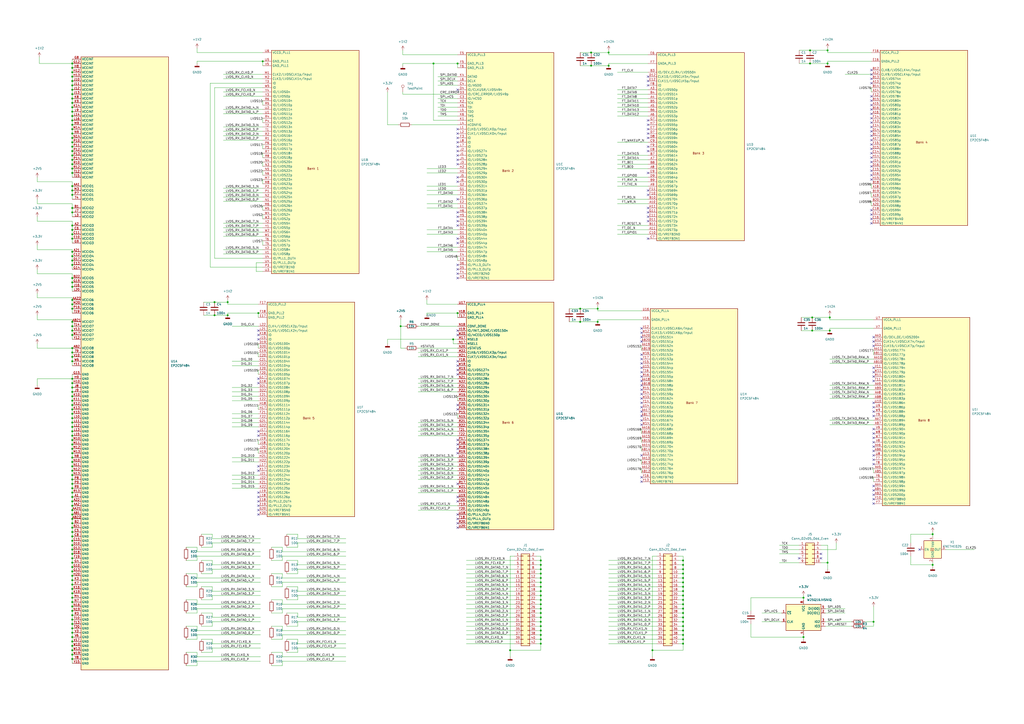
<source format=kicad_sch>
(kicad_sch (version 20230121) (generator eeschema)
  (paper "A2")
  (junction (at 396.24 363.22))
  (junction (at 41.91 303.53))
  (junction (at 162.56 450.85))
  (junction (at 105.41 450.85))
  (junction (at 66.04 469.9))
  (junction (at 153.67 502.92))
  (junction (at 41.91 257.81))
  (junction (at 41.91 130.81))
  (junction (at 207.01 463.55))
  (junction (at 105.41 530.86))
  (junction (at 494.03 506.73))
  (junction (at 149.86 181.61))
  (junction (at 41.91 308.61))
  (junction (at 41.91 135.89))
  (junction (at 66.04 549.91))
  (junction (at 215.9 502.92))
  (junction (at 41.91 113.03))
  (junction (at 396.24 350.52))
  (junction (at 264.16 495.3))
  (junction (at 502.92 501.65))
  (junction (at 496.57 501.65))
  (junction (at 481.33 184.15))
  (junction (at 41.91 41.91))
  (junction (at 396.24 365.76))
  (junction (at 396.24 360.68))
  (junction (at 267.97 474.98))
  (junction (at 234.95 530.86))
  (junction (at 41.91 341.63))
  (junction (at 99.06 469.9))
  (junction (at 336.55 179.07))
  (junction (at 101.6 568.96))
  (junction (at 41.91 232.41))
  (junction (at 506.73 360.68))
  (junction (at 152.4 35.56))
  (junction (at 480.06 36.83))
  (junction (at 41.91 57.15))
  (junction (at 251.46 36.83))
  (junction (at 243.84 530.86))
  (junction (at 313.69 358.14))
  (junction (at 41.91 372.11))
  (junction (at 41.91 77.47))
  (junction (at 105.41 490.22))
  (junction (at 198.12 543.56))
  (junction (at 519.43 490.22))
  (junction (at 313.69 350.52))
  (junction (at 41.91 161.29))
  (junction (at 396.24 325.12))
  (junction (at 541.02 327.66))
  (junction (at 41.91 133.35))
  (junction (at 180.34 543.56))
  (junction (at 132.08 175.26))
  (junction (at 88.9 490.22))
  (junction (at 586.74 450.85))
  (junction (at 205.74 582.93))
  (junction (at 189.23 490.22))
  (junction (at 378.46 377.19))
  (junction (at 396.24 332.74))
  (junction (at 267.97 457.2))
  (junction (at 586.74 453.39))
  (junction (at 99.06 450.85))
  (junction (at 640.08 454.66))
  (junction (at 207.01 450.85))
  (junction (at 43.18 534.67))
  (junction (at 586.74 463.55))
  (junction (at 586.74 466.09))
  (junction (at 267.97 459.74))
  (junction (at 41.91 364.49))
  (junction (at 162.56 463.55))
  (junction (at 41.91 39.37))
  (junction (at 132.08 182.88))
  (junction (at 41.91 173.99))
  (junction (at 640.08 472.44))
  (junction (at 41.91 318.77))
  (junction (at 41.91 267.97))
  (junction (at 41.91 328.93))
  (junction (at 477.52 506.73))
  (junction (at 514.35 506.73))
  (junction (at 640.08 490.22))
  (junction (at 346.71 179.07))
  (junction (at 267.97 452.12))
  (junction (at 50.8 549.91))
  (junction (at 171.45 530.86))
  (junction (at 396.24 342.9))
  (junction (at 396.24 347.98))
  (junction (at 198.12 463.55))
  (junction (at 351.79 628.65))
  (junction (at 41.91 323.85))
  (junction (at 267.97 467.36))
  (junction (at 41.91 224.79))
  (junction (at 198.12 502.92))
  (junction (at 41.91 153.67))
  (junction (at 346.71 186.69))
  (junction (at 41.91 313.69))
  (junction (at 41.91 80.01))
  (junction (at 189.23 502.92))
  (junction (at 41.91 227.33))
  (junction (at 265.43 36.83))
  (junction (at 459.74 501.65))
  (junction (at 224.79 450.85))
  (junction (at 171.45 463.55))
  (junction (at 41.91 49.53))
  (junction (at 41.91 82.55))
  (junction (at 41.91 186.69))
  (junction (at 450.85 603.25))
  (junction (at 267.97 454.66))
  (junction (at 313.69 347.98))
  (junction (at 180.34 450.85))
  (junction (at 459.74 490.22))
  (junction (at 336.55 186.69))
  (junction (at 41.91 54.61))
  (junction (at 226.06 530.86))
  (junction (at 568.96 466.09))
  (junction (at 171.45 502.92))
  (junction (at 41.91 280.67))
  (junction (at 124.46 175.26))
  (junction (at 41.91 334.01))
  (junction (at 41.91 300.99))
  (junction (at 267.97 490.22))
  (junction (at 342.9 30.48))
  (junction (at 207.01 530.86))
  (junction (at 41.91 245.11))
  (junction (at 215.9 450.85))
  (junction (at 41.91 351.79))
  (junction (at 41.91 176.53))
  (junction (at 207.01 543.56))
  (junction (at 41.91 344.17))
  (junction (at 41.91 36.83))
  (junction (at 189.23 463.55))
  (junction (at 99.06 509.27))
  (junction (at 41.91 72.39))
  (junction (at 162.56 530.86))
  (junction (at 207.01 502.92))
  (junction (at 99.06 530.86))
  (junction (at 41.91 275.59))
  (junction (at 295.91 377.19))
  (junction (at 41.91 207.01))
  (junction (at 41.91 382.27))
  (junction (at 41.91 179.07))
  (junction (at 640.08 425.45))
  (junction (at 41.91 64.77))
  (junction (at 313.69 327.66))
  (junction (at 396.24 370.84))
  (junction (at 342.9 38.1))
  (junction (at 215.9 530.86))
  (junction (at 153.67 530.86))
  (junction (at 233.68 490.22))
  (junction (at 541.02 309.88))
  (junction (at 466.09 369.57))
  (junction (at 267.97 464.82))
  (junction (at 41.91 100.33))
  (junction (at 499.11 506.73))
  (junction (at 41.91 278.13))
  (junction (at 452.12 501.65))
  (junction (at 480.06 29.21))
  (junction (at 153.67 463.55))
  (junction (at 99.06 490.22))
  (junction (at 486.41 490.22))
  (junction (at 452.12 490.22))
  (junction (at 50.8 530.86))
  (junction (at 267.97 472.44))
  (junction (at 41.91 163.83))
  (junction (at 267.97 492.76))
  (junction (at 264.16 499.11))
  (junction (at 41.91 69.85))
  (junction (at 41.91 67.31))
  (junction (at 41.91 270.51))
  (junction (at 41.91 331.47))
  (junction (at 466.09 346.71))
  (junction (at 41.91 120.65))
  (junction (at 41.91 250.19))
  (junction (at 313.69 335.28))
  (junction (at 488.95 506.73))
  (junction (at 41.91 222.25))
  (junction (at 162.56 490.22))
  (junction (at 396.24 330.2))
  (junction (at 205.74 579.12))
  (junction (at 41.91 138.43))
  (junction (at 41.91 359.41))
  (junction (at 41.91 209.55))
  (junction (at 41.91 247.65))
  (junction (at 396.24 340.36))
  (junction (at 226.06 543.56))
  (junction (at 41.91 262.89))
  (junction (at 41.91 74.93))
  (junction (at 115.57 530.86))
  (junction (at 41.91 346.71))
  (junction (at 88.9 450.85))
  (junction (at 267.97 482.6))
  (junction (at 313.69 345.44))
  (junction (at 180.34 530.86))
  (junction (at 189.23 543.56))
  (junction (at 41.91 361.95))
  (junction (at 469.9 36.83))
  (junction (at 115.57 450.85))
  (junction (at 396.24 337.82))
  (junction (at 586.74 458.47))
  (junction (at 267.97 469.9))
  (junction (at 243.84 543.56))
  (junction (at 525.78 501.65))
  (junction (at 41.91 146.05))
  (junction (at 41.91 356.87))
  (junction (at 640.08 462.28))
  (junction (at 497.84 627.38))
  (junction (at 480.06 506.73))
  (junction (at 41.91 95.25))
  (junction (at 205.74 586.74))
  (junction (at 171.45 450.85))
  (junction (at 252.73 543.56))
  (junction (at 41.91 97.79))
  (junction (at 640.08 435.61))
  (junction (at 467.36 501.65))
  (junction (at 41.91 62.23))
  (junction (at 41.91 316.23))
  (junction (at 481.33 191.77))
  (junction (at 486.41 506.73))
  (junction (at 41.91 237.49))
  (junction (at 41.91 311.15))
  (junction (at 41.91 110.49))
  (junction (at 153.67 450.85))
  (junction (at 313.69 365.76))
  (junction (at 41.91 326.39))
  (junction (at 313.69 363.22))
  (junction (at 41.91 87.63))
  (junction (at 88.9 469.9))
  (junction (at 396.24 355.6))
  (junction (at 41.91 234.95))
  (junction (at 41.91 92.71))
  (junction (at 41.91 148.59))
  (junction (at 586.74 461.01))
  (junction (at 198.12 530.86))
  (junction (at 171.45 543.56))
  (junction (at 41.91 204.47))
  (junction (at 353.06 38.1))
  (junction (at 53.34 450.85))
  (junction (at 586.74 445.77))
  (junction (at 389.89 582.93))
  (junction (at 41.91 374.65))
  (junction (at 41.91 166.37))
  (junction (at 41.91 201.93))
  (junction (at 41.91 306.07))
  (junction (at 490.22 501.65))
  (junction (at 262.89 196.85))
  (junction (at 313.69 368.3))
  (junction (at 41.91 295.91))
  (junction (at 41.91 242.57))
  (junction (at 41.91 219.71))
  (junction (at 396.24 373.38))
  (junction (at 640.08 444.5))
  (junction (at 41.91 151.13))
  (junction (at 41.91 354.33))
  (junction (at 49.53 450.85))
  (junction (at 492.76 627.38))
  (junction (at 232.41 189.23))
  (junction (at 124.46 182.88))
  (junction (at 41.91 240.03))
  (junction (at 180.34 490.22))
  (junction (at 480.06 326.39))
  (junction (at 41.91 349.25))
  (junction (at 471.17 184.15))
  (junction (at 189.23 450.85))
  (junction (at 41.91 252.73))
  (junction (at 265.43 181.61))
  (junction (at 41.91 44.45))
  (junction (at 313.69 332.74))
  (junction (at 189.23 530.86))
  (junction (at 267.97 487.68))
  (junction (at 198.12 490.22))
  (junction (at 41.91 288.29))
  (junction (at 511.81 506.73))
  (junction (at 41.91 265.43))
  (junction (at 396.24 335.28))
  (junction (at 491.49 506.73))
  (junction (at 496.57 490.22))
  (junction (at 450.85 612.14))
  (junction (at 396.24 368.3))
  (junction (at 586.74 455.93))
  (junction (at 41.91 367.03))
  (junction (at 469.9 29.21))
  (junction (at 53.34 534.67))
  (junction (at 41.91 290.83))
  (junction (at 41.91 293.37))
  (junction (at 313.69 373.38))
  (junction (at 313.69 325.12))
  (junction (at 99.06 549.91))
  (junction (at 41.91 283.21))
  (junction (at 313.69 370.84))
  (junction (at 53.34 490.22))
  (junction (at 267.97 480.06))
  (junction (at 41.91 273.05))
  (junction (at 162.56 543.56))
  (junction (at 252.73 530.86))
  (junction (at 490.22 490.22))
  (junction (at 180.34 463.55))
  (junction (at 313.69 337.82))
  (junction (at 313.69 355.6))
  (junction (at 396.24 345.44))
  (junction (at 215.9 543.56))
  (junction (at 41.91 191.77))
  (junction (at 502.92 490.22))
  (junction (at 224.79 502.92))
  (junction (at 568.96 469.9))
  (junction (at 180.34 502.92))
  (junction (at 471.17 191.77))
  (junction (at 396.24 327.66))
  (junction (at 41.91 255.27))
  (junction (at 233.68 502.92))
  (junction (at 354.33 628.65))
  (junction (at 41.91 260.35))
  (junction (at 215.9 490.22))
  (junction (at 153.67 490.22))
  (junction (at 41.91 336.55))
  (junction (at 41.91 339.09))
  (junction (at 472.44 506.73))
  (junction (at 234.95 543.56))
  (junction (at 472.44 490.22))
  (junction (at 41.91 379.73))
  (junction (at 153.67 543.56))
  (junction (at 41.91 107.95))
  (junction (at 313.69 330.2))
  (junction (at 88.9 458.47))
  (junction (at 215.9 463.55))
  (junction (at 514.35 490.22))
  (junction (at 267.97 477.52))
  (junction (at 41.91 90.17))
  (junction (at 41.91 189.23))
  (junction (at 198.12 450.85))
  (junction (at 171.45 490.22))
  (junction (at 586.74 448.31))
  (junction (at 313.69 353.06))
  (junction (at 396.24 358.14))
  (junction (at 92.71 568.96))
  (junction (at 41.91 369.57))
  (junction (at 41.91 59.69))
  (junction (at 115.57 490.22))
  (junction (at 41.91 321.31))
  (junction (at 313.69 360.68))
  (junction (at 224.79 463.55))
  (junction (at 41.91 46.99))
  (junction (at 127 450.85))
  (junction (at 353.06 30.48))
  (junction (at 207.01 490.22))
  (junction (at 66.04 509.27))
  (junction (at 41.91 52.07))
  (junction (at 313.69 342.9))
  (junction (at 49.53 490.22))
  (junction (at 467.36 490.22))
  (junction (at 396.24 353.06))
  (junction (at 41.91 285.75))
  (junction (at 267.97 462.28))
  (junction (at 88.9 497.84))
  (junction (at 495.3 627.38))
  (junction (at 640.08 480.06))
  (junction (at 41.91 377.19))
  (junction (at 41.91 298.45))
  (junction (at 127 490.22))
  (junction (at 162.56 502.92))
  (junction (at 41.91 123.19))
  (junction (at 267.97 485.14))
  (junction (at 224.79 490.22))
  (junction (at 462.28 598.17))
  (junction (at 41.91 85.09))
  (junction (at 88.9 509.27))
  (junction (at 41.91 229.87))
  (junction (at 285.75 447.04))
  (junction (at 41.91 194.31))
  (junction (at 127 530.86))
  (junction (at 313.69 340.36))
  (no_connect (at 375.92 49.53))
  (no_connect (at 149.86 219.71))
  (no_connect (at 372.11 218.44))
  (no_connect (at 265.43 234.95))
  (no_connect (at 506.73 220.98))
  (no_connect (at 506.73 289.56))
  (no_connect (at 367.03 593.09))
  (no_connect (at 372.11 246.38))
  (no_connect (at 505.46 40.64))
  (no_connect (at 372.11 236.22))
  (no_connect (at 149.86 298.45))
  (no_connect (at 265.43 87.63))
  (no_connect (at 265.43 260.35))
  (no_connect (at 505.46 121.92))
  (no_connect (at 372.11 213.36))
  (no_connect (at 505.46 58.42))
  (no_connect (at 372.11 223.52))
  (no_connect (at 506.73 281.94))
  (no_connect (at 375.92 77.47))
  (no_connect (at 372.11 208.28))
  (no_connect (at 372.11 220.98))
  (no_connect (at 375.92 128.27))
  (no_connect (at 505.46 83.82))
  (no_connect (at 149.86 290.83))
  (no_connect (at 506.73 198.12))
  (no_connect (at 265.43 237.49))
  (no_connect (at 505.46 63.5))
  (no_connect (at 505.46 91.44))
  (no_connect (at 505.46 60.96))
  (no_connect (at 265.43 153.67))
  (no_connect (at 265.43 191.77))
  (no_connect (at 372.11 195.58))
  (no_connect (at 265.43 158.75))
  (no_connect (at 505.46 93.98))
  (no_connect (at 149.86 250.19))
  (no_connect (at 506.73 200.66))
  (no_connect (at 505.46 73.66))
  (no_connect (at 149.86 252.73))
  (no_connect (at 375.92 123.19))
  (no_connect (at 265.43 82.55))
  (no_connect (at 372.11 215.9))
  (no_connect (at 372.11 228.6))
  (no_connect (at 372.11 210.82))
  (no_connect (at 265.43 288.29))
  (no_connect (at 372.11 238.76))
  (no_connect (at 505.46 43.18))
  (no_connect (at 265.43 85.09))
  (no_connect (at 505.46 86.36))
  (no_connect (at 149.86 191.77))
  (no_connect (at 506.73 264.16))
  (no_connect (at 265.43 156.21))
  (no_connect (at 375.92 110.49))
  (no_connect (at 506.73 287.02))
  (no_connect (at 265.43 128.27))
  (no_connect (at 506.73 266.7))
  (no_connect (at 505.46 101.6))
  (no_connect (at 375.92 125.73))
  (no_connect (at 149.86 288.29))
  (no_connect (at 506.73 284.48))
  (no_connect (at 265.43 140.97))
  (no_connect (at 506.73 195.58))
  (no_connect (at 372.11 241.3))
  (no_connect (at 505.46 88.9))
  (no_connect (at 149.86 270.51))
  (no_connect (at 265.43 214.63))
  (no_connect (at 476.25 321.31))
  (no_connect (at 265.43 255.27))
  (no_connect (at 375.92 85.09))
  (no_connect (at 505.46 76.2))
  (no_connect (at 506.73 236.22))
  (no_connect (at 265.43 74.93))
  (no_connect (at 265.43 80.01))
  (no_connect (at 506.73 241.3))
  (no_connect (at 506.73 256.54))
  (no_connect (at 265.43 300.99))
  (no_connect (at 506.73 248.92))
  (no_connect (at 375.92 87.63))
  (no_connect (at 265.43 290.83))
  (no_connect (at 149.86 196.85))
  (no_connect (at 265.43 257.81))
  (no_connect (at 372.11 276.86))
  (no_connect (at 506.73 213.36))
  (no_connect (at 506.73 218.44))
  (no_connect (at 533.4 318.77))
  (no_connect (at 375.92 113.03))
  (no_connect (at 265.43 92.71))
  (no_connect (at 372.11 279.4))
  (no_connect (at 265.43 105.41))
  (no_connect (at 375.92 46.99))
  (no_connect (at 265.43 306.07))
  (no_connect (at 372.11 233.68))
  (no_connect (at 265.43 90.17))
  (no_connect (at 265.43 303.53))
  (no_connect (at 506.73 292.1))
  (no_connect (at 265.43 123.19))
  (no_connect (at 505.46 68.58))
  (no_connect (at 505.46 129.54))
  (no_connect (at 375.92 100.33))
  (no_connect (at 372.11 205.74))
  (no_connect (at 265.43 194.31))
  (no_connect (at 505.46 104.14))
  (no_connect (at 505.46 71.12))
  (no_connect (at 505.46 66.04))
  (no_connect (at 372.11 226.06))
  (no_connect (at 506.73 259.08))
  (no_connect (at 375.92 74.93))
  (no_connect (at 149.86 285.75))
  (no_connect (at 375.92 138.43))
  (no_connect (at 463.55 323.85))
  (no_connect (at 505.46 45.72))
  (no_connect (at 265.43 102.87))
  (no_connect (at 265.43 125.73))
  (no_connect (at 375.92 120.65))
  (no_connect (at 372.11 231.14))
  (no_connect (at 375.92 72.39))
  (no_connect (at 375.92 69.85))
  (no_connect (at 265.43 130.81))
  (no_connect (at 149.86 222.25))
  (no_connect (at 505.46 55.88))
  (no_connect (at 265.43 217.17))
  (no_connect (at 505.46 127))
  (no_connect (at 265.43 115.57))
  (no_connect (at 505.46 96.52))
  (no_connect (at 265.43 262.89))
  (no_connect (at 265.43 138.43))
  (no_connect (at 265.43 298.45))
  (no_connect (at 265.43 161.29))
  (no_connect (at 149.86 295.91))
  (no_connect (at 265.43 77.47))
  (no_connect (at 372.11 190.5))
  (no_connect (at 506.73 215.9))
  (no_connect (at 506.73 261.62))
  (no_connect (at 265.43 52.07))
  (no_connect (at 506.73 251.46))
  (no_connect (at 372.11 264.16))
  (no_connect (at 149.86 293.37))
  (no_connect (at 149.86 273.05))
  (no_connect (at 505.46 78.74))
  (no_connect (at 149.86 194.31))
  (no_connect (at 372.11 198.12))
  (no_connect (at 505.46 124.46))
  (no_connect (at 372.11 193.04))
  (no_connect (at 375.92 80.01))
  (no_connect (at 372.11 243.84))
  (no_connect (at 506.73 233.68))
  (no_connect (at 476.25 323.85))
  (no_connect (at 265.43 95.25))
  (no_connect (at 265.43 280.67))
  (no_connect (at 283.21 452.12))
  (no_connect (at 505.46 81.28))
  (no_connect (at 506.73 254))
  (no_connect (at 265.43 209.55))
  (no_connect (at 265.43 212.09))
  (no_connect (at 505.46 99.06))
  (no_connect (at 506.73 269.24))
  (no_connect (at 505.46 48.26))
  (no_connect (at 375.92 44.45))
  (no_connect (at 506.73 238.76))
  (bus_entry (at 542.29 541.02) (size 2.54 2.54))
  (bus_entry (at 542.29 538.48) (size 2.54 2.54))
  (bus_entry (at 542.29 530.86) (size 2.54 2.54))
  (bus_entry (at 542.29 525.78) (size 2.54 2.54))
  (bus_entry (at 542.29 523.24) (size 2.54 2.54))
  (bus_entry (at 542.29 558.8) (size 2.54 2.54))
  (bus_entry (at 542.29 568.96) (size 2.54 2.54))
  (bus_entry (at 542.29 561.34) (size 2.54 2.54))
  (bus_entry (at 542.29 535.94) (size 2.54 2.54))
  (bus_entry (at 542.29 528.32) (size 2.54 2.54))
  (bus_entry (at 542.29 533.4) (size 2.54 2.54))
  (bus_entry (at 542.29 551.18) (size 2.54 2.54))
  (bus_entry (at 542.29 548.64) (size 2.54 2.54))
  (bus_entry (at 542.29 566.42) (size 2.54 2.54))
  (bus_entry (at 542.29 543.56) (size 2.54 2.54))
  (bus_entry (at 542.29 546.1) (size 2.54 2.54))
  (bus_entry (at 542.29 556.26) (size 2.54 2.54))
  (bus_entry (at 542.29 553.72) (size 2.54 2.54))
  (wire (pts (xy 481.33 184.15) (xy 481.33 182.88)))
  (wire (pts (xy 586.74 466.09) (xy 586.74 469.9)))
  (wire (pts (xy 189.23 490.22) (xy 198.12 490.22)))
  (wire (pts (xy 247.65 113.03) (xy 265.43 113.03)))
  (wire (pts (xy 452.12 490.22) (xy 452.12 492.76)))
  (wire (pts (xy 41.91 90.17) (xy 41.91 92.71)))
  (wire (pts (xy 358.14 97.79) (xy 375.92 97.79)))
  (wire (pts (xy 367.03 603.25) (xy 381 603.25)))
  (wire (pts (xy 396.24 370.84) (xy 396.24 368.3)))
  (wire (pts (xy 492.76 623.57) (xy 492.76 627.38)))
  (wire (pts (xy 123.19 345.44) (xy 151.13 345.44)))
  (wire (pts (xy 242.57 293.37) (xy 265.43 293.37)))
  (wire (pts (xy 393.7 327.66) (xy 396.24 327.66)))
  (wire (pts (xy 113.03 490.22) (xy 113.03 492.76)))
  (wire (pts (xy 459.74 490.22) (xy 459.74 492.76)))
  (wire (pts (xy 254 59.69) (xy 265.43 59.69)))
  (wire (pts (xy 134.62 232.41) (xy 149.86 232.41)))
  (wire (pts (xy 452.12 490.22) (xy 444.5 490.22)))
  (wire (pts (xy 172.72 312.42) (xy 172.72 309.88)))
  (wire (pts (xy 393.7 337.82) (xy 396.24 337.82)))
  (wire (pts (xy 481.33 210.82) (xy 506.73 210.82)))
  (wire (pts (xy 105.41 469.9) (xy 99.06 469.9)))
  (wire (pts (xy 389.89 628.65) (xy 354.33 628.65)))
  (wire (pts (xy 41.91 318.77) (xy 41.91 321.31)))
  (wire (pts (xy 452.12 321.31) (xy 463.55 321.31)))
  (wire (pts (xy 640.08 444.5) (xy 643.89 444.5)))
  (wire (pts (xy 490.22 490.22) (xy 490.22 492.7336)))
  (wire (pts (xy 163.83 325.12) (xy 157.48 325.12)))
  (wire (pts (xy 172.72 317.5) (xy 166.37 317.5)))
  (wire (pts (xy 353.06 355.6) (xy 381 355.6)))
  (wire (pts (xy 105.41 508) (xy 105.41 509.27)))
  (wire (pts (xy 114.3 368.3) (xy 114.3 370.84)))
  (wire (pts (xy 247.65 133.35) (xy 265.43 133.35)))
  (wire (pts (xy 41.91 303.53) (xy 41.91 306.07)))
  (wire (pts (xy 519.43 490.22) (xy 519.43 492.76)))
  (wire (pts (xy 270.51 373.38) (xy 298.45 373.38)))
  (wire (pts (xy 99.06 455.93) (xy 99.06 450.85)))
  (wire (pts (xy 41.91 146.05) (xy 41.91 144.78)))
  (wire (pts (xy 242.57 247.65) (xy 265.43 247.65)))
  (wire (pts (xy 247.65 118.11) (xy 265.43 118.11)))
  (wire (pts (xy 92.71 568.96) (xy 101.6 568.96)))
  (wire (pts (xy 396.24 363.22) (xy 396.24 365.76)))
  (wire (pts (xy 163.83 340.36) (xy 157.48 340.36)))
  (wire (pts (xy 349.25 612.14) (xy 346.71 612.14)))
  (wire (pts (xy 283.21 480.06) (xy 298.45 480.06)))
  (wire (pts (xy 49.53 502.92) (xy 49.53 509.27)))
  (wire (pts (xy 242.57 201.93) (xy 265.43 201.93)))
  (wire (pts (xy 313.69 342.9) (xy 313.69 340.36)))
  (wire (pts (xy 163.83 365.76) (xy 200.66 365.76)))
  (wire (pts (xy 53.34 450.85) (xy 55.88 450.85)))
  (wire (pts (xy 435.61 354.33) (xy 435.61 346.71)))
  (wire (pts (xy 514.35 506.73) (xy 514.35 509.27)))
  (wire (pts (xy 129.54 81.28) (xy 152.4 81.28)))
  (wire (pts (xy 41.91 321.31) (xy 41.91 323.85)))
  (wire (pts (xy 198.12 541.02) (xy 198.12 543.56)))
  (wire (pts (xy 367.03 605.79) (xy 381 605.79)))
  (wire (pts (xy 41.91 267.97) (xy 41.91 270.51)))
  (wire (pts (xy 467.36 492.76) (xy 467.36 490.22)))
  (wire (pts (xy 114.3 335.28) (xy 151.13 335.28)))
  (wire (pts (xy 524.51 586.74) (xy 542.29 586.74)))
  (wire (pts (xy 242.57 265.43) (xy 265.43 265.43)))
  (wire (pts (xy 341.63 462.28) (xy 356.87 462.28)))
  (wire (pts (xy 41.91 242.57) (xy 41.91 245.11)))
  (wire (pts (xy 105.41 450.85) (xy 113.03 450.85)))
  (wire (pts (xy 283.21 474.98) (xy 298.45 474.98)))
  (wire (pts (xy 116.8754 370.84) (xy 123.19 370.84)))
  (wire (pts (xy 172.72 375.92) (xy 200.66 375.92)))
  (wire (pts (xy 152.4 93.98) (xy 152.4 96.52)))
  (wire (pts (xy 353.06 36.83) (xy 353.06 38.1)))
  (wire (pts (xy 358.14 82.55) (xy 375.92 82.55)))
  (wire (pts (xy 378.46 377.19) (xy 396.24 377.19)))
  (wire (pts (xy 524.51 528.32) (xy 542.29 528.32)))
  (wire (pts (xy 265.43 184.15) (xy 265.43 181.61)))
  (wire (pts (xy 267.97 467.36) (xy 270.51 467.36)))
  (wire (pts (xy 205.74 582.93) (xy 205.74 586.74)))
  (wire (pts (xy 346.71 185.42) (xy 346.71 186.69)))
  (wire (pts (xy 41.91 356.87) (xy 41.91 359.41)))
  (wire (pts (xy 152.4 38.1) (xy 152.4 35.56)))
  (wire (pts (xy 267.97 490.22) (xy 270.51 490.22)))
  (wire (pts (xy 524.51 584.2) (xy 542.29 584.2)))
  (wire (pts (xy 198.12 450.85) (xy 207.01 450.85)))
  (wire (pts (xy 267.97 474.98) (xy 270.51 474.98)))
  (wire (pts (xy 311.15 353.06) (xy 313.69 353.06)))
  (wire (pts (xy 267.97 485.14) (xy 270.51 485.14)))
  (wire (pts (xy 153.67 461.01) (xy 153.67 463.55)))
  (wire (pts (xy 480.06 30.48) (xy 505.46 30.48)))
  (wire (pts (xy 481.33 190.5) (xy 481.33 191.77)))
  (wire (pts (xy 189.23 461.01) (xy 189.23 463.55)))
  (wire (pts (xy 480.06 506.73) (xy 480.06 509.27)))
  (wire (pts (xy 41.91 39.37) (xy 41.91 41.91)))
  (wire (pts (xy 41.91 341.63) (xy 41.91 344.17)))
  (wire (pts (xy 267.97 472.44) (xy 267.97 474.98)))
  (wire (pts (xy 127 486.41) (xy 127 490.22)))
  (wire (pts (xy 162.56 543.56) (xy 171.45 543.56)))
  (wire (pts (xy 163.83 337.82) (xy 163.83 340.36)))
  (wire (pts (xy 92.71 580.39) (xy 92.71 584.2)))
  (wire (pts (xy 132.08 175.26) (xy 132.08 173.99)))
  (wire (pts (xy 496.57 490.22) (xy 502.92 490.22)))
  (wire (pts (xy 21.59 172.72) (xy 41.91 172.72)))
  (wire (pts (xy 358.14 107.95) (xy 375.92 107.95)))
  (wire (pts (xy 401.32 582.93) (xy 412.75 582.93)))
  (wire (pts (xy 524.51 566.42) (xy 542.29 566.42)))
  (wire (pts (xy 41.91 110.49) (xy 41.91 107.95)))
  (wire (pts (xy 463.55 29.21) (xy 469.9 29.21)))
  (wire (pts (xy 610.87 425.45) (xy 640.08 425.45)))
  (wire (pts (xy 50.8 530.86) (xy 55.88 530.86)))
  (wire (pts (xy 486.41 506.73) (xy 486.41 509.27)))
  (wire (pts (xy 153.67 543.56) (xy 162.56 543.56)))
  (wire (pts (xy 163.83 370.84) (xy 157.48 370.84)))
  (wire (pts (xy 114.3 363.22) (xy 107.95 363.22)))
  (wire (pts (xy 153.67 490.22) (xy 153.67 492.76)))
  (wire (pts (xy 341.63 477.52) (xy 356.87 477.52)))
  (wire (pts (xy 41.91 173.99) (xy 41.91 172.72)))
  (wire (pts (xy 318.77 485.14) (xy 334.01 485.14)))
  (wire (pts (xy 41.91 85.09) (xy 41.91 87.63)))
  (wire (pts (xy 163.83 355.6) (xy 157.48 355.6)))
  (wire (pts (xy 466.09 345.44) (xy 466.09 346.71)))
  (wire (pts (xy 476.25 326.39) (xy 480.06 326.39)))
  (wire (pts (xy 358.14 92.71) (xy 375.92 92.71)))
  (wire (pts (xy 524.51 612.14) (xy 546.1 612.14)))
  (wire (pts (xy 41.91 107.95) (xy 41.91 105.41)))
  (wire (pts (xy 233.68 54.61) (xy 233.68 53.34)))
  (wire (pts (xy 162.56 463.55) (xy 171.45 463.55)))
  (wire (pts (xy 198.12 500.38) (xy 198.12 502.92)))
  (wire (pts (xy 541.02 327.66) (xy 541.02 328.93)))
  (wire (pts (xy 243.84 530.86) (xy 243.84 533.4)))
  (wire (pts (xy 66.04 549.91) (xy 99.06 549.91)))
  (wire (pts (xy 189.23 541.02) (xy 189.23 543.56)))
  (wire (pts (xy 396.24 330.2) (xy 396.24 327.66)))
  (wire (pts (xy 163.83 350.52) (xy 200.66 350.52)))
  (wire (pts (xy 134.62 247.65) (xy 149.86 247.65)))
  (wire (pts (xy 129.54 73.66) (xy 152.4 73.66)))
  (wire (pts (xy 123.19 345.44) (xy 123.19 347.98)))
  (wire (pts (xy 353.06 31.75) (xy 353.06 30.48)))
  (wire (pts (xy 180.34 530.86) (xy 180.34 533.4)))
  (wire (pts (xy 242.57 275.59) (xy 265.43 275.59)))
  (wire (pts (xy 41.91 80.01) (xy 41.91 82.55)))
  (wire (pts (xy 318.77 480.06) (xy 334.01 480.06)))
  (wire (pts (xy 114.3 381) (xy 151.13 381)))
  (wire (pts (xy 568.96 443.23) (xy 568.96 466.09)))
  (wire (pts (xy 171.45 502.92) (xy 180.34 502.92)))
  (wire (pts (xy 466.09 369.57) (xy 466.09 370.84)))
  (wire (pts (xy 267.97 480.06) (xy 270.51 480.06)))
  (wire (pts (xy 148.59 157.48) (xy 152.4 157.48)))
  (wire (pts (xy 134.62 267.97) (xy 149.86 267.97)))
  (wire (pts (xy 640.08 444.5) (xy 640.08 445.77)))
  (wire (pts (xy 115.57 490.22) (xy 127 490.22)))
  (wire (pts (xy 640.08 472.44) (xy 643.89 472.44)))
  (wire (pts (xy 341.63 457.2) (xy 356.87 457.2)))
  (wire (pts (xy 524.51 576.58) (xy 542.29 576.58)))
  (wire (pts (xy 467.36 500.38) (xy 467.36 501.65)))
  (wire (pts (xy 283.21 447.04) (xy 285.75 447.04)))
  (wire (pts (xy 243.84 530.86) (xy 252.73 530.86)))
  (wire (pts (xy 313.69 363.22) (xy 313.69 365.76)))
  (wire (pts (xy 242.57 278.13) (xy 265.43 278.13)))
  (wire (pts (xy 448.31 546.1) (xy 466.09 546.1)))
  (wire (pts (xy 215.9 502.92) (xy 224.79 502.92)))
  (wire (pts (xy 448.31 557.53) (xy 466.09 557.53)))
  (wire (pts (xy 459.74 600.71) (xy 466.09 600.71)))
  (wire (pts (xy 247.65 181.61) (xy 247.65 182.88)))
  (wire (pts (xy 205.74 575.31) (xy 205.74 579.12)))
  (wire (pts (xy 88.9 450.85) (xy 99.06 450.85)))
  (wire (pts (xy 41.91 270.51) (xy 41.91 273.05)))
  (wire (pts (xy 448.31 539.75) (xy 466.09 539.75)))
  (wire (pts (xy 41.91 97.79) (xy 41.91 100.33)))
  (wire (pts (xy 506.73 203.2) (xy 506.73 205.74)))
  (wire (pts (xy 285.75 440.69) (xy 285.75 447.04)))
  (wire (pts (xy 242.57 219.71) (xy 265.43 219.71)))
  (wire (pts (xy 21.59 144.78) (xy 41.91 144.78)))
  (wire (pts (xy 640.08 453.39) (xy 640.08 454.66)))
  (wire (pts (xy 341.63 487.68) (xy 356.87 487.68)))
  (wire (pts (xy 41.91 227.33) (xy 41.91 229.87)))
  (wire (pts (xy 41.91 209.55) (xy 41.91 207.01)))
  (wire (pts (xy 571.5 443.23) (xy 568.96 443.23)))
  (wire (pts (xy 123.19 309.88) (xy 116.84 309.88)))
  (wire (pts (xy 477.52 506.73) (xy 477.52 509.27)))
  (wire (pts (xy 55.88 497.84) (xy 53.34 497.84)))
  (wire (pts (xy 524.51 551.18) (xy 542.29 551.18)))
  (wire (pts (xy 127 527.05) (xy 127 530.86)))
  (wire (pts (xy 41.91 217.17) (xy 41.91 219.71)))
  (wire (pts (xy 524.51 591.82) (xy 542.29 591.82)))
  (wire (pts (xy 215.9 461.01) (xy 215.9 463.55)))
  (wire (pts (xy 270.51 347.98) (xy 298.45 347.98)))
  (wire (pts (xy 500.38 627.38) (xy 497.84 627.38)))
  (wire (pts (xy 311.15 365.76) (xy 313.69 365.76)))
  (wire (pts (xy 41.91 123.19) (xy 41.91 120.65)))
  (wire (pts (xy 129.54 134.62) (xy 152.4 134.62)))
  (wire (pts (xy 469.9 29.21) (xy 480.06 29.21)))
  (wire (pts (xy 283.21 469.9) (xy 298.45 469.9)))
  (wire (pts (xy 254 62.23) (xy 265.43 62.23)))
  (wire (pts (xy 162.56 530.86) (xy 162.56 533.4)))
  (wire (pts (xy 318.77 492.76) (xy 334.01 492.76)))
  (wire (pts (xy 393.7 373.38) (xy 396.24 373.38)))
  (wire (pts (xy 105.41 548.64) (xy 105.41 549.91)))
  (wire (pts (xy 41.91 275.59) (xy 41.91 278.13)))
  (wire (pts (xy 21.59 102.87) (xy 21.59 105.41)))
  (wire (pts (xy 342.9 38.1) (xy 353.06 38.1)))
  (wire (pts (xy 375.92 31.75) (xy 353.06 31.75)))
  (wire (pts (xy 127 490.22) (xy 153.67 490.22)))
  (wire (pts (xy 313.69 337.82) (xy 313.69 335.28)))
  (wire (pts (xy 41.91 161.29) (xy 41.91 158.75)))
  (wire (pts (xy 372.11 248.92) (xy 372.11 251.46)))
  (wire (pts (xy 198.12 490.22) (xy 198.12 492.76)))
  (wire (pts (xy 172.72 314.96) (xy 200.66 314.96)))
  (wire (pts (xy 153.67 463.55) (xy 153.67 466.09)))
  (wire (pts (xy 114.3 350.52) (xy 151.13 350.52)))
  (wire (pts (xy 524.51 556.26) (xy 542.29 556.26)))
  (bus (pts (xy 544.83 556.26) (xy 544.83 558.8)))
  (wire (pts (xy 41.91 232.41) (xy 41.91 234.95)))
  (wire (pts (xy 242.57 285.75) (xy 265.43 285.75)))
  (wire (pts (xy 283.21 467.36) (xy 298.45 467.36)))
  (wire (pts (xy 610.87 462.28) (xy 640.08 462.28)))
  (wire (pts (xy 393.7 368.3) (xy 396.24 368.3)))
  (wire (pts (xy 163.83 383.54) (xy 163.83 386.08)))
  (wire (pts (xy 41.91 293.37) (xy 41.91 295.91)))
  (wire (pts (xy 41.91 306.07) (xy 41.91 308.61)))
  (wire (pts (xy 372.11 259.08) (xy 372.11 261.62)))
  (wire (pts (xy 233.68 450.85) (xy 233.68 453.39)))
  (wire (pts (xy 189.23 543.56) (xy 198.12 543.56)))
  (wire (pts (xy 270.51 353.06) (xy 298.45 353.06)))
  (wire (pts (xy 66.04 469.9) (xy 66.04 472.44)))
  (wire (pts (xy 41.91 273.05) (xy 41.91 275.59)))
  (wire (pts (xy 481.33 208.28) (xy 506.73 208.28)))
  (wire (pts (xy 88.9 467.36) (xy 88.9 469.9)))
  (wire (pts (xy 129.54 63.5) (xy 152.4 63.5)))
  (wire (pts (xy 172.72 332.74) (xy 166.37 332.74)))
  (wire (pts (xy 254 67.31) (xy 265.43 67.31)))
  (wire (pts (xy 49.53 450.85) (xy 53.34 450.85)))
  (wire (pts (xy 265.43 176.53) (xy 247.65 176.53)))
  (wire (pts (xy 41.91 36.83) (xy 41.91 39.37)))
  (wire (pts (xy 265.43 31.75) (xy 233.68 31.75)))
  (wire (pts (xy 506.73 271.78) (xy 506.73 274.32)))
  (wire (pts (xy 265.43 181.61) (xy 247.65 181.61)))
  (wire (pts (xy 101.6 565.15) (xy 101.6 568.96)))
  (wire (pts (xy 123.19 373.38) (xy 151.13 373.38)))
  (wire (pts (xy 226.06 541.02) (xy 226.06 543.56)))
  (wire (pts (xy 452.12 500.38) (xy 452.12 501.65)))
  (wire (pts (xy 41.91 194.31) (xy 41.91 191.77)))
  (wire (pts (xy 41.91 125.73) (xy 41.91 123.19)))
  (wire (pts (xy 341.63 449.58) (xy 356.87 449.58)))
  (wire (pts (xy 41.91 245.11) (xy 41.91 247.65)))
  (wire (pts (xy 134.62 229.87) (xy 149.86 229.87)))
  (wire (pts (xy 88.9 509.27) (xy 99.06 509.27)))
  (wire (pts (xy 262.89 199.39) (xy 262.89 196.85)))
  (wire (pts (xy 198.12 530.86) (xy 207.01 530.86)))
  (wire (pts (xy 66.04 549.91) (xy 66.04 552.45)))
  (bus (pts (xy 544.83 530.86) (xy 544.83 533.4)))
  (wire (pts (xy 243.84 543.56) (xy 252.73 543.56)))
  (wire (pts (xy 393.7 332.74) (xy 396.24 332.74)))
  (wire (pts (xy 285.75 447.04) (xy 285.75 495.3)))
  (wire (pts (xy 496.57 490.22) (xy 496.57 492.7336)))
  (wire (pts (xy 311.15 340.36) (xy 313.69 340.36)))
  (wire (pts (xy 215.9 450.85) (xy 215.9 453.39)))
  (wire (pts (xy 586.74 461.01) (xy 586.74 463.55)))
  (wire (pts (xy 267.97 454.66) (xy 267.97 457.2)))
  (wire (pts (xy 224.79 490.22) (xy 224.79 492.76)))
  (wire (pts (xy 283.21 449.58) (xy 298.45 449.58)))
  (wire (pts (xy 480.06 326.39) (xy 480.06 330.2)))
  (wire (pts (xy 367.03 588.01) (xy 381 588.01)))
  (bus (pts (xy 544.83 535.94) (xy 544.83 538.48)))
  (wire (pts (xy 584.2 448.31) (xy 586.74 448.31)))
  (wire (pts (xy 640.08 471.17) (xy 640.08 472.44)))
  (wire (pts (xy 242.57 204.47) (xy 265.43 204.47)))
  (wire (pts (xy 586.74 448.31) (xy 586.74 450.85)))
  (wire (pts (xy 171.45 543.56) (xy 180.34 543.56)))
  (wire (pts (xy 171.45 492.76) (xy 171.45 490.22)))
  (wire (pts (xy 41.91 115.57) (xy 41.91 113.03)))
  (wire (pts (xy 267.97 487.68) (xy 270.51 487.68)))
  (wire (pts (xy 254 46.99) (xy 265.43 46.99)))
  (wire (pts (xy 393.7 345.44) (xy 396.24 345.44)))
  (wire (pts (xy 234.95 541.02) (xy 234.95 543.56)))
  (wire (pts (xy 448.31 548.64) (xy 466.09 548.64)))
  (wire (pts (xy 172.72 370.84) (xy 172.72 373.38)))
  (wire (pts (xy 358.14 64.77) (xy 375.92 64.77)))
  (wire (pts (xy 207.01 463.55) (xy 215.9 463.55)))
  (wire (pts (xy 21.59 182.88) (xy 21.59 185.42)))
  (wire (pts (xy 129.54 55.88) (xy 152.4 55.88)))
  (wire (pts (xy 172.72 340.36) (xy 166.37 340.36)))
  (wire (pts (xy 105.41 490.22) (xy 105.41 491.49)))
  (wire (pts (xy 542.29 450.85) (xy 571.5 450.85)))
  (wire (pts (xy 341.63 490.22) (xy 356.87 490.22)))
  (wire (pts (xy 346.71 179.07) (xy 346.71 177.8)))
  (wire (pts (xy 171.45 533.4) (xy 171.45 530.86)))
  (wire (pts (xy 313.69 358.14) (xy 313.69 355.6)))
  (wire (pts (xy 463.55 36.83) (xy 469.9 36.83)))
  (wire (pts (xy 372.11 266.7) (xy 372.11 269.24)))
  (wire (pts (xy 123.19 342.9) (xy 151.13 342.9)))
  (wire (pts (xy 448.31 524.51) (xy 466.09 524.51)))
  (wire (pts (xy 41.91 379.73) (xy 41.91 382.27)))
  (wire (pts (xy 502.92 501.65) (xy 509.27 501.65)))
  (wire (pts (xy 490.22 490.22) (xy 496.57 490.22)))
  (wire (pts (xy 267.97 464.82) (xy 267.97 467.36)))
  (wire (pts (xy 41.91 186.69) (xy 41.91 185.42)))
  (wire (pts (xy 129.54 109.22) (xy 152.4 109.22)))
  (wire (pts (xy 528.32 327.66) (xy 541.02 327.66)))
  (wire (pts (xy 408.94 598.17) (xy 425.45 598.17)))
  (wire (pts (xy 171.45 450.85) (xy 180.34 450.85)))
  (wire (pts (xy 114.3 383.54) (xy 151.13 383.54)))
  (wire (pts (xy 311.15 363.22) (xy 313.69 363.22)))
  (wire (pts (xy 205.74 579.12) (xy 204.47 579.12)))
  (wire (pts (xy 189.23 490.22) (xy 189.23 492.76)))
  (wire (pts (xy 233.68 490.22) (xy 242.57 490.22)))
  (wire (pts (xy 49.53 450.85) (xy 49.53 455.93)))
  (wire (pts (xy 353.06 363.22) (xy 381 363.22)))
  (wire (pts (xy 66.04 502.92) (xy 66.04 509.27)))
  (wire (pts (xy 467.36 490.22) (xy 472.44 490.22)))
  (wire (pts (xy 318.77 462.28) (xy 334.01 462.28)))
  (wire (pts (xy 171.45 463.55) (xy 180.34 463.55)))
  (wire (pts (xy 264.16 495.3) (xy 264.16 447.04)))
  (wire (pts (xy 524.51 535.94) (xy 542.29 535.94)))
  (wire (pts (xy 43.18 528.32) (xy 43.18 534.67)))
  (wire (pts (xy 162.56 500.38) (xy 162.56 502.92)))
  (wire (pts (xy 41.91 377.19) (xy 41.91 379.73)))
  (wire (pts (xy 586.74 450.85) (xy 586.74 453.39)))
  (wire (pts (xy 341.63 454.66) (xy 356.87 454.66)))
  (wire (pts (xy 313.69 342.9) (xy 313.69 345.44)))
  (wire (pts (xy 76.2 458.47) (xy 88.9 458.47)))
  (wire (pts (xy 114.3 317.5) (xy 107.95 317.5)))
  (wire (pts (xy 466.09 368.3) (xy 466.09 369.57)))
  (wire (pts (xy 215.9 530.86) (xy 226.06 530.86)))
  (wire (pts (xy 506.73 363.22) (xy 506.73 360.68)))
  (wire (pts (xy 477.52 506.73) (xy 480.06 506.73)))
  (wire (pts (xy 528.32 314.96) (xy 528.32 309.88)))
  (wire (pts (xy 313.69 370.84) (xy 313.69 368.3)))
  (wire (pts (xy 262.89 196.85) (xy 265.43 196.85)))
  (wire (pts (xy 267.97 454.66) (xy 270.51 454.66)))
  (wire (pts (xy 346.71 628.65) (xy 351.79 628.65)))
  (wire (pts (xy 262.89 196.85) (xy 224.79 196.85)))
  (wire (pts (xy 311.15 370.84) (xy 313.69 370.84)))
  (wire (pts (xy 152.4 104.14) (xy 152.4 106.68)))
  (wire (pts (xy 163.83 335.28) (xy 163.83 332.74)))
  (wire (pts (xy 162.56 450.85) (xy 171.45 450.85)))
  (wire (pts (xy 129.54 45.72) (xy 152.4 45.72)))
  (wire (pts (xy 115.57 530.86) (xy 127 530.86)))
  (wire (pts (xy 41.91 135.89) (xy 41.91 133.35)))
  (wire (pts (xy 123.19 314.96) (xy 123.19 317.5)))
  (wire (pts (xy 41.91 77.47) (xy 41.91 80.01)))
  (wire (pts (xy 353.06 327.66) (xy 381 327.66)))
  (wire (pts (xy 242.57 295.91) (xy 265.43 295.91)))
  (wire (pts (xy 485.14 314.96) (xy 485.14 318.77)))
  (wire (pts (xy 480.06 506.73) (xy 482.6 506.73)))
  (wire (pts (xy 486.41 488.95) (xy 486.41 490.22)))
  (wire (pts (xy 41.91 334.01) (xy 41.91 336.55)))
  (wire (pts (xy 541.02 308.61) (xy 541.02 309.88)))
  (wire (pts (xy 254 64.77) (xy 265.43 64.77)))
  (bus (pts (xy 544.83 565.15) (xy 552.45 565.15)))
  (wire (pts (xy 509.27 501.65) (xy 509.27 500.38)))
  (wire (pts (xy 242.57 490.22) (xy 242.57 492.76)))
  (wire (pts (xy 651.51 462.28) (xy 674.37 462.28)))
  (wire (pts (xy 318.77 474.98) (xy 334.01 474.98)))
  (wire (pts (xy 270.51 330.2) (xy 298.45 330.2)))
  (bus (pts (xy 544.83 543.56) (xy 544.83 546.1)))
  (wire (pts (xy 114.3 30.48) (xy 114.3 27.94)))
  (wire (pts (xy 584.2 453.39) (xy 586.74 453.39)))
  (wire (pts (xy 514.35 488.95) (xy 514.35 490.22)))
  (wire (pts (xy 341.63 474.98) (xy 356.87 474.98)))
  (wire (pts (xy 41.91 130.81) (xy 41.91 128.27)))
  (wire (pts (xy 180.34 490.22) (xy 180.34 492.76)))
  (wire (pts (xy 152.4 124.46) (xy 152.4 127)))
  (wire (pts (xy 43.18 549.91) (xy 50.8 549.91)))
  (wire (pts (xy 267.97 449.58) (xy 267.97 452.12)))
  (wire (pts (xy 41.91 290.83) (xy 41.91 293.37)))
  (wire (pts (xy 264.16 499.11) (xy 267.97 499.11)))
  (bus (pts (xy 544.83 525.78) (xy 544.83 528.32)))
  (wire (pts (xy 330.2 186.69) (xy 336.55 186.69)))
  (wire (pts (xy 180.34 450.85) (xy 180.34 453.39)))
  (wire (pts (xy 215.9 530.86) (xy 215.9 533.4)))
  (wire (pts (xy 372.11 254) (xy 372.11 256.54)))
  (wire (pts (xy 353.06 370.84) (xy 381 370.84)))
  (wire (pts (xy 233.68 36.83) (xy 233.68 38.1)))
  (wire (pts (xy 172.72 360.68) (xy 200.66 360.68)))
  (wire (pts (xy 36.83 487.68) (xy 36.83 490.22)))
  (wire (pts (xy 586.74 453.39) (xy 586.74 455.93)))
  (wire (pts (xy 114.3 30.48) (xy 152.4 30.48)))
  (wire (pts (xy 467.36 501.65) (xy 467.36 502.92)))
  (wire (pts (xy 341.63 482.6) (xy 356.87 482.6)))
  (wire (pts (xy 224.79 196.85) (xy 224.79 199.39)))
  (wire (pts (xy 41.91 138.43) (xy 41.91 135.89)))
  (wire (pts (xy 118.11 182.88) (xy 124.46 182.88)))
  (wire (pts (xy 162.56 461.01) (xy 162.56 463.55)))
  (bus (pts (xy 544.83 541.02) (xy 544.83 543.56)))
  (wire (pts (xy 21.59 185.42) (xy 41.91 185.42)))
  (wire (pts (xy 254 57.15) (xy 265.43 57.15)))
  (wire (pts (xy 105.41 530.86) (xy 105.41 532.13)))
  (wire (pts (xy 163.83 386.08) (xy 157.48 386.08)))
  (wire (pts (xy 123.19 327.66) (xy 123.19 325.12)))
  (wire (pts (xy 318.77 477.52) (xy 334.01 477.52)))
  (wire (pts (xy 242.57 250.19) (xy 265.43 250.19)))
  (wire (pts (xy 568.96 469.9) (xy 586.74 469.9)))
  (wire (pts (xy 224.79 463.55) (xy 233.68 463.55)))
  (wire (pts (xy 267.97 472.44) (xy 270.51 472.44)))
  (wire (pts (xy 123.19 358.14) (xy 123.19 355.6)))
  (wire (pts (xy 367.03 582.93) (xy 389.89 582.93)))
  (wire (pts (xy 207.01 541.02) (xy 207.01 543.56)))
  (wire (pts (xy 205.74 586.74) (xy 205.74 591.82)))
  (wire (pts (xy 393.7 370.84) (xy 396.24 370.84)))
  (wire (pts (xy 66.04 469.9) (xy 88.9 469.9)))
  (wire (pts (xy 396.24 340.36) (xy 396.24 337.82)))
  (wire (pts (xy 584.2 443.23) (xy 586.74 443.23)))
  (wire (pts (xy 163.83 381) (xy 200.66 381)))
  (wire (pts (xy 393.7 330.2) (xy 396.24 330.2)))
  (wire (pts (xy 270.51 365.76) (xy 298.45 365.76)))
  (wire (pts (xy 265.43 69.85) (xy 251.46 69.85)))
  (wire (pts (xy 99.06 450.85) (xy 105.41 450.85)))
  (wire (pts (xy 172.72 360.68) (xy 172.72 363.22)))
  (wire (pts (xy 557.53 609.6) (xy 557.53 612.14)))
  (wire (pts (xy 247.65 120.65) (xy 265.43 120.65)))
  (wire (pts (xy 180.34 461.01) (xy 180.34 463.55)))
  (wire (pts (xy 198.12 461.01) (xy 198.12 463.55)))
  (wire (pts (xy 205.74 582.93) (xy 204.47 582.93)))
  (wire (pts (xy 215.9 463.55) (xy 224.79 463.55)))
  (wire (pts (xy 640.08 490.22) (xy 643.89 490.22)))
  (wire (pts (xy 270.51 325.12) (xy 298.45 325.12)))
  (wire (pts (xy 207.01 450.85) (xy 207.01 453.39)))
  (wire (pts (xy 247.65 100.33) (xy 265.43 100.33)))
  (wire (pts (xy 114.3 320.04) (xy 114.3 317.5)))
  (wire (pts (xy 472.44 506.73) (xy 477.52 506.73)))
  (wire (pts (xy 525.78 500.38) (xy 525.78 501.65)))
  (wire (pts (xy 586.74 443.23) (xy 586.74 445.77)))
  (wire (pts (xy 396.24 350.52) (xy 396.24 353.06)))
  (wire (pts (xy 215.9 541.02) (xy 215.9 543.56)))
  (wire (pts (xy 123.19 347.98) (xy 116.84 347.98)))
  (wire (pts (xy 265.43 54.61) (xy 233.68 54.61)))
  (wire (pts (xy 584.2 445.77) (xy 586.74 445.77)))
  (wire (pts (xy 134.62 280.67) (xy 149.86 280.67)))
  (wire (pts (xy 152.4 88.9) (xy 152.4 91.44)))
  (wire (pts (xy 270.51 355.6) (xy 298.45 355.6)))
  (wire (pts (xy 542.29 461.01) (xy 571.5 461.01)))
  (wire (pts (xy 494.03 506.73) (xy 499.11 506.73)))
  (wire (pts (xy 462.28 598.17) (xy 466.09 598.17)))
  (wire (pts (xy 163.83 378.46) (xy 157.48 378.46)))
  (wire (pts (xy 336.55 179.07) (xy 346.71 179.07)))
  (wire (pts (xy 163.83 332.74) (xy 157.48 332.74)))
  (wire (pts (xy 640.08 454.66) (xy 643.89 454.66)))
  (wire (pts (xy 134.62 189.23) (xy 149.86 189.23)))
  (bus (pts (xy 544.83 551.18) (xy 544.83 553.72)))
  (wire (pts (xy 163.83 335.28) (xy 200.66 335.28)))
  (wire (pts (xy 651.51 490.22) (xy 674.37 490.22)))
  (wire (pts (xy 41.91 69.85) (xy 41.91 72.39)))
  (wire (pts (xy 488.95 506.73) (xy 488.95 509.27)))
  (wire (pts (xy 330.2 179.07) (xy 336.55 179.07)))
  (wire (pts (xy 66.04 509.27) (xy 66.04 511.81)))
  (wire (pts (xy 129.54 43.18) (xy 152.4 43.18)))
  (wire (pts (xy 123.19 358.14) (xy 151.13 358.14)))
  (wire (pts (xy 189.23 530.86) (xy 198.12 530.86)))
  (wire (pts (xy 264.16 447.04) (xy 270.51 447.04)))
  (wire (pts (xy 41.91 168.91) (xy 41.91 166.37)))
  (wire (pts (xy 53.34 490.22) (xy 55.88 490.22)))
  (wire (pts (xy 163.83 317.5) (xy 157.48 317.5)))
  (wire (pts (xy 353.06 365.76) (xy 381 365.76)))
  (wire (pts (xy 351.79 610.87) (xy 351.79 628.65)))
  (wire (pts (xy 207.01 543.56) (xy 215.9 543.56)))
  (bus (pts (xy 544.83 533.4) (xy 544.83 535.94)))
  (wire (pts (xy 265.43 240.03) (xy 265.43 242.57)))
  (wire (pts (xy 152.4 35.56) (xy 114.3 35.56)))
  (wire (pts (xy 511.81 506.73) (xy 514.35 506.73)))
  (wire (pts (xy 401.32 595.63) (xy 425.45 595.63)))
  (wire (pts (xy 313.69 345.44) (xy 313.69 347.98)))
  (wire (pts (xy 129.54 78.74) (xy 152.4 78.74)))
  (wire (pts (xy 541.02 309.88) (xy 541.02 311.15)))
  (wire (pts (xy 353.06 36.83) (xy 375.92 36.83)))
  (wire (pts (xy 189.23 500.38) (xy 189.23 502.92)))
  (wire (pts (xy 509.27 490.22) (xy 509.27 492.76)))
  (wire (pts (xy 123.19 312.42) (xy 151.13 312.42)))
  (wire (pts (xy 486.41 490.22) (xy 486.41 506.73)))
  (wire (pts (xy 542.29 445.77) (xy 571.5 445.77)))
  (wire (pts (xy 514.35 490.22) (xy 514.35 506.73)))
  (wire (pts (xy 41.91 229.87) (xy 41.91 232.41)))
  (wire (pts (xy 651.51 435.61) (xy 674.37 435.61)))
  (wire (pts (xy 640.08 488.95) (xy 640.08 490.22)))
  (wire (pts (xy 584.2 458.47) (xy 586.74 458.47)))
  (wire (pts (xy 149.86 181.61) (xy 132.08 181.61)))
  (wire (pts (xy 283.21 472.44) (xy 298.45 472.44)))
  (wire (pts (xy 41.91 369.57) (xy 41.91 372.11)))
  (wire (pts (xy 66.04 543.56) (xy 66.04 549.91)))
  (wire (pts (xy 640.08 462.28) (xy 643.89 462.28)))
  (wire (pts (xy 180.34 502.92) (xy 189.23 502.92)))
  (wire (pts (xy 172.72 373.38) (xy 200.66 373.38)))
  (wire (pts (xy 341.63 492.76) (xy 356.87 492.76)))
  (wire (pts (xy 113.03 530.86) (xy 113.03 533.4)))
  (wire (pts (xy 226.06 530.86) (xy 226.06 533.4)))
  (wire (pts (xy 482.6 509.27) (xy 482.6 506.73)))
  (wire (pts (xy 358.14 52.07) (xy 375.92 52.07)))
  (wire (pts (xy 224.79 450.85) (xy 224.79 453.39)))
  (wire (pts (xy 346.71 612.14) (xy 346.71 618.49)))
  (wire (pts (xy 163.83 320.04) (xy 163.83 317.5)))
  (wire (pts (xy 55.88 458.47) (xy 53.34 458.47)))
  (wire (pts (xy 134.62 283.21) (xy 149.86 283.21)))
  (wire (pts (xy 610.87 472.44) (xy 640.08 472.44)))
  (wire (pts (xy 134.62 275.59) (xy 149.86 275.59)))
  (wire (pts (xy 471.17 184.15) (xy 481.33 184.15)))
  (wire (pts (xy 172.72 309.88) (xy 166.37 309.88)))
  (wire (pts (xy 224.79 502.92) (xy 233.68 502.92)))
  (wire (pts (xy 41.91 374.65) (xy 41.91 377.19)))
  (wire (pts (xy 189.23 450.85) (xy 198.12 450.85)))
  (wire (pts (xy 114.3 353.06) (xy 151.13 353.06)))
  (wire (pts (xy 524.51 538.48) (xy 542.29 538.48)))
  (wire (pts (xy 207.01 500.38) (xy 207.01 502.92)))
  (wire (pts (xy 205.74 586.74) (xy 204.47 586.74)))
  (wire (pts (xy 492.76 627.38) (xy 492.76 632.46)))
  (wire (pts (xy 123.19 325.12) (xy 116.84 325.12)))
  (wire (pts (xy 123.19 332.74) (xy 116.84 332.74)))
  (wire (pts (xy 396.24 360.68) (xy 396.24 363.22)))
  (wire (pts (xy 285.75 440.69) (xy 298.45 440.69)))
  (wire (pts (xy 149.86 199.39) (xy 149.86 201.93)))
  (wire (pts (xy 149.86 176.53) (xy 132.08 176.53)))
  (wire (pts (xy 462.28 598.17) (xy 462.28 603.25)))
  (wire (pts (xy 123.19 363.22) (xy 116.84 363.22)))
  (wire (pts (xy 41.91 240.03) (xy 41.91 242.57)))
  (wire (pts (xy 41.91 191.77) (xy 41.91 189.23)))
  (wire (pts (xy 502.92 490.22) (xy 502.92 492.76)))
  (wire (pts (xy 519.43 501.65) (xy 525.78 501.65)))
  (wire (pts (xy 393.7 360.68) (xy 396.24 360.68)))
  (wire (pts (xy 224.79 490.22) (xy 233.68 490.22)))
  (wire (pts (xy 115.57 527.05) (xy 115.57 530.86)))
  (wire (pts (xy 318.77 472.44) (xy 334.01 472.44)))
  (wire (pts (xy 162.56 502.92) (xy 171.45 502.92)))
  (wire (pts (xy 123.19 360.68) (xy 123.19 363.22)))
  (wire (pts (xy 524.51 546.1) (xy 542.29 546.1)))
  (wire (pts (xy 311.15 368.3) (xy 313.69 368.3)))
  (wire (pts (xy 207.01 530.86) (xy 207.01 533.4)))
  (wire (pts (xy 311.15 335.28) (xy 313.69 335.28)))
  (wire (pts (xy 242.57 222.25) (xy 265.43 222.25)))
  (wire (pts (xy 101.6 568.96) (xy 113.03 568.96)))
  (wire (pts (xy 41.91 67.31) (xy 41.91 69.85)))
  (wire (pts (xy 481.33 231.14) (xy 506.73 231.14)))
  (wire (pts (xy 336.55 30.48) (xy 342.9 30.48)))
  (wire (pts (xy 172.72 345.44) (xy 200.66 345.44)))
  (wire (pts (xy 318.77 464.82) (xy 334.01 464.82)))
  (wire (pts (xy 152.4 68.58) (xy 152.4 71.12)))
  (wire (pts (xy 270.51 332.74) (xy 298.45 332.74)))
  (wire (pts (xy 505.46 106.68) (xy 505.46 109.22)))
  (wire (pts (xy 252.73 530.86) (xy 252.73 533.4)))
  (wire (pts (xy 481.33 243.84) (xy 506.73 243.84)))
  (wire (pts (xy 464.82 184.15) (xy 471.17 184.15)))
  (wire (pts (xy 270.51 337.82) (xy 298.45 337.82)))
  (wire (pts (xy 393.7 355.6) (xy 396.24 355.6)))
  (wire (pts (xy 21.59 219.71) (xy 21.59 223.52)))
  (wire (pts (xy 115.57 530.86) (xy 115.57 533.4)))
  (wire (pts (xy 149.86 214.63) (xy 149.86 217.17)))
  (wire (pts (xy 67.31 568.96) (xy 77.47 568.96)))
  (wire (pts (xy 396.24 373.38) (xy 396.24 370.84)))
  (wire (pts (xy 496.57 500.3536) (xy 496.57 501.65)))
  (wire (pts (xy 41.91 262.89) (xy 41.91 265.43)))
  (wire (pts (xy 396.24 358.14) (xy 396.24 360.68)))
  (wire (pts (xy 486.41 490.22) (xy 490.22 490.22)))
  (wire (pts (xy 444.5 500.38) (xy 444.5 501.65)))
  (wire (pts (xy 478.79 355.6) (xy 490.22 355.6)))
  (wire (pts (xy 242.57 283.21) (xy 265.43 283.21)))
  (bus (pts (xy 544.83 561.34) (xy 544.83 563.88)))
  (wire (pts (xy 21.59 158.75) (xy 41.91 158.75)))
  (wire (pts (xy 232.41 185.42) (xy 232.41 189.23)))
  (wire (pts (xy 207.01 461.01) (xy 207.01 463.55)))
  (wire (pts (xy 41.91 44.45) (xy 41.91 46.99)))
  (bus (pts (xy 544.83 538.48) (xy 544.83 541.02)))
  (wire (pts (xy 163.83 368.3) (xy 200.66 368.3)))
  (wire (pts (xy 346.71 626.11) (xy 346.71 628.65)))
  (wire (pts (xy 464.82 191.77) (xy 471.17 191.77)))
  (wire (pts (xy 172.72 330.2) (xy 172.72 332.74)))
  (wire (pts (xy 267.97 452.12) (xy 267.97 454.66)))
  (wire (pts (xy 640.08 434.34) (xy 640.08 435.61)))
  (wire (pts (xy 180.34 543.56) (xy 189.23 543.56)))
  (wire (pts (xy 267.97 457.2) (xy 267.97 459.74)))
  (bus (pts (xy 544.83 563.88) (xy 544.83 565.15)))
  (wire (pts (xy 41.91 41.91) (xy 41.91 44.45)))
  (wire (pts (xy 283.21 464.82) (xy 298.45 464.82)))
  (wire (pts (xy 152.4 58.42) (xy 152.4 60.96)))
  (wire (pts (xy 313.69 332.74) (xy 313.69 330.2)))
  (wire (pts (xy 393.7 353.06) (xy 396.24 353.06)))
  (wire (pts (xy 396.24 355.6) (xy 396.24 353.06)))
  (wire (pts (xy 524.51 525.78) (xy 542.29 525.78)))
  (wire (pts (xy 353.06 368.3) (xy 381 368.3)))
  (wire (pts (xy 610.87 454.66) (xy 640.08 454.66)))
  (wire (pts (xy 53.34 538.48) (xy 53.34 534.67)))
  (wire (pts (xy 123.19 375.92) (xy 123.19 378.46)))
  (wire (pts (xy 505.46 50.8) (xy 505.46 53.34)))
  (wire (pts (xy 452.12 318.77) (xy 463.55 318.77)))
  (wire (pts (xy 49.53 490.22) (xy 49.53 495.3)))
  (wire (pts (xy 353.06 325.12) (xy 381 325.12)))
  (wire (pts (xy 459.74 490.22) (xy 452.12 490.22)))
  (wire (pts (xy 435.61 346.71) (xy 466.09 346.71)))
  (wire (pts (xy 172.72 358.14) (xy 200.66 358.14)))
  (wire (pts (xy 158.75 586.74) (xy 179.07 586.74)))
  (wire (pts (xy 123.19 340.36) (xy 116.84 340.36)))
  (wire (pts (xy 311.15 332.74) (xy 313.69 332.74)))
  (wire (pts (xy 41.91 181.61) (xy 41.91 179.07)))
  (wire (pts (xy 41.91 265.43) (xy 41.91 267.97)))
  (wire (pts (xy 584.2 455.93) (xy 586.74 455.93)))
  (wire (pts (xy 353.06 350.52) (xy 381 350.52)))
  (wire (pts (xy 172.72 314.96) (xy 172.72 317.5)))
  (wire (pts (xy 115.57 447.04) (xy 115.57 450.85)))
  (wire (pts (xy 267.97 492.76) (xy 270.51 492.76)))
  (wire (pts (xy 21.59 170.18) (xy 21.59 172.72)))
  (wire (pts (xy 41.91 163.83) (xy 41.91 161.29)))
  (wire (pts (xy 41.91 252.73) (xy 41.91 255.27)))
  (wire (pts (xy 105.41 459.74) (xy 105.41 461.01)))
  (wire (pts (xy 114.3 378.46) (xy 107.95 378.46)))
  (wire (pts (xy 50.8 530.86) (xy 50.8 537.21)))
  (wire (pts (xy 389.89 582.93) (xy 389.89 608.33)))
  (wire (pts (xy 41.91 148.59) (xy 41.91 146.05)))
  (wire (pts (xy 115.57 450.85) (xy 115.57 453.39)))
  (wire (pts (xy 41.91 361.95) (xy 41.91 364.49)))
  (wire (pts (xy 311.15 350.52) (xy 313.69 350.52)))
  (wire (pts (xy 353.06 342.9) (xy 381 342.9)))
  (wire (pts (xy 134.62 278.13) (xy 149.86 278.13)))
  (wire (pts (xy 153.67 500.38) (xy 153.67 502.92)))
  (wire (pts (xy 436.88 590.55) (xy 436.88 591.82)))
  (wire (pts (xy 114.3 325.12) (xy 107.95 325.12)))
  (wire (pts (xy 261.62 541.02) (xy 261.62 543.56)))
  (wire (pts (xy 233.68 500.38) (xy 233.68 502.92)))
  (wire (pts (xy 270.51 358.14) (xy 298.45 358.14)))
  (wire (pts (xy 207.01 490.22) (xy 215.9 490.22)))
  (wire (pts (xy 41.91 207.01) (xy 41.91 204.47)))
  (wire (pts (xy 267.97 457.2) (xy 270.51 457.2)))
  (wire (pts (xy 542.29 463.55) (xy 571.5 463.55)))
  (wire (pts (xy 450.85 612.14) (xy 450.85 614.68)))
  (wire (pts (xy 186.69 579.12) (xy 196.85 579.12)))
  (wire (pts (xy 481.33 226.06) (xy 506.73 226.06)))
  (bus (pts (xy 544.83 553.72) (xy 544.83 556.26)))
  (wire (pts (xy 524.51 596.9) (xy 542.29 596.9)))
  (wire (pts (xy 129.54 76.2) (xy 152.4 76.2)))
  (wire (pts (xy 66.04 509.27) (xy 88.9 509.27)))
  (wire (pts (xy 231.14 72.39) (xy 224.79 72.39)))
  (wire (pts (xy 215.9 490.22) (xy 215.9 492.76)))
  (wire (pts (xy 367.03 590.55) (xy 381 590.55)))
  (wire (pts (xy 148.59 152.4) (xy 148.59 157.48)))
  (wire (pts (xy 22.86 36.83) (xy 41.91 36.83)))
  (wire (pts (xy 499.11 506.73) (xy 499.11 509.27)))
  (wire (pts (xy 149.86 260.35) (xy 149.86 262.89)))
  (wire (pts (xy 542.29 458.47) (xy 571.5 458.47)))
  (wire (pts (xy 172.72 327.66) (xy 200.66 327.66)))
  (wire (pts (xy 172.72 378.46) (xy 172.72 375.92)))
  (wire (pts (xy 43.18 534.67) (xy 43.18 537.21)))
  (wire (pts (xy 372.11 185.42) (xy 346.71 185.42)))
  (wire (pts (xy 114.3 365.76) (xy 151.13 365.76)))
  (wire (pts (xy 21.59 128.27) (xy 41.91 128.27)))
  (wire (pts (xy 172.72 355.6) (xy 166.37 355.6)))
  (wire (pts (xy 134.62 245.11) (xy 149.86 245.11)))
  (wire (pts (xy 283.21 490.22) (xy 298.45 490.22)))
  (wire (pts (xy 163.83 350.52) (xy 163.83 347.98)))
  (wire (pts (xy 267.97 459.74) (xy 270.51 459.74)))
  (wire (pts (xy 480.06 29.21) (xy 480.06 27.94)))
  (wire (pts (xy 99.06 530.86) (xy 99.06 537.21)))
  (wire (pts (xy 41.91 153.67) (xy 41.91 151.13)))
  (wire (pts (xy 367.03 598.17) (xy 401.32 598.17)))
  (wire (pts (xy 114.3 353.06) (xy 114.3 355.6)))
  (wire (pts (xy 311.15 347.98) (xy 313.69 347.98)))
  (wire (pts (xy 21.59 105.41) (xy 41.91 105.41)))
  (wire (pts (xy 372.11 271.78) (xy 372.11 274.32)))
  (wire (pts (xy 435.61 369.57) (xy 466.09 369.57)))
  (wire (pts (xy 261.62 530.86) (xy 261.62 533.4)))
  (wire (pts (xy 114.3 355.6) (xy 107.95 355.6)))
  (wire (pts (xy 41.91 260.35) (xy 41.91 262.89)))
  (wire (pts (xy 67.31 575.31) (xy 67.31 568.96)))
  (wire (pts (xy 476.25 316.23) (xy 480.06 316.23)))
  (wire (pts (xy 393.7 363.22) (xy 396.24 363.22)))
  (wire (pts (xy 88.9 469.9) (xy 99.06 469.9)))
  (wire (pts (xy 41.91 189.23) (xy 41.91 186.69)))
  (wire (pts (xy 41.91 280.67) (xy 41.91 283.21)))
  (wire (pts (xy 311.15 360.68) (xy 313.69 360.68)))
  (wire (pts (xy 41.91 156.21) (xy 41.91 153.67)))
  (wire (pts (xy 586.74 463.55) (xy 586.74 466.09)))
  (wire (pts (xy 313.69 322.58) (xy 311.15 322.58)))
  (wire (pts (xy 584.2 450.85) (xy 586.74 450.85)))
  (wire (pts (xy 172.72 345.44) (xy 172.72 347.98)))
  (wire (pts (xy 481.33 223.52) (xy 506.73 223.52)))
  (wire (pts (xy 121.92 48.26) (xy 121.92 154.94)))
  (wire (pts (xy 242.57 500.38) (xy 242.57 502.92)))
  (wire (pts (xy 158.75 582.93) (xy 179.07 582.93)))
  (wire (pts (xy 311.15 327.66) (xy 313.69 327.66)))
  (wire (pts (xy 393.7 335.28) (xy 396.24 335.28)))
  (wire (pts (xy 481.33 185.42) (xy 481.33 184.15)))
  (wire (pts (xy 311.15 330.2) (xy 313.69 330.2)))
  (wire (pts (xy 76.2 530.86) (xy 99.06 530.86)))
  (wire (pts (xy 149.86 234.95) (xy 149.86 237.49)))
  (wire (pts (xy 127 530.86) (xy 153.67 530.86)))
  (wire (pts (xy 123.19 330.2) (xy 151.13 330.2)))
  (wire (pts (xy 41.91 219.71) (xy 41.91 222.25)))
  (wire (pts (xy 396.24 347.98) (xy 396.24 350.52)))
  (wire (pts (xy 50.8 528.32) (xy 50.8 530.86)))
  (wire (pts (xy 313.69 373.38) (xy 313.69 370.84)))
  (wire (pts (xy 270.51 360.68) (xy 298.45 360.68)))
  (wire (pts (xy 247.65 146.05) (xy 265.43 146.05)))
  (wire (pts (xy 41.91 354.33) (xy 41.91 356.87)))
  (wire (pts (xy 472.44 490.22) (xy 472.44 506.73)))
  (wire (pts (xy 349.25 610.87) (xy 349.25 612.14)))
  (wire (pts (xy 295.91 322.58) (xy 298.45 322.58)))
  (wire (pts (xy 171.45 461.01) (xy 171.45 463.55)))
  (wire (pts (xy 528.32 309.88) (xy 541.02 309.88)))
  (wire (pts (xy 480.06 30.48) (xy 480.06 29.21)))
  (wire (pts (xy 358.14 118.11) (xy 375.92 118.11)))
  (wire (pts (xy 41.91 212.09) (xy 41.91 209.55)))
  (wire (pts (xy 171.45 453.39) (xy 171.45 450.85)))
  (wire (pts (xy 490.22 501.65) (xy 490.22 502.92)))
  (bus (pts (xy 544.83 558.8) (xy 544.83 561.34)))
  (wire (pts (xy 41.91 283.21) (xy 41.91 285.75)))
  (wire (pts (xy 358.14 130.81) (xy 375.92 130.81)))
  (wire (pts (xy 224.79 461.01) (xy 224.79 463.55)))
  (wire (pts (xy 64.77 568.96) (xy 64.77 575.31)))
  (wire (pts (xy 494.03 506.73) (xy 494.03 509.27)))
  (wire (pts (xy 158.75 575.31) (xy 179.07 575.31)))
  (wire (pts (xy 267.97 480.06) (xy 267.97 482.6)))
  (wire (pts (xy 41.91 219.71) (xy 21.59 219.71)))
  (wire (pts (xy 49.53 463.55) (xy 49.53 469.9)))
  (wire (pts (xy 270.51 327.66) (xy 298.45 327.66)))
  (wire (pts (xy 610.87 435.61) (xy 640.08 435.61)))
  (wire (pts (xy 519.43 500.38) (xy 519.43 501.65)))
  (wire (pts (xy 524.51 604.52) (xy 542.29 604.52)))
  (wire (pts (xy 49.53 509.27) (xy 66.04 509.27)))
  (wire (pts (xy 318.77 459.74) (xy 334.01 459.74)))
  (wire (pts (xy 358.14 105.41) (xy 375.92 105.41)))
  (wire (pts (xy 123.19 355.6) (xy 116.84 355.6)))
  (wire (pts (xy 488.95 506.73) (xy 491.49 506.73)))
  (wire (pts (xy 651.51 454.66) (xy 674.37 454.66)))
  (wire (pts (xy 500.38 623.57) (xy 500.38 627.38)))
  (wire (pts (xy 252.73 541.02) (xy 252.73 543.56)))
  (wire (pts (xy 542.29 453.39) (xy 571.5 453.39)))
  (wire (pts (xy 242.57 227.33) (xy 265.43 227.33)))
  (wire (pts (xy 247.65 110.49) (xy 265.43 110.49)))
  (wire (pts (xy 524.51 523.24) (xy 542.29 523.24)))
  (wire (pts (xy 134.62 242.57) (xy 149.86 242.57)))
  (wire (pts (xy 311.15 325.12) (xy 313.69 325.12)))
  (wire (pts (xy 172.72 363.22) (xy 166.37 363.22)))
  (wire (pts (xy 123.19 314.96) (xy 151.13 314.96)))
  (wire (pts (xy 49.53 469.9) (xy 66.04 469.9)))
  (wire (pts (xy 393.7 347.98) (xy 396.24 347.98)))
  (wire (pts (xy 186.69 586.74) (xy 196.85 586.74)))
  (wire (pts (xy 313.69 350.52) (xy 313.69 353.06)))
  (wire (pts (xy 41.91 140.97) (xy 41.91 138.43)))
  (wire (pts (xy 480.06 316.23) (xy 480.06 326.39)))
  (wire (pts (xy 127 447.04) (xy 127 450.85)))
  (wire (pts (xy 524.51 561.34) (xy 542.29 561.34)))
  (wire (pts (xy 505.46 35.56) (xy 480.06 35.56)))
  (wire (pts (xy 450.85 610.87) (xy 450.85 612.14)))
  (wire (pts (xy 524.51 553.72) (xy 542.29 553.72)))
  (wire (pts (xy 162.56 541.02) (xy 162.56 543.56)))
  (wire (pts (xy 41.91 95.25) (xy 41.91 97.79)))
  (wire (pts (xy 491.49 506.73) (xy 494.03 506.73)))
  (wire (pts (xy 396.24 332.74) (xy 396.24 330.2)))
  (wire (pts (xy 265.43 36.83) (xy 251.46 36.83)))
  (wire (pts (xy 247.65 135.89) (xy 265.43 135.89)))
  (wire (pts (xy 353.06 373.38) (xy 381 373.38)))
  (wire (pts (xy 172.72 342.9) (xy 200.66 342.9)))
  (wire (pts (xy 55.88 538.48) (xy 53.34 538.48)))
  (wire (pts (xy 233.68 490.22) (xy 233.68 492.76)))
  (wire (pts (xy 372.11 200.66) (xy 372.11 203.2)))
  (wire (pts (xy 123.19 317.5) (xy 116.84 317.5)))
  (wire (pts (xy 153.67 543.56) (xy 153.67 546.1)))
  (wire (pts (xy 171.45 490.22) (xy 180.34 490.22)))
  (wire (pts (xy 524.51 568.96) (xy 542.29 568.96)))
  (wire (pts (xy 152.4 119.38) (xy 152.4 121.92)))
  (wire (pts (xy 283.21 495.3) (xy 285.75 495.3)))
  (wire (pts (xy 444.5 501.65) (xy 452.12 501.65)))
  (wire (pts (xy 389.89 582.93) (xy 393.7 582.93)))
  (wire (pts (xy 341.63 469.9) (xy 356.87 469.9)))
  (wire (pts (xy 41.91 359.41) (xy 41.91 361.95)))
  (wire (pts (xy 41.91 349.25) (xy 41.91 351.79)))
  (wire (pts (xy 568.96 466.09) (xy 571.5 466.09)))
  (wire (pts (xy 41.91 176.53) (xy 41.91 173.99)))
  (wire (pts (xy 393.7 325.12) (xy 396.24 325.12)))
  (wire (pts (xy 172.72 327.66) (xy 172.72 325.12)))
  (wire (pts (xy 242.57 267.97) (xy 265.43 267.97)))
  (wire (pts (xy 153.67 502.92) (xy 162.56 502.92)))
  (wire (pts (xy 41.91 346.71) (xy 41.91 349.25)))
  (wire (pts (xy 651.51 480.06) (xy 674.37 480.06)))
  (wire (pts (xy 265.43 148.59) (xy 265.43 151.13)))
  (wire (pts (xy 114.3 322.58) (xy 114.3 325.12)))
  (wire (pts (xy 311.15 337.82) (xy 313.69 337.82)))
  (wire (pts (xy 267.97 477.52) (xy 270.51 477.52)))
  (wire (pts (xy 378.46 377.19) (xy 378.46 381)))
  (wire (pts (xy 471.17 191.77) (xy 481.33 191.77)))
  (wire (pts (xy 495.3 623.57) (xy 495.3 627.38)))
  (wire (pts (xy 76.2 490.22) (xy 88.9 490.22)))
  (wire (pts (xy 41.91 367.03) (xy 41.91 369.57)))
  (wire (pts (xy 318.77 482.6) (xy 334.01 482.6)))
  (wire (pts (xy 467.36 490.22) (xy 459.74 490.22)))
  (wire (pts (xy 162.56 450.85) (xy 162.56 453.39)))
  (wire (pts (xy 153.67 490.22) (xy 162.56 490.22)))
  (wire (pts (xy 448.31 554.99) (xy 466.09 554.99)))
  (wire (pts (xy 610.87 480.06) (xy 640.08 480.06)))
  (wire (pts (xy 36.83 450.85) (xy 49.53 450.85)))
  (wire (pts (xy 129.54 129.54) (xy 152.4 129.54)))
  (wire (pts (xy 640.08 462.28) (xy 640.08 463.55)))
  (wire (pts (xy 486.41 506.73) (xy 488.95 506.73)))
  (wire (pts (xy 243.84 541.02) (xy 243.84 543.56)))
  (wire (pts (xy 283.21 462.28) (xy 298.45 462.28)))
  (wire (pts (xy 524.51 558.8) (xy 542.29 558.8)))
  (wire (pts (xy 524.51 543.56) (xy 542.29 543.56)))
  (wire (pts (xy 171.45 530.86) (xy 180.34 530.86)))
  (wire (pts (xy 163.83 337.82) (xy 200.66 337.82)))
  (wire (pts (xy 353.06 332.74) (xy 381 332.74)))
  (wire (pts (xy 264.16 495.3) (xy 264.16 499.11)))
  (wire (pts (xy 313.69 358.14) (xy 313.69 360.68)))
  (wire (pts (xy 501.65 363.22) (xy 506.73 363.22)))
  (wire (pts (xy 88.9 506.73) (xy 88.9 509.27)))
  (wire (pts (xy 41.91 257.81) (xy 41.91 260.35)))
  (wire (pts (xy 358.14 115.57) (xy 375.92 115.57)))
  (wire (pts (xy 318.77 467.36) (xy 334.01 467.36)))
  (wire (pts (xy 226.06 543.56) (xy 234.95 543.56)))
  (wire (pts (xy 123.19 330.2) (xy 123.19 332.74)))
  (wire (pts (xy 524.51 530.86) (xy 542.29 530.86)))
  (wire (pts (xy 311.15 355.6) (xy 313.69 355.6)))
  (wire (pts (xy 129.54 132.08) (xy 152.4 132.08)))
  (wire (pts (xy 283.21 477.52) (xy 298.45 477.52)))
  (wire (pts (xy 267.97 474.98) (xy 267.97 477.52)))
  (wire (pts (xy 247.65 97.79) (xy 265.43 97.79)))
  (wire (pts (xy 41.91 196.85) (xy 41.91 194.31)))
  (wire (pts (xy 113.03 450.85) (xy 113.03 453.39)))
  (wire (pts (xy 198.12 543.56) (xy 207.01 543.56)))
  (wire (pts (xy 466.09 346.71) (xy 466.09 347.98)))
  (wire (pts (xy 162.56 490.22) (xy 171.45 490.22)))
  (wire (pts (xy 267.97 464.82) (xy 270.51 464.82)))
  (wire (pts (xy 189.23 450.85) (xy 189.23 453.39)))
  (wire (pts (xy 525.78 490.22) (xy 525.78 492.76)))
  (wire (pts (xy 353.06 330.2) (xy 381 330.2)))
  (wire (pts (xy 393.7 350.52) (xy 396.24 350.52)))
  (wire (pts (xy 499.11 506.73) (xy 504.19 506.73)))
  (wire (pts (xy 53.34 458.47) (xy 53.34 450.85)))
  (wire (pts (xy 501.65 360.68) (xy 506.73 360.68)))
  (wire (pts (xy 152.4 48.26) (xy 121.92 48.26)))
  (wire (pts (xy 267.97 492.76) (xy 267.97 499.11)))
  (wire (pts (xy 115.57 450.85) (xy 127 450.85)))
  (wire (pts (xy 318.77 490.22) (xy 334.01 490.22)))
  (wire (pts (xy 129.54 116.84) (xy 152.4 116.84)))
  (wire (pts (xy 88.9 497.84) (xy 88.9 499.11)))
  (wire (pts (xy 134.62 265.43) (xy 149.86 265.43)))
  (wire (pts (xy 123.19 360.68) (xy 151.13 360.68)))
  (wire (pts (xy 41.91 295.91) (xy 41.91 298.45)))
  (wire (pts (xy 118.11 175.26) (xy 124.46 175.26)))
  (wire (pts (xy 524.51 548.64) (xy 542.29 548.64)))
  (wire (pts (xy 186.69 575.31) (xy 196.85 575.31)))
  (wire (pts (xy 129.54 147.32) (xy 152.4 147.32)))
  (wire (pts (xy 541.02 326.39) (xy 541.02 327.66)))
  (wire (pts (xy 41.91 151.13) (xy 41.91 148.59)))
  (wire (pts (xy 224.79 53.34) (xy 224.79 72.39)))
  (wire (pts (xy 123.19 342.9) (xy 123.19 340.36)))
  (wire (pts (xy 152.4 83.82) (xy 152.4 86.36)))
  (wire (pts (xy 114.3 340.36) (xy 107.95 340.36)))
  (wire (pts (xy 336.55 38.1) (xy 342.9 38.1)))
  (wire (pts (xy 163.83 347.98) (xy 157.48 347.98)))
  (wire (pts (xy 242.57 270.51) (xy 265.43 270.51)))
  (wire (pts (xy 41.91 113.03) (xy 41.91 110.49)))
  (wire (pts (xy 509.27 506.73) (xy 511.81 506.73)))
  (wire (pts (xy 41.91 72.39) (xy 41.91 74.93)))
  (wire (pts (xy 452.12 501.65) (xy 459.74 501.65)))
  (wire (pts (xy 242.57 224.79) (xy 265.43 224.79)))
  (wire (pts (xy 270.51 449.58) (xy 267.97 449.58)))
  (wire (pts (xy 132.08 176.53) (xy 132.08 175.26)))
  (wire (pts (xy 358.14 90.17) (xy 375.92 90.17)))
  (wire (pts (xy 313.69 335.28) (xy 313.69 332.74)))
  (wire (pts (xy 640.08 425.45) (xy 643.89 425.45)))
  (wire (pts (xy 283.21 492.76) (xy 298.45 492.76)))
  (wire (pts (xy 640.08 480.06) (xy 640.08 481.33)))
  (wire (pts (xy 459.74 501.65) (xy 467.36 501.65)))
  (wire (pts (xy 640.08 425.45) (xy 640.08 426.72)))
  (wire (pts (xy 318.77 469.9) (xy 334.01 469.9)))
  (wire (pts (xy 152.4 139.7) (xy 152.4 142.24)))
  (wire (pts (xy 511.81 506.73) (xy 511.81 509.27)))
  (wire (pts (xy 41.91 278.13) (xy 41.91 280.67)))
  (wire (pts (xy 41.91 247.65) (xy 41.91 250.19)))
  (wire (pts (xy 295.91 377.19) (xy 313.69 377.19)))
  (wire (pts (xy 41.91 372.11) (xy 41.91 374.65)))
  (wire (pts (xy 41.91 87.63) (xy 41.91 90.17)))
  (wire (pts (xy 490.22 500.3536) (xy 490.22 501.65)))
  (wire (pts (xy 129.54 144.78) (xy 152.4 144.78)))
  (wire (pts (xy 163.83 320.04) (xy 200.66 320.04)))
  (wire (pts (xy 242.57 245.11) (xy 265.43 245.11)))
  (wire (pts (xy 41.91 120.65) (xy 41.91 118.11)))
  (wire (pts (xy 172.72 330.2) (xy 200.66 330.2)))
  (wire (pts (xy 524.51 574.04) (xy 542.29 574.04)))
  (wire (pts (xy 497.84 623.57) (xy 497.84 627.38)))
  (wire (pts (xy 114.3 322.58) (xy 151.13 322.58)))
  (wire (pts (xy 436.88 581.66) (xy 436.88 582.93)))
  (bus (pts (xy 544.83 548.64) (xy 544.83 551.18)))
  (wire (pts (xy 270.51 342.9) (xy 298.45 342.9)))
  (wire (pts (xy 502.92 500.38) (xy 502.92 501.65)))
  (wire (pts (xy 171.45 500.38) (xy 171.45 502.92)))
  (wire (pts (xy 358.14 62.23) (xy 375.92 62.23)))
  (wire (pts (xy 506.73 190.5) (xy 481.33 190.5)))
  (wire (pts (xy 267.97 452.12) (xy 270.51 452.12)))
  (wire (pts (xy 509.27 509.27) (xy 509.27 506.73)))
  (wire (pts (xy 267.97 459.74) (xy 267.97 462.28)))
  (wire (pts (xy 548.64 318.77) (xy 565.15 318.77)))
  (wire (pts (xy 396.24 335.28) (xy 396.24 332.74)))
  (wire (pts (xy 389.89 615.95) (xy 389.89 628.65)))
  (wire (pts (xy 341.63 464.82) (xy 356.87 464.82)))
  (wire (pts (xy 267.97 469.9) (xy 270.51 469.9)))
  (wire (pts (xy 124.46 149.86) (xy 152.4 149.86)))
  (wire (pts (xy 450.85 603.25) (xy 459.74 603.25)))
  (wire (pts (xy 283.21 482.6) (xy 298.45 482.6)))
  (wire (pts (xy 76.2 497.84) (xy 88.9 497.84)))
  (wire (pts (xy 651.51 425.45) (xy 674.37 425.45)))
  (wire (pts (xy 584.2 463.55) (xy 586.74 463.55)))
  (wire (pts (xy 242.57 189.23) (xy 265.43 189.23)))
  (wire (pts (xy 149.86 255.27) (xy 149.86 257.81)))
  (wire (pts (xy 267.97 490.22) (xy 267.97 492.76)))
  (wire (pts (xy 224.79 450.85) (xy 233.68 450.85)))
  (wire (pts (xy 283.21 485.14) (xy 298.45 485.14)))
  (wire (pts (xy 341.63 480.06) (xy 356.87 480.06)))
  (wire (pts (xy 480.06 35.56) (xy 480.06 36.83)))
  (wire (pts (xy 358.14 102.87) (xy 375.92 102.87)))
  (wire (pts (xy 41.91 255.27) (xy 41.91 257.81)))
  (wire (pts (xy 99.06 509.27) (xy 99.06 502.92)))
  (wire (pts (xy 270.51 350.52) (xy 298.45 350.52)))
  (wire (pts (xy 506.73 351.79) (xy 506.73 360.68)))
  (wire (pts (xy 553.72 612.14) (xy 557.53 612.14)))
  (wire (pts (xy 85.09 568.96) (xy 92.71 568.96)))
  (wire (pts (xy 171.45 541.02) (xy 171.45 543.56)))
  (wire (pts (xy 270.51 495.3) (xy 264.16 495.3)))
  (wire (pts (xy 267.97 485.14) (xy 267.97 487.68)))
  (wire (pts (xy 358.14 133.35) (xy 375.92 133.35)))
  (wire (pts (xy 41.91 298.45) (xy 41.91 300.99)))
  (wire (pts (xy 41.91 64.77) (xy 41.91 67.31)))
  (wire (pts (xy 234.95 189.23) (xy 232.41 189.23)))
  (wire (pts (xy 346.71 180.34) (xy 346.71 179.07)))
  (wire (pts (xy 514.35 490.22) (xy 519.43 490.22)))
  (wire (pts (xy 53.34 497.84) (xy 53.34 490.22)))
  (wire (pts (xy 341.63 472.44) (xy 356.87 472.44)))
  (wire (pts (xy 105.41 490.22) (xy 113.03 490.22)))
  (wire (pts (xy 205.74 579.12) (xy 205.74 582.93)))
  (wire (pts (xy 444.5 490.22) (xy 444.5 492.76)))
  (wire (pts (xy 50.8 544.83) (xy 50.8 549.91)))
  (wire (pts (xy 265.43 229.87) (xy 265.43 232.41)))
  (wire (pts (xy 378.46 322.58) (xy 378.46 377.19)))
  (wire (pts (xy 116.8754 378.46) (xy 123.19 378.46)))
  (wire (pts (xy 114.3 35.56) (xy 114.3 36.83)))
  (wire (pts (xy 295.91 377.19) (xy 295.91 381)))
  (wire (pts (xy 121.92 154.94) (xy 152.4 154.94)))
  (wire (pts (xy 393.7 342.9) (xy 396.24 342.9)))
  (wire (pts (xy 105.41 450.85) (xy 105.41 452.12)))
  (wire (pts (xy 353.06 347.98) (xy 381 347.98)))
  (wire (pts (xy 450.85 598.17) (xy 450.85 603.25)))
  (wire (pts (xy 367.03 595.63) (xy 393.7 595.63)))
  (wire (pts (xy 341.63 459.74) (xy 356.87 459.74)))
  (wire (pts (xy 481.33 228.6) (xy 506.73 228.6)))
  (wire (pts (xy 358.14 67.31) (xy 375.92 67.31)))
  (wire (pts (xy 318.77 454.66) (xy 334.01 454.66)))
  (wire (pts (xy 353.06 360.68) (xy 381 360.68)))
  (wire (pts (xy 436.88 581.66) (xy 466.09 581.66)))
  (wire (pts (xy 481.33 185.42) (xy 506.73 185.42)))
  (wire (pts (xy 283.21 487.68) (xy 298.45 487.68)))
  (wire (pts (xy 92.71 568.96) (xy 92.71 572.77)))
  (wire (pts (xy 172.72 347.98) (xy 166.37 347.98)))
  (wire (pts (xy 115.57 486.41) (xy 115.57 490.22)))
  (wire (pts (xy 353.06 30.48) (xy 353.06 29.21)))
  (wire (pts (xy 568.96 466.09) (xy 568.96 469.9)))
  (wire (pts (xy 313.69 325.12) (xy 313.69 322.58)))
  (wire (pts (xy 66.04 463.55) (xy 66.04 469.9)))
  (wire (pts (xy 41.91 133.35) (xy 41.91 130.81)))
  (wire (pts (xy 215.9 450.85) (xy 224.79 450.85)))
  (wire (pts (xy 353.06 340.36) (xy 381 340.36)))
  (wire (pts (xy 41.91 57.15) (xy 41.91 59.69)))
  (wire (pts (xy 247.65 143.51) (xy 265.43 143.51)))
  (wire (pts (xy 41.91 59.69) (xy 41.91 62.23)))
  (wire (pts (xy 265.43 199.39) (xy 262.89 199.39)))
  (wire (pts (xy 114.3 337.82) (xy 151.13 337.82)))
  (wire (pts (xy 524.51 581.66) (xy 542.29 581.66)))
  (wire (pts (xy 41.91 326.39) (xy 41.91 328.93)))
  (wire (pts (xy 354.33 628.65) (xy 354.33 632.46)))
  (wire (pts (xy 490.22 501.65) (xy 496.57 501.65)))
  (wire (pts (xy 254 49.53) (xy 265.43 49.53)))
  (wire (pts (xy 88.9 458.47) (xy 88.9 459.74)))
  (wire (pts (xy 524.51 533.4) (xy 542.29 533.4)))
  (wire (pts (xy 114.3 320.04) (xy 151.13 320.04)))
  (wire (pts (xy 502.92 490.22) (xy 509.27 490.22)))
  (wire (pts (xy 234.95 201.93) (xy 232.41 201.93)))
  (wire (pts (xy 396.24 327.66) (xy 396.24 325.12)))
  (wire (pts (xy 41.91 179.07) (xy 41.91 176.53)))
  (wire (pts (xy 99.06 530.86) (xy 105.41 530.86)))
  (wire (pts (xy 21.59 125.73) (xy 21.59 128.27)))
  (wire (pts (xy 53.34 534.67) (xy 55.88 534.67)))
  (wire (pts (xy 396.24 345.44) (xy 396.24 347.98)))
  (wire (pts (xy 105.41 499.11) (xy 105.41 500.38)))
  (wire (pts (xy 134.62 224.79) (xy 149.86 224.79)))
  (wire (pts (xy 448.31 537.21) (xy 466.09 537.21)))
  (wire (pts (xy 180.34 500.38) (xy 180.34 502.92)))
  (wire (pts (xy 205.74 575.31) (xy 204.47 575.31)))
  (wire (pts (xy 358.14 54.61) (xy 375.92 54.61)))
  (wire (pts (xy 105.41 468.63) (xy 105.41 469.9)))
  (wire (pts (xy 318.77 487.68) (xy 334.01 487.68)))
  (wire (pts (xy 313.69 340.36) (xy 313.69 337.82)))
  (wire (pts (xy 114.3 347.98) (xy 107.95 347.98)))
  (wire (pts (xy 267.97 477.52) (xy 267.97 480.06)))
  (wire (pts (xy 41.91 82.55) (xy 41.91 85.09)))
  (wire (pts (xy 311.15 342.9) (xy 313.69 342.9)))
  (wire (pts (xy 41.91 323.85) (xy 41.91 326.39)))
  (wire (pts (xy 149.86 184.15) (xy 149.86 181.61)))
  (wire (pts (xy 41.91 224.79) (xy 41.91 227.33)))
  (wire (pts (xy 163.83 353.06) (xy 200.66 353.06)))
  (wire (pts (xy 207.01 450.85) (xy 215.9 450.85)))
  (wire (pts (xy 41.91 74.93) (xy 41.91 77.47)))
  (wire (pts (xy 124.46 175.26) (xy 132.08 175.26)))
  (wire (pts (xy 123.19 327.66) (xy 151.13 327.66)))
  (wire (pts (xy 21.59 142.24) (xy 21.59 144.78)))
  (wire (pts (xy 242.57 252.73) (xy 265.43 252.73)))
  (wire (pts (xy 267.97 482.6) (xy 267.97 485.14)))
  (wire (pts (xy 88.9 490.22) (xy 99.06 490.22)))
  (wire (pts (xy 152.4 99.06) (xy 152.4 101.6)))
  (wire (pts (xy 358.14 95.25) (xy 375.92 95.25)))
  (wire (pts (xy 99.06 549.91) (xy 105.41 549.91)))
  (wire (pts (xy 458.47 598.17) (xy 462.28 598.17)))
  (wire (pts (xy 158.75 579.12) (xy 179.07 579.12)))
  (wire (pts (xy 207.01 490.22) (xy 207.01 492.76)))
  (wire (pts (xy 189.23 502.92) (xy 198.12 502.92)))
  (wire (pts (xy 267.97 467.36) (xy 267.97 469.9)))
  (wire (pts (xy 166.4054 370.84) (xy 172.72 370.84)))
  (wire (pts (xy 114.3 335.28) (xy 114.3 332.74)))
  (wire (pts (xy 163.83 383.54) (xy 200.66 383.54)))
  (bus (pts (xy 544.83 546.1) (xy 544.83 548.64)))
  (bus (pts (xy 544.83 528.32) (xy 544.83 530.86)))
  (wire (pts (xy 353.06 358.14) (xy 381 358.14)))
  (wire (pts (xy 354.33 610.87) (xy 354.33 628.65)))
  (wire (pts (xy 198.12 530.86) (xy 198.12 533.4)))
  (wire (pts (xy 233.68 461.01) (xy 233.68 463.55)))
  (wire (pts (xy 41.91 308.61) (xy 41.91 311.15)))
  (wire (pts (xy 353.06 353.06) (xy 381 353.06)))
  (wire (pts (xy 313.69 365.76) (xy 313.69 368.3)))
  (wire (pts (xy 396.24 325.12) (xy 396.24 322.58)))
  (wire (pts (xy 584.2 461.01) (xy 586.74 461.01)))
  (wire (pts (xy 180.34 541.02) (xy 180.34 543.56)))
  (wire (pts (xy 251.46 36.83) (xy 233.68 36.83)))
  (wire (pts (xy 41.91 288.29) (xy 41.91 290.83)))
  (wire (pts (xy 247.65 107.95) (xy 265.43 107.95)))
  (wire (pts (xy 41.91 351.79) (xy 41.91 354.33)))
  (wire (pts (xy 172.72 325.12) (xy 166.37 325.12)))
  (wire (pts (xy 153.67 530.86) (xy 153.67 533.4)))
  (wire (pts (xy 396.24 373.38) (xy 396.24 377.19)))
  (wire (pts (xy 336.55 186.69) (xy 346.71 186.69)))
  (wire (pts (xy 441.96 355.6) (xy 453.39 355.6)))
  (wire (pts (xy 318.77 449.58) (xy 334.01 449.58)))
  (wire (pts (xy 270.51 335.28) (xy 298.45 335.28)))
  (wire (pts (xy 123.19 312.42) (xy 123.19 309.88)))
  (wire (pts (xy 43.18 549.91) (xy 43.18 544.83)))
  (wire (pts (xy 163.83 353.06) (xy 163.83 355.6)))
  (wire (pts (xy 270.51 368.3) (xy 298.45 368.3)))
  (wire (pts (xy 358.14 41.91) (xy 375.92 41.91)))
  (wire (pts (xy 166.4054 378.46) (xy 172.72 378.46)))
  (wire (pts (xy 124.46 50.8) (xy 124.46 149.86)))
  (wire (pts (xy 41.91 364.49) (xy 41.91 367.03)))
  (wire (pts (xy 180.34 450.85) (xy 189.23 450.85)))
  (wire (pts (xy 490.22 43.18) (xy 505.46 43.18)))
  (wire (pts (xy 129.54 66.04) (xy 152.4 66.04)))
  (wire (pts (xy 476.25 318.77) (xy 485.14 318.77)))
  (wire (pts (xy 313.69 360.68) (xy 313.69 363.22)))
  (wire (pts (xy 49.53 490.22) (xy 53.34 490.22)))
  (wire (pts (xy 270.51 345.44) (xy 298.45 345.44)))
  (wire (pts (xy 114.3 368.3) (xy 151.13 368.3)))
  (wire (pts (xy 99.06 544.83) (xy 99.06 549.91)))
  (wire (pts (xy 115.57 490.22) (xy 115.57 492.76)))
  (wire (pts (xy 396.24 342.9) (xy 396.24 340.36)))
  (wire (pts (xy 450.85 612.14) (xy 462.28 612.14)))
  (wire (pts (xy 180.34 463.55) (xy 189.23 463.55)))
  (wire (pts (xy 215.9 543.56) (xy 226.06 543.56)))
  (wire (pts (xy 525.78 501.65) (xy 525.78 502.92)))
  (wire (pts (xy 21.59 199.39) (xy 21.59 201.93)))
  (wire (pts (xy 41.91 49.53) (xy 41.91 52.07)))
  (wire (pts (xy 132.08 181.61) (xy 132.08 182.88)))
  (wire (pts (xy 283.21 454.66) (xy 298.45 454.66)))
  (wire (pts (xy 496.57 501.65) (xy 502.92 501.65)))
  (wire (pts (xy 452.12 316.23) (xy 463.55 316.23)))
  (wire (pts (xy 353.06 337.82) (xy 381 337.82)))
  (wire (pts (xy 36.83 490.22) (xy 49.53 490.22)))
  (wire (pts (xy 99.06 495.3) (xy 99.06 490.22)))
  (wire (pts (xy 358.14 57.15) (xy 375.92 57.15)))
  (wire (pts (xy 393.7 340.36) (xy 396.24 340.36)))
  (wire (pts (xy 233.68 31.75) (xy 233.68 29.21)))
  (wire (pts (xy 172.72 312.42) (xy 200.66 312.42)))
  (wire (pts (xy 491.49 506.73) (xy 491.49 509.27)))
  (wire (pts (xy 41.91 52.07) (xy 41.91 54.61)))
  (wire (pts (xy 186.69 582.93) (xy 196.85 582.93)))
  (wire (pts (xy 41.91 382.27) (xy 41.91 384.81)))
  (wire (pts (xy 542.29 448.31) (xy 571.5 448.31)))
  (wire (pts (xy 252.73 543.56) (xy 261.62 543.56)))
  (wire (pts (xy 472.44 506.73) (xy 472.44 509.27)))
  (wire (pts (xy 584.2 466.09) (xy 586.74 466.09)))
  (wire (pts (xy 568.96 469.9) (xy 568.96 472.44)))
  (wire (pts (xy 153.67 450.85) (xy 162.56 450.85)))
  (wire (pts (xy 180.34 490.22) (xy 189.23 490.22)))
  (wire (pts (xy 50.8 549.91) (xy 66.04 549.91)))
  (wire (pts (xy 318.77 457.2) (xy 334.01 457.2)))
  (wire (pts (xy 41.91 204.47) (xy 41.91 201.93)))
  (wire (pts (xy 341.63 485.14) (xy 356.87 485.14)))
  (wire (pts (xy 242.57 273.05) (xy 265.43 273.05)))
  (wire (pts (xy 41.91 316.23) (xy 41.91 318.77)))
  (wire (pts (xy 41.91 250.19) (xy 41.91 252.73)))
  (wire (pts (xy 162.56 490.22) (xy 162.56 492.76)))
  (wire (pts (xy 41.91 336.55) (xy 41.91 339.09)))
  (wire (pts (xy 478.79 353.06) (xy 490.22 353.06)))
  (wire (pts (xy 238.76 72.39) (xy 265.43 72.39)))
  (wire (pts (xy 504.19 506.73) (xy 504.19 509.27)))
  (wire (pts (xy 396.24 322.58) (xy 393.7 322.58)))
  (wire (pts (xy 198.12 463.55) (xy 207.01 463.55)))
  (wire (pts (xy 342.9 30.48) (xy 353.06 30.48)))
  (wire (pts (xy 172.72 358.14) (xy 172.72 355.6)))
  (wire (pts (xy 114.3 386.08) (xy 107.95 386.08)))
  (wire (pts (xy 21.59 156.21) (xy 21.59 158.75)))
  (wire (pts (xy 41.91 300.99) (xy 41.91 303.53)))
  (wire (pts (xy 215.9 490.22) (xy 224.79 490.22)))
  (wire (pts (xy 43.18 534.67) (xy 53.34 534.67)))
  (wire (pts (xy 153.67 541.02) (xy 153.67 543.56)))
  (wire (pts (xy 163.83 365.76) (xy 163.83 363.22)))
  (wire (pts (xy 41.91 34.29) (xy 41.91 36.83)))
  (wire (pts (xy 189.23 530.86) (xy 189.23 533.4)))
  (wire (pts (xy 41.91 344.17) (xy 41.91 346.71)))
  (wire (pts (xy 215.9 500.38) (xy 215.9 502.92)))
  (wire (pts (xy 180.34 530.86) (xy 189.23 530.86)))
  (wire (pts (xy 41.91 328.93) (xy 41.91 331.47)))
  (wire (pts (xy 129.54 53.34) (xy 152.4 53.34)))
  (wire (pts (xy 247.65 176.53) (xy 247.65 173.99)))
  (wire (pts (xy 234.95 530.86) (xy 234.95 533.4)))
  (wire (pts (xy 651.51 472.44) (xy 674.37 472.44)))
  (wire (pts (xy 232.41 189.23) (xy 232.41 201.93)))
  (wire (pts (xy 153.67 530.86) (xy 162.56 530.86)))
  (wire (pts (xy 127 450.85) (xy 153.67 450.85)))
  (wire (pts (xy 381 322.58) (xy 378.46 322.58)))
  (wire (pts (xy 311.15 373.38) (xy 313.69 373.38)))
  (wire (pts (xy 41.91 62.23) (xy 41.91 64.77)))
  (wire (pts (xy 313.69 355.6) (xy 313.69 353.06)))
  (wire (pts (xy 99.06 490.22) (xy 105.41 490.22)))
  (wire (pts (xy 441.96 360.68) (xy 453.39 360.68)))
  (wire (pts (xy 233.68 502.92) (xy 242.57 502.92)))
  (wire (pts (xy 313.69 347.98) (xy 313.69 350.52)))
  (wire (pts (xy 270.51 370.84) (xy 298.45 370.84)))
  (wire (pts (xy 163.83 363.22) (xy 157.48 363.22)))
  (wire (pts (xy 129.54 137.16) (xy 152.4 137.16)))
  (wire (pts (xy 41.91 92.71) (xy 41.91 95.25)))
  (wire (pts (xy 114.3 370.84) (xy 107.95 370.84)))
  (wire (pts (xy 495.3 627.38) (xy 492.76 627.38)))
  (wire (pts (xy 528.32 322.58) (xy 528.32 327.66)))
  (wire (pts (xy 105.41 539.75) (xy 105.41 541.02)))
  (wire (pts (xy 311.15 358.14) (xy 313.69 358.14)))
  (wire (pts (xy 41.91 331.47) (xy 41.91 334.01)))
  (wire (pts (xy 41.91 54.61) (xy 41.91 57.15)))
  (wire (pts (xy 542.29 455.93) (xy 571.5 455.93)))
  (wire (pts (xy 497.84 627.38) (xy 495.3 627.38)))
  (wire (pts (xy 41.91 313.69) (xy 41.91 316.23)))
  (wire (pts (xy 134.62 209.55) (xy 149.86 209.55)))
  (wire (pts (xy 114.3 337.82) (xy 114.3 340.36)))
  (wire (pts (xy 267.97 462.28) (xy 267.97 464.82)))
  (wire (pts (xy 396.24 358.14) (xy 396.24 355.6)))
  (wire (pts (xy 172.72 342.9) (xy 172.72 340.36)))
  (wire (pts (xy 283.21 457.2) (xy 298.45 457.2)))
  (wire (pts (xy 478.79 360.68) (xy 494.03 360.68)))
  (wire (pts (xy 353.06 335.28) (xy 381 335.28)))
  (wire (pts (xy 267.97 487.68) (xy 267.97 490.22)))
  (wire (pts (xy 586.74 455.93) (xy 586.74 458.47)))
  (wire (pts (xy 524.51 518.16) (xy 542.29 518.16)))
  (wire (pts (xy 134.62 227.33) (xy 149.86 227.33)))
  (wire (pts (xy 640.08 480.06) (xy 643.89 480.06)))
  (wire (pts (xy 270.51 363.22) (xy 298.45 363.22)))
  (wire (pts (xy 163.83 322.58) (xy 163.83 325.12)))
  (wire (pts (xy 242.57 207.01) (xy 265.43 207.01)))
  (wire (pts (xy 313.69 373.38) (xy 313.69 377.19)))
  (wire (pts (xy 267.97 469.9) (xy 267.97 472.44)))
  (wire (pts (xy 114.3 332.74) (xy 107.95 332.74)))
  (wire (pts (xy 198.12 490.22) (xy 207.01 490.22)))
  (wire (pts (xy 435.61 361.95) (xy 435.61 369.57)))
  (wire (pts (xy 505.46 116.84) (xy 505.46 119.38)))
  (wire (pts (xy 207.01 530.86) (xy 215.9 530.86)))
  (wire (pts (xy 21.59 118.11) (xy 41.91 118.11)))
  (wire (pts (xy 124.46 182.88) (xy 132.08 182.88)))
  (wire (pts (xy 207.01 502.92) (xy 215.9 502.92)))
  (wire (pts (xy 341.63 467.36) (xy 356.87 467.36)))
  (wire (pts (xy 396.24 337.82) (xy 396.24 335.28)))
  (wire (pts (xy 41.91 234.95) (xy 41.91 237.49)))
  (wire (pts (xy 252.73 530.86) (xy 261.62 530.86)))
  (wire (pts (xy 393.7 365.76) (xy 396.24 365.76)))
  (wire (pts (xy 313.69 327.66) (xy 313.69 325.12)))
  (wire (pts (xy 224.79 500.38) (xy 224.79 502.92)))
  (wire (pts (xy 469.9 36.83) (xy 480.06 36.83)))
  (wire (pts (xy 519.43 490.22) (xy 525.78 490.22)))
  (wire (pts (xy 162.56 530.86) (xy 171.45 530.86)))
  (wire (pts (xy 459.74 500.38) (xy 459.74 501.65)))
  (wire (pts (xy 267.97 462.28) (xy 270.51 462.28)))
  (wire (pts (xy 129.54 111.76) (xy 152.4 111.76)))
  (wire (pts (xy 153.67 502.92) (xy 153.67 505.46)))
  (wire (pts (xy 41.91 46.99) (xy 41.91 49.53)))
  (wire (pts (xy 478.79 363.22) (xy 494.03 363.22)))
  (wire (pts (xy 524.51 601.98) (xy 542.29 601.98)))
  (wire (pts (xy 283.21 459.74) (xy 298.45 459.74)))
  (wire (pts (xy 393.7 358.14) (xy 396.24 358.14)))
  (wire (pts (xy 610.87 490.22) (xy 640.08 490.22)))
  (wire (pts (xy 41.91 311.15) (xy 41.91 313.69)))
  (wire (pts (xy 114.3 350.52) (xy 114.3 347.98)))
  (wire (pts (xy 129.54 114.3) (xy 152.4 114.3)))
  (wire (pts (xy 396.24 342.9) (xy 396.24 345.44)))
  (wire (pts (xy 41.91 222.25) (xy 41.91 224.79)))
  (wire (pts (xy 22.86 33.02) (xy 22.86 36.83)))
  (wire (pts (xy 105.41 530.86) (xy 113.03 530.86)))
  (wire (pts (xy 505.46 111.76) (xy 505.46 114.3)))
  (wire (pts (xy 163.83 322.58) (xy 200.66 322.58)))
  (wire (pts (xy 452.12 326.39) (xy 463.55 326.39)))
  (wire (pts (xy 313.69 330.2) (xy 313.69 327.66)))
  (wire (pts (xy 152.4 50.8) (xy 124.46 50.8)))
  (wire (pts (xy 351.79 628.65) (xy 354.33 628.65)))
  (wire (pts (xy 506.73 276.86) (xy 506.73 279.4)))
  (wire (pts (xy 189.23 463.55) (xy 198.12 463.55)))
  (wire (pts (xy 234.95 530.86) (xy 243.84 530.86)))
  (wire (pts (xy 99.06 469.9) (xy 99.06 463.55)))
  (wire (pts (xy 353.06 345.44) (xy 381 345.44)))
  (wire (pts (xy 114.3 383.54) (xy 114.3 386.08)))
  (wire (pts (xy 149.86 204.47) (xy 149.86 207.01)))
  (wire (pts (xy 251.46 69.85) (xy 251.46 36.83)))
  (wire (pts (xy 311.15 345.44) (xy 313.69 345.44)))
  (wire (pts (xy 396.24 365.76) (xy 396.24 368.3)))
  (wire (pts (xy 41.91 339.09) (xy 41.91 341.63)))
  (wire (pts (xy 254 44.45) (xy 265.43 44.45)))
  (wire (pts (xy 267.97 482.6) (xy 270.51 482.6)))
  (wire (pts (xy 134.62 240.03) (xy 149.86 240.03)))
  (wire (pts (xy 113.03 565.15) (xy 113.03 568.96)))
  (wire (pts (xy 358.14 135.89) (xy 375.92 135.89)))
  (wire (pts (xy 21.59 115.57) (xy 21.59 118.11)))
  (wire (pts (xy 153.67 463.55) (xy 162.56 463.55)))
  (wire (pts (xy 295.91 322.58) (xy 295.91 377.19)))
  (wire (pts (xy 99.06 509.27) (xy 105.41 509.27)))
  (wire (pts (xy 41.91 166.37) (xy 41.91 163.83)))
  (wire (pts (xy 358.14 59.69) (xy 375.92 59.69)))
  (wire (pts (xy 472.44 488.95) (xy 472.44 490.22)))
  (wire (pts (xy 41.91 285.75) (xy 41.91 288.29)))
  (wire (pts (xy 524.51 541.02) (xy 542.29 541.02)))
  (wire (pts (xy 163.83 368.3) (xy 163.83 370.84)))
  (wire (pts (xy 163.83 381) (xy 163.83 378.46)))
  (wire (pts (xy 226.06 530.86) (xy 234.95 530.86)))
  (wire (pts (xy 123.19 370.84) (xy 123.19 373.38)))
  (wire (pts (xy 114.3 365.76) (xy 114.3 363.22)))
  (wire (pts (xy 41.91 100.33) (xy 41.91 102.87)))
  (wire (pts (xy 152.4 152.4) (xy 148.59 152.4)))
  (wire (pts (xy 462.28 612.14) (xy 462.28 610.87)))
  (wire (pts (xy 640.08 435.61) (xy 643.89 435.61)))
  (wire (pts (xy 586.74 445.77) (xy 586.74 448.31)))
  (wire (pts (xy 481.33 246.38) (xy 506.73 246.38)))
  (wire (pts (xy 123.19 375.92) (xy 151.13 375.92)))
  (wire (pts (xy 586.74 458.47) (xy 586.74 461.01)))
  (wire (pts (xy 270.51 340.36) (xy 298.45 340.36)))
  (wire (pts (xy 234.95 543.56) (xy 243.84 543.56)))
  (wire (pts (xy 651.51 444.5) (xy 674.37 444.5)))
  (wire (pts (xy 198.12 502.92) (xy 207.01 502.92)))
  (wire (pts (xy 114.3 381) (xy 114.3 378.46)))
  (wire (pts (xy 134.62 212.09) (xy 149.86 212.09)))
  (wire (pts (xy 41.91 237.49) (xy 41.91 240.03)))
  (wire (pts (xy 346.71 180.34) (xy 372.11 180.34)))
  (wire (pts (xy 153.67 450.85) (xy 153.67 453.39)))
  (wire (pts (xy 264.16 499.11) (xy 264.16 504.19)))
  (wire (pts (xy 610.87 444.5) (xy 640.08 444.5)))
  (wire (pts (xy 265.43 39.37) (xy 265.43 36.83)))
  (wire (pts (xy 21.59 201.93) (xy 41.91 201.93)))
  (wire (pts (xy 459.74 603.25) (xy 459.74 600.71)))
  (wire (pts (xy 198.12 450.85) (xy 198.12 453.39)))
  (wire (pts (xy 76.2 450.85) (xy 88.9 450.85)))
  (text "Vout=1.24(1+R1/R2) -> 3.3V\n" (at 78.74 448.31 0) (effects (font (size 1.27 1.27)) (justify left bottom)))
  (text "Vout=1.24(1+R1/R2) -> 2.48V\n" (at 78.74 485.14 0) (effects (font (size 1.27 1.27)) (justify left bottom)))
  (label "FT_TXE_N" (at 360.68 107.95 0))
  (label "LVDS_TX_DATA3_RAW_P" (at 652.78 490.22 0))
  (label "LVDS7" (at 152.4 140.97 180))
  (label "DIG_D14" (at 346.71 457.2 0))
  (label "LVDS_RX_CLK1_P" (at 177.8 383.54 0))
  (label "LVDS_RX_DATA0_3_N" (at 128.27 342.9 0))
  (label "LVDS_TX_DATA1_RAW_P" (at 652.78 454.66 0))
  (label "LVDS_RX_DATA0_0_P" (at 130.81 116.84 0))
  (label "POD_D3" (at 323.85 485.14 0))
  (label "nSTATUS" (at 243.84 201.93 0))
  (label "LVDS_RX_FCLK0_P" (at 128.27 375.92 0))
  (label "LVDS_RX_DATA0_1_P" (at 275.59 363.22 0))
  (label "LVDS_RX_DATA1_3_P" (at 243.84 267.97 0))
  (label "LVDS_RX_DATA1_1_P" (at 358.14 358.14 0))
  (label "POD_D8" (at 323.85 472.44 0))
  (label "DIG_CLK" (at 346.71 449.58 0))
  (label "LVDS_RX_CLK0_N" (at 275.59 370.84 0))
  (label "DIG_D11" (at 139.7 267.97 0))
  (label "FT_DATA3" (at 254 135.89 0))
  (label "USB_SSTX_N" (at 449.58 546.1 0))
  (label "LVDS_RX_FCLK1_N" (at 243.84 293.37 0))
  (label "LVDS_RX_DATA1_2_N" (at 177.8 350.52 0))
  (label "LVDS_RX_CLK0_N" (at 128.27 381 0))
  (label "FT_DATA10" (at 360.68 62.23 0))
  (label "LVDS_RX_CLK1_N" (at 243.84 207.01 0))
  (label "LVDS_TX_DATA2_P" (at 615.95 472.44 0))
  (label "LVDS_RX_DATA1_6_P" (at 177.8 322.58 0))
  (label "LVDS_RX_DATA1_5_P" (at 243.84 247.65 0))
  (label "LVDS_RX_FCLK1_P" (at 358.14 368.3 0))
  (label "FT_DATA4" (at 254 133.35 0))
  (label "FT_WR_N" (at 530.86 581.66 0))
  (label "LVDS_RX_DATA1_0_N" (at 358.14 360.68 0))
  (label "DIG_D8" (at 346.71 472.44 0))
  (label "LVDS_TX_DATA3_N" (at 615.95 480.06 0))
  (label "LVDS_RX_DATA0_7_N" (at 128.27 312.42 0))
  (label "LVDS_TX_DATA2_P" (at 547.37 455.93 0))
  (label "POD_D7" (at 323.85 474.98 0))
  (label "DIG_D7" (at 346.71 474.98 0))
  (label "DIG_D4" (at 139.7 229.87 0))
  (label "LVDS169" (at 372.11 255.27 180))
  (label "LVDS_RX_DATA1_2_N" (at 243.84 270.51 0))
  (label "DIG_D10" (at 346.71 467.36 0))
  (label "LVDS_RX_CLK0_P" (at 128.27 383.54 0))
  (label "LVDS_RX_DATA0_2_P" (at 130.81 81.28 0))
  (label "LVDS26" (at 152.4 120.65 180))
  (label "FT_DATA11" (at 360.68 59.69 0))
  (label "LED0" (at 254 110.49 0))
  (label "POD_CLK" (at 323.85 449.58 0))
  (label "DIG_D9" (at 139.7 247.65 0))
  (label "LVDS_RX_DATA1_5_P" (at 177.8 330.2 0))
  (label "LVDS_RX_DATA0_1_P" (at 128.27 360.68 0))
  (label "LVDS_RX_DATA1_7_N" (at 177.8 312.42 0))
  (label "LVDS_TX_DATA1_RAW_N" (at 482.6 223.52 0))
  (label "POD_D12" (at 323.85 462.28 0))
  (label "VBUS" (at 405.13 582.93 0))
  (label "LVDS_RX_DATA0_7_N" (at 275.59 330.2 0))
  (label "LVDS_TX_DATA1_RAW_N" (at 652.78 444.5 0))
  (label "LVDS_RX_FCLK0_N" (at 275.59 325.12 0))
  (label "POD_D7" (at 288.29 474.98 0))
  (label "USB_SSTX_P" (at 449.58 548.64 0))
  (label "FT_DATA15" (at 360.68 90.17 0))
  (label "LVDS111" (at 149.86 236.22 180))
  (label "LVDS_RX_DATA0_5_P" (at 275.59 342.9 0))
  (label "POD_D5" (at 288.29 480.06 0))
  (label "DIG_D5" (at 139.7 232.41 0))
  (label "POD_CLK" (at 288.29 449.58 0))
  (label "POD_D2" (at 288.29 487.68 0))
  (label "USB_SSTX_N" (at 410.21 595.63 0))
  (label "FT_DATA4" (at 530.86 551.18 0))
  (label "LVDS_RX_DATA1_6_P" (at 358.14 332.74 0))
  (label "SPI_DCLK" (at 255.27 46.99 0))
  (label "LVDS_RX_DATA1_5_N" (at 243.84 245.11 0))
  (label "LVDS_TX_DATA1_N" (at 615.95 444.5 0))
  (label "USB_SSRX_P" (at 449.58 557.53 0))
  (label "USB_D_P" (at 369.57 590.55 0))
  (label "FT_TXE_N" (at 530.86 574.04 0))
  (label "POD_D3" (at 288.29 485.14 0))
  (label "FT_GPIO1" (at 360.68 135.89 0))
  (label "LVDS_RX_DATA1_2_P" (at 177.8 353.06 0))
  (label "DIG_D2" (at 139.7 224.79 0))
  (label "LVDS_RX_DATA1_0_P" (at 177.8 368.3 0))
  (label "LVDS98" (at 505.46 118.11 180))
  (label "LVDS_RX_DATA0_5_N" (at 275.59 340.36 0))
  (label "LVDS_TX_DATA3_RAW_P" (at 482.6 246.38 0))
  (label "LVDS_RX_FCLK1_N" (at 177.8 373.38 0))
  (label "LVDS_TX_DATA2_RAW_P" (at 652.78 472.44 0))
  (label "USB_SSRX_P" (at 369.57 605.79 0))
  (label "LVDS_RX_DATA1_5_N" (at 177.8 327.66 0))
  (label "LVDS177" (at 506.73 204.47 180))
  (label "LVDS_RX_DATA0_0_N" (at 130.81 114.3 0))
  (label "FT_DATA7" (at 360.68 52.07 0))
  (label "SPI_DCLK" (at 443.23 360.68 0))
  (label "DIG_D15" (at 346.71 454.66 0))
  (label "POD_D10" (at 323.85 467.36 0))
  (label "FT_DATA2" (at 254 118.11 0))
  (label "LVDS_RX_DATA1_6_N" (at 358.14 330.2 0))
  (label "FT_DATA0" (at 254 113.03 0))
  (label "LVDS_RX_DATA0_1_P" (at 130.81 111.76 0))
  (label "LVDS_TX_DATA2_N" (at 615.95 462.28 0))
  (label "1V2_LDO" (at 101.6 530.86 0))
  (label "POD_D1" (at 288.29 490.22 0))
  (label "FT_DATA5" (at 530.86 548.64 0))
  (label "TDI" (at 255.27 62.23 0))
  (label "LVDS_RX_CLK1_N" (at 177.8 381 0))
  (label "LVDS_TX_DATA3_P" (at 547.37 461.01 0))
  (label "LVDS_RX_DATA0_6_P" (at 128.27 322.58 0))
  (label "USB_SSTX_RAW_N" (at 369.57 595.63 0))
  (label "TMS" (at 453.39 321.31 0))
  (label "POD_D4" (at 323.85 482.6 0))
  (label "USB_D_P" (at 449.58 539.75 0))
  (label "LVDS_RX_FCLK0_P" (at 275.59 327.66 0))
  (label "LVDS_RX_DATA1_3_N" (at 243.84 265.43 0))
  (label "LVDS101" (at 149.86 205.74 180))
  (label "LVDS_RX_DATA0_7_P" (at 128.27 314.96 0))
  (label "FT_BE1" (at 360.68 95.25 0))
  (label "DIG_D10" (at 139.7 265.43 0))
  (label "FT_BE1" (at 530.86 566.42 0))
  (label "FT_WR_N" (at 360.68 118.11 0))
  (label "LED0" (at 165.1 575.31 0))
  (label "LVDS168" (at 372.11 250.19 180))
  (label "FT_DATA7" (at 530.86 543.56 0))
  (label "FT_DATA0" (at 530.86 561.34 0))
  (label "LVDS170" (at 372.11 260.35 180))
  (label "FT_WAKEUP_N" (at 530.86 596.9 0))
  (label "POD_D9" (at 288.29 469.9 0))
  (label "LVDS_RX_DATA1_4_N" (at 177.8 335.28 0))
  (label "FT_RESET_N" (at 360.68 130.81 0))
  (label "LVDS_RX_DATA0_5_P" (at 130.81 147.32 0))
  (label "LVDS_RX_DATA1_2_P" (at 358.14 353.06 0))
  (label "LVDS_RX_CLK1_N" (at 358.14 370.84 0))
  (label "POD_D13" (at 288.29 459.74 0))
  (label "LVDS197" (at 506.73 273.05 180))
  (label "CLK25" (at 491.49 43.18 0))
  (label "LVDS_RX_DATA0_2_P" (at 275.59 358.14 0))
  (label "LVDS_RX_DATA1_5_N" (at 358.14 335.28 0))
  (label "FT_BE0" (at 530.86 568.96 0))
  (label "DIG_D9" (at 346.71 469.9 0))
  (label "POD_D1" (at 323.85 490.22 0))
  (label "FT_OE_N" (at 530.86 586.74 0))
  (label "LVDS_RX_DATA0_4_P" (at 275.59 347.98 0))
  (label "DIG_D4" (at 346.71 482.6 0))
  (label "POD_D0" (at 288.29 492.76 0))
  (label "LVDS_RX_DATA1_4_N" (at 358.14 340.36 0))
  (label "LVDS_RX_DATA1_6_N" (at 243.84 224.79 0))
  (label "FT_DATA12" (at 360.68 67.31 0))
  (label "USB_SSRX_N" (at 369.57 603.25 0))
  (label "POD_D11" (at 288.29 464.82 0))
  (label "LVDS_TX_DATA3_RAW_N" (at 482.6 243.84 0))
  (label "FT_SIWU_N" (at 530.86 612.14 0))
  (label "LVDS10" (at 152.4 59.69 180))
  (label "SPI_nWP" (at 480.06 360.68 0))
  (label "LED1" (at 254 107.95 0))
  (label "POD_D14" (at 288.29 457.2 0))
  (label "POD_D4" (at 288.29 482.6 0))
  (label "LVDS_TX_DATA1_P" (at 615.95 454.66 0))
  (label "LVDS_RX_CLK1_P" (at 243.84 204.47 0))
  (label "DIG_D1" (at 346.71 490.22 0))
  (label "USB_RREF" (at 453.39 581.66 0))
  (label "LVDS_RX_DATA0_6_N" (at 130.81 134.62 0))
  (label "FT_OE_N" (at 360.68 133.35 0))
  (label "LVDS_RX_DATA1_3_P" (at 358.14 347.98 0))
  (label "LVDS_RX_DATA1_3_N" (at 177.8 342.9 0))
  (label "LVDS97" (at 505.46 113.03 180))
  (label "CONF_DONE" (at 243.84 189.23 0))
  (label "LVDS_RX_DATA1_7_P" (at 177.8 314.96 0))
  (label "DIG_D12" (at 139.7 275.59 0))
  (label "LVDS_TX_DATA2_RAW_P" (at 482.6 231.14 0))
  (label "LVDS_RX_DATA0_5_P" (at 128.27 330.2 0))
  (label "USB_D_N" (at 369.57 588.01 0))
  (label "LVDS_TX_DATA2_RAW_N" (at 652.78 462.28 0))
  (label "LVDS105" (at 149.86 215.9 180))
  (label "LVDS_RX_FCLK1_P" (at 243.84 295.91 0))
  (label "LVDS2" (at 152.4 125.73 180))
  (label "LVDS_TX_DATA0_P" (at 615.95 435.61 0))
  (label "LVDS_TX_DATA0_P" (at 547.37 445.77 0))
  (label "DIG_D14" (at 139.7 280.67 0))
  (label "FT_GPIO1" (at 530.86 604.52 0))
  (label "DIG_D2" (at 346.71 487.68 0))
  (label "FT_DATA2" (at 530.86 556.26 0))
  (label "VBUS" (at 288.29 440.69 0))
  (label "LVDS76" (at 505.46 52.07 180))
  (label "FT_DATA9" (at 530.86 538.48 0))
  (label "FT_GPIO0" (at 530.86 601.98 0))
  (label "FT_DATA9" (at 360.68 54.61 0))
  (label "TCK" (at 453.39 316.23 0))
  (label "LVDS_RX_DATA0_3_P" (at 130.81 76.2 0))
  (label "VBUS" (at 450.85 524.51 0))
  (label "LVDS_RX_DATA1_6_N" (at 177.8 320.04 0))
  (label "LVDS174" (at 372.11 267.97 180))
  (label "FT_DATA10" (at 530.86 535.94 0))
  (label "FT_RXF_N" (at 530.86 576.58 0))
  (label "LVDS_RX_DATA1_1_N" (at 358.14 355.6 0))
  (label "LVDS_RX_DATA0_0_P" (at 128.27 368.3 0))
  (label "VBUS_RAW" (at 369.57 582.93 0))
  (label "FT_CLK" (at 530.86 518.16 0))
  (label "FT_DATA1" (at 254 120.65 0))
  (label "FT_DATA6" (at 530.86 546.1 0))
  (label "DIG_CLK" (at 139.7 189.23 0))
  (label "LVDS_TX_DATA2_RAW_N" (at 482.6 228.6 0))
  (label "LVDS_TX_DATA3_P" (at 615.95 490.22 0))
  (label "LVDS17" (at 152.4 85.09 180))
  (label "LVDS_RX_FCLK0_N" (at 128.27 373.38 0))
  (label "DIG_D0" (at 346.71 492.76 0))
  (label "LVDS_RX_DATA0_3_N" (at 275.59 350.52 0))
  (label "LVDS_TX_DATA0_RAW_P" (at 482.6 210.82 0))
  (label "CRC_ERROR" (at 255.27 54.61 0))
  (label "POD_D6" (at 288.29 477.52 0))
  (label "FT_DATA13" (at 530.86 528.32 0))
  (label "DIG_D8" (at 139.7 245.11 0))
  (label "LVDS_RX_DATA0_4_N" (at 128.27 335.28 0))
  (label "LVDS_RX_DATA1_7_P" (at 243.84 222.25 0))
  (label "FT_DATA14" (at 530.86 525.78 0))
  (label "LVDS_RX_DATA1_1_N" (at 177.8 358.14 0))
  (label "LVDS_RX_DATA0_5_N" (at 128.27 327.66 0))
  (label "LVDS_RX_DATA1_0_P" (at 358.14 363.22 0))
  (label "SPI_DATA0" (at 480.06 355.6 0))
  (label "FT_WAKEUP_N" (at 360.68 82.55 0))
  (label "SPI_nCS" (at 443.23 355.6 0))
  (label "LVDS48" (at 265.43 149.86 180))
  (label "FT_DATA11" (at 530.86 533.4 0))
  (label "LVDS_RX_DATA0_3_N" (at 130.81 73.66 0))
  (label "POD_D14" (at 323.85 457.2 0))
  (label "LVDS_RX_DATA0_0_N" (at 275.59 365.76 0))
  (label "FT_DATA8" (at 360.68 57.15 0))
  (label "LVDS_RX_DATA0_2_N" (at 275.59 355.6 0))
  (label "DIG_D6" (at 346.71 477.52 0))
  (label "POD_D13" (at 323.85 459.74 0))
  (label "LVDS_RX_DATA1_7_P" (at 358.14 327.66 0))
  (label "SPI_ADS" (at 255.27 49.53 0))
  (label "LVDS_RX_DATA0_2_N" (at 128.27 350.52 0))
  (label "LVDS_TX_DATA0_RAW_P" (at 652.78 435.61 0))
  (label "LVDS_TX_DATA0_N" (at 615.95 425.45 0))
  (label "LVDS12" (at 152.4 69.85 180))
  (label "LVDS_RX_DATA0_1_N" (at 275.59 360.68 0))
  (label "FT_RD_N" (at 360.68 115.57 0))
  (label "LED2" (at 165.1 582.93 0))
  (label "FT_CLK" (at 360.68 41.91 0))
  (label "LVDS_RX_CLK0_P" (at 130.81 43.18 0))
  (label "LVDS_RX_DATA1_1_N" (at 243.84 283.21 0))
  (label "LVDS_RX_DATA1_2_P" (at 243.84 273.05 0))
  (label "LVDS_RX_DATA0_0_P" (at 275.59 368.3 0))
  (label "VBUS" (at 40.64 450.85 0))
  (label "2V5_LDO" (at 101.6 490.22 0))
  (label "LVDS_RX_DATA1_4_P" (at 177.8 337.82 0))
  (label "LVDS117" (at 149.86 256.54 180))
  (label "LVDS_RX_FCLK1_N" (at 358.14 365.76 0))
  (label "USB_SSTX_P" (at 410.21 598.17 0))
  (label "FT_BE0" (at 360.68 97.79 0))
  (label "LVDS_RX_DATA1_6_P" (at 243.84 227.33 0))
  (label "LVDS_RX_DATA0_7_P" (at 130.81 132.08 0))
  (label "FT_DATA6" (at 254 143.51 0))
  (label "LED1" (at 165.1 579.12 0))
  (label "LVDS130" (at 265.43 231.14 180))
  (label "USB_D_N" (at 449.58 537.21 0))
  (label "LVDS_RX_DATA1_4_P" (at 243.84 252.73 0))
  (label "POD_D10" (at 288.29 467.36 0))
  (label "LVDS_TX_DATA2_N" (at 547.37 458.47 0))
  (label "LVDS_RX_CLK1_P" (at 358.14 373.38 0))
  (label "LVDS_RX_DATA1_1_P" (at 177.8 360.68 0))
  (label "DIG_D3" (at 346.71 485.14 0))
  (label "FT_DATA8" (at 530.86 541.02 0))
  (label "LVDS_RX_DATA0_3_P" (at 275.59 353.06 0))
  (label "LVDS_TX_DATA0_RAW_N" (at 482.6 208.28 0))
  (label "LVDS_RX_DATA0_2_N" (at 130.81 78.74 0))
  (label "LVDS18" (at 152.4 90.17 180))
  (label "POD_D15" (at 288.29 454.66 0))
  (label "LVDS100" (at 149.86 200.66 180))
  (label "LVDS176" (at 372.11 273.05 180))
  (label "DIG_D6" (at 139.7 240.03 0))
  (label "LVDS22" (at 152.4 100.33 180))
  (label "DIG_D1" (at 139.7 212.09 0))
  (label "POD_D6" (at 323.85 477.52 0))
  (label "LVDS_RX_DATA0_7_P" (at 275.59 332.74 0))
  (label "LVDS_RX_FCLK1_P" (at 177.8 375.92 0))
  (label "TDO" (at 453.39 318.77 0))
  (label "FT_DATA1" (at 530.86 558.8 0))
  (label "LVDS_RX_DATA0_7_N" (at 130.81 129.54 0))
  (label "FT_RESET_N" (at 530.86 591.82 0))
  (label "FT_DATA5" (at 254 146.05 0))
  (label "LVDS_TX_DATA3_N" (at 547.37 463.55 0))
  (label "FT_DATA14" (at 360.68 92.71 0))
  (label "POD_D15" (at 323.85 454.66 0))
  (label "LVDS_RX_DATA0_1_N" (at 128.27 358.14 0))
  (label "FT_RD_N" (at 530.86 584.2 0))
  (label "LVDS_TX_DATA0_RAW_N" (at 652.78 425.45 0))
  (label "POD_D9" (at 323.85 469.9 0))
  (label "1V2_OPT" (at 68.58 568.96 0))
  (label "LVDS_TX_DATA1_N" (at 547.37 453.39 0))
  (label "3V3_LDO" (at 101.6 450.85 0))
  (label "FT_DATA3" (at 530.86 553.72 0))
  (label "LVDS_RX_DATA0_6_P" (at 275.59 337.82 0))
  (label "POD_D11" (at 323.85 464.82 0))
  (label "LVDS_RX_CLK0_P" (at 275.59 373.38 0))
  (label "DIG_D3" (at 139.7 227.33 0))
  (label "LVDS_RX_DATA1_0_P" (at 243.84 278.13 0))
  (label "LVDS23" (at 152.4 105.41 180))
  (label "LVDS20" (at 152.4 95.25 180))
  (label "LED2" (at 254 100.33 0))
  (label "FT_DATA12" (at 530.86 530.86 0))
  (label "LVDS198" (at 506.73 278.13 180))
  (label "FT_DATA15" (at 530.86 523.24 0))
  (label "LVDS_TX_DATA3_RAW_N" (at 652.78 480.06 0))
  (label "LVDS_RX_DATA0_4_N" (at 130.81 63.5 0))
  (label "SPI_nRESET" (at 480.06 363.22 0))
  (label "DIG_D12" (at 346.71 462.28 0))
  (label "TCK" (at 255.27 59.69 0))
  (label "DIG_D7" (at 139.7 242.57 0))
  (label "LVDS_RX_DATA0_4_P" (at 130.81 66.04 0))
  (label "USB_SHIELD" (at 346.71 615.95 180))
  (label "LVDS_RX_DATA1_0_N" (at 177.8 365.76 0))
  (label "CLK25" (at 560.07 318.77 0))
  (label "LVDS_RX_DATA0_4_N" (at 275.59 345.44 0))
  (label "3V3_ADJ" (at 77.47 458.47 0))
  (label "POD_D0" (at 323.85 492.76 0))
  (label "USB_SSRX_N" (at 449.58 554.99 0))
  (label "LVDS_RX_DATA0_5_N" (at 130.81 144.78 0))
  (label "DIG_D5" (at 346.71 480.06 0))
  (label "LVDS_RX_DATA0_6_N" (at 275.59 335.28 0))
  (label "LVDS_RX_DATA1_2_N" (at 358.14 350.52 0))
  (label "TDI" (at 453.39 326.39 0))
  (label "POD_D2" (at 323.85 487.68 0))
  (label "LVDS_RX_DATA0_1_N" (at 130.81 109.22 0))
  (label "LVDS_RX_DATA0_2_P" (at 128.27 353.06 0))
  (label "LED3" (at 165.1 586.74 0))
  (label "LVDS_RX_DATA0_3_P" (at 128.27 345.44 0))
  (label "SPI_nCS" (at 255.27 57.15 0))
  (label "LVDS96" (at 505.46 107.95 180))
  (label "LVDS_RX_CLK0_N" (at 130.81 45.72 0))
  (label "LVDS_RX_DATA0_0_N" (at 128.27 365.76 0))
  (label "FT_DATA13" (at 360.68 64.77 0))
  (label "LVDS120" (at 149.86 261.62 180))
  (label "LVDS_TX_DATA1_P" (at 547.37 450.85 0))
  (label "LED3" (at 254 97.79 0))
  (label "LVDS_TX_DATA0_N" (at 547.37 448.31 0))
  (label "LVDS_RX_DATA1_0_N" (at 243.84 275.59 0))
  (label "POD_D12" (at 288.29 462.28 0))
  (label "2V5_ADJ" (at 77.47 497.84 0))
  (label "LVDS_RX_DATA0_6_N" (at 128.27 320.04 0))
  (label "FT_GPIO0" (at 360.68 102.87 0))
  (label "LVDS_RX_DATA1_4_N" (at 243.84 250.19 0))
  (label "LVDS_RX_FCLK0_P" (at 130.81 55.88 0))
  (label "LVDS_RX_DATA1_7_N" (at 243.84 219.71 0))
  (label "LVDS_RX_DATA0_4_P" (at 128.27 337.82 0))
  (label "DIG_D0" (at 139.7 209.55 0))
  (label "LVDS_RX_FCLK0_N" (at 130.81 53.34 0))
  (label "TDO" (at 255.27 64.77 0))
  (label "SPI_ADS" (at 480.06 353.06 0))
  (label "TMS" (at 255.27 67.31 0))
  (label "LVDS_RX_DATA1_5_P" (at 358.14 337.82 0))
  (label "DIG_D13" (at 346.71 459.74 0))
  (label "LVDS_RX_DATA1_3_P" (at 177.8 345.44 0))
  (label "DIG_D15" (at 139.7 283.21 0))
  (label "SPI_DATA0" (at 255.27 44.45 0))
  (label "POD_D5" (at 323.85 480.06 0))
  (label "LVDS_RX_DATA1_1_P" (at 243.84 285.75 0))
  (label "LVDS_RX_DATA1_3_N" (at 358.14 345.44 0))
  (label "LVDS_RX_DATA1_7_N" (at 358.14 325.12 0))
  (label "DIG_D11" (at 346.71 464.82 0))
  (label "LVDS_RX_DATA1_4_P" (at 358.14 342.9 0))
  (label "POD_D8" (at 288.29 472.44 0))
  (label "LVDS132" (at 265.43 241.3 180))
  (label "FT_RXF_N" (at 360.68 105.41 0))
  (label "LVDS_TX_DATA1_RAW_P" (at 482.6 226.06 0))
  (label "DIG_D13" (at 139.7 278.13 0))
  (label "LVDS_RX_DATA0_6_P" (at 130.81 137.16 0))
  (label "USB_SSTX_RAW_P" (at 369.57 598.17 0))
  (label "LVDS152" (at 372.11 201.93 180))
  (symbol (lib_id "Intel_FPGA:EP2C5F484") (at 535.94 78.74 0) (unit 5)
    (property "Reference" "U1" (at 562.61 78.7399 0) (effects (justify left)))
    (property "Value" "EP2C5F484" (at 562.61 81.2799 0) (effects (justify left)))
    (property "Footprint" "Package_BGA:BGA-484_23.0x23.0mm_Layout22x22_P1.0mm" (effects hide))
  )
  (symbol (lib_id "Device:R") (at 337.82 467.36 270) (unit 1)
    (property "Reference" "R38" (at 342.9 466.09 90))
    (property "Value" "10k" (at 337.82 467.36 90))
    (property "Footprint" "Resistor_SMD:R_0402_1005Metric" (effects hide))
  )
  (symbol (lib_id "power:+3.3V") (at 514.35 488.95 0) (unit 1)
    (property "Reference" "#PWR0139" (effects hide))
    (property "Value" "+3.3V" (at 514.35 483.87 0))
  )
  (symbol (lib_id "Device:R") (at 337.82 462.28 270) (unit 1)
    (property "Reference" "R36" (at 342.9 461.01 90))
    (property "Value" "10k" (at 337.82 462.28 90))
    (property "Footprint" "Resistor_SMD:R_0402_1005Metric" (effects hide))
  )
  (symbol (lib_id "Device:C") (at 180.34 537.21 0) (unit 1)
    (property "Reference" "C40" (at 181.61 534.67 0) (effects (justify left)))
    (property "Value" "100n" (at 181.61 539.75 0) (effects (justify left)))
    (property "Footprint" "Capacitor_SMD:C_0402_1005Metric" (effects hide))
  )
  (symbol (lib_id "Device:R") (at 238.76 201.93 90) (unit 1)
    (property "Reference" "R5" (at 238.76 199.39 90))
    (property "Value" "10k" (at 238.76 201.93 90))
    (property "Footprint" "Resistor_SMD:R_0402_1005Metric" (effects hide))
  )
  (symbol (lib_id "Device:R") (at 166.37 344.17 0) (unit 1)
    (property "Reference" "R15" (at 168.91 342.8999 0) (effects (justify left)))
    (property "Value" "100" (at 168.91 345.4399 0) (effects (justify left)))
    (property "Footprint" "Resistor_SMD:R_0402_1005Metric" (effects hide))
  )
  (symbol (lib_id "Device:C") (at 444.5 496.57 0) (mirror x) (unit 1)
    (property "Reference" "C9" (at 443.23 494.03 0) (effects (justify right)))
    (property "Value" "100n" (at 443.23 499.11 0) (effects (justify right)))
    (property "Footprint" "Capacitor_SMD:C_0402_1005Metric" (effects hide))
  )
  (symbol (lib_id "Device:C") (at 50.8 541.02 0) (mirror x) (unit 1)
    (property "Reference" "C28" (at 49.53 538.48 0) (effects (justify right)))
    (property "Value" "1u" (at 49.53 543.56 0) (effects (justify right)))
    (property "Footprint" "Capacitor_SMD:C_0805_2012Metric" (effects hide))
  )
  (symbol (lib_id "power:GNDD") (at 264.16 504.19 0) (unit 1)
    (property "Reference" "#PWR0145" (effects hide))
    (property "Value" "GNDD" (at 264.16 508 0))
  )
  (symbol (lib_id "Device:R") (at 337.82 482.6 270) (unit 1)
    (property "Reference" "R44" (at 342.9 481.33 90))
    (property "Value" "10k" (at 337.82 482.6 90))
    (property "Footprint" "Resistor_SMD:R_0402_1005Metric" (effects hide))
  )
  (symbol (lib_id "Intel_FPGA:EP2C5F484") (at 406.4 85.09 0) (unit 4)
    (property "Reference" "U1" (at 433.07 83.8199 0) (effects (justify left)))
    (property "Value" "EP2C5F484" (at 433.07 86.3599 0) (effects (justify left)))
    (property "Footprint" "Package_BGA:BGA-484_23.0x23.0mm_Layout22x22_P1.0mm" (effects hide))
  )
  (symbol (lib_id "Device:R") (at 337.82 474.98 270) (unit 1)
    (property "Reference" "R41" (at 342.9 473.71 90))
    (property "Value" "10k" (at 337.82 474.98 90))
    (property "Footprint" "Resistor_SMD:R_0402_1005Metric" (effects hide))
  )
  (symbol (lib_id "power:GNDD") (at 66.04 472.44 0) (unit 1)
    (property "Reference" "#PWR010" (effects hide))
    (property "Value" "GNDD" (at 66.04 477.52 0))
  )
  (symbol (lib_id "power:PWR_FLAG") (at 127 447.04 0) (unit 1)
    (property "Reference" "#FLG0103" (effects hide))
    (property "Value" "PWR_FLAG" (at 127 441.96 0))
  )
  (symbol (lib_id "power:PWR_FLAG") (at 127 527.05 0) (unit 1)
    (property "Reference" "#FLG0102" (effects hide))
    (property "Value" "PWR_FLAG" (at 127 521.97 0))
  )
  (symbol (lib_id "Device:C") (at 462.28 607.06 0) (mirror x) (unit 1)
    (property "Reference" "C20" (at 458.47 605.7899 0) (effects (justify right)))
    (property "Value" "18p" (at 458.47 608.3299 0) (effects (justify right)))
    (property "Footprint" "Capacitor_SMD:C_0402_1005Metric" (effects hide))
  )
  (symbol (lib_id "Device:C") (at 467.36 496.57 0) (mirror x) (unit 1)
    (property "Reference" "C12" (at 466.09 494.03 0) (effects (justify right)))
    (property "Value" "100n" (at 466.09 499.11 0) (effects (justify right)))
    (property "Footprint" "Capacitor_SMD:C_0402_1005Metric" (effects hide))
  )
  (symbol (lib_id "Device:R") (at 640.08 467.36 180) (unit 1)
    (property "Reference" "R63" (at 642.62 468.63 0))
    (property "Value" "170" (at 640.08 467.36 90))
    (property "Footprint" "Resistor_SMD:R_0402_1005Metric" (effects hide))
  )
  (symbol (lib_id "Device:LED") (at 182.88 586.74 180) (unit 1)
    (property "Reference" "D7" (at 177.8 585.47 0) (effects (justify right)))
    (property "Value" "LED" (effects hide))
    (property "Footprint" "LED_SMD:LED_0603_1608Metric" (effects hide))
  )
  (symbol (lib_id "Device:C") (at 92.71 576.58 0) (mirror x) (unit 1)
    (property "Reference" "C30" (at 91.44 574.04 0) (effects (justify right)))
    (property "Value" "10u" (at 91.44 579.12 0) (effects (justify right)))
    (property "Footprint" "Capacitor_SMD:C_0805_2012Metric" (effects hide))
  )
  (symbol (lib_id "Device:R") (at 647.7 444.5 90) (unit 1)
    (property "Reference" "R59" (at 647.7 441.96 90))
    (property "Value" "120" (at 647.7 444.5 90))
    (property "Footprint" "Resistor_SMD:R_0402_1005Metric" (effects hide))
  )
  (symbol (lib_id "power:+3.3V") (at 43.18 528.32 0) (unit 1)
    (property "Reference" "#PWR015" (effects hide))
    (property "Value" "+3.3V" (at 43.18 523.24 0))
  )
  (symbol (lib_id "logic_analyzer:MIC49150-1.2") (at 66.04 533.4 0) (unit 1)
    (property "Reference" "U6" (at 66.04 523.24 0))
    (property "Value" "MIC49150-1.2" (at 66.04 525.78 0))
    (property "Footprint" "logic_analyzer:SOICN-8LD-PL-1" (effects hide))
    (property "Datasheet" "https://ww1.microchip.com/downloads/aemDocuments/documents/OTH/ProductDocuments/DataSheets/MIC37300-01-02-03-3.0A-Low-Voltage-microCap-LDO-Regulator-DS20006169A.pdf" (effects hide))
  )
  (symbol (lib_id "Intel_FPGA:EP2C5F484") (at 72.39 209.55 0) (unit 1)
    (property "Reference" "U1" (at 99.06 209.5499 0) (effects (justify left)))
    (property "Value" "EP2C5F484" (at 99.06 212.0899 0) (effects (justify left)))
    (property "Footprint" "Package_BGA:BGA-484_23.0x23.0mm_Layout22x22_P1.0mm" (effects hide))
  )
  (symbol (lib_id "Device:C") (at 215.9 496.57 0) (unit 1)
    (property "Reference" "C57" (at 217.17 494.03 0) (effects (justify left)))
    (property "Value" "100n" (at 217.17 499.11 0) (effects (justify left)))
    (property "Footprint" "Capacitor_SMD:C_0402_1005Metric" (effects hide))
  )
  (symbol (lib_id "power:+3.3V") (at 472.44 488.95 0) (unit 1)
    (property "Reference" "#PWR0137" (effects hide))
    (property "Value" "+3.3V" (at 472.44 483.87 0))
  )
  (symbol (lib_id "Device:C") (at 226.06 537.21 0) (unit 1)
    (property "Reference" "C45" (at 227.33 534.67 0) (effects (justify left)))
    (property "Value" "100n" (at 227.33 539.75 0) (effects (justify left)))
    (property "Footprint" "Capacitor_SMD:C_0402_1005Metric" (effects hide))
  )
  (symbol (lib_id "Connector_Generic:Conn_02x10_Odd_Even") (at 576.58 453.39 0) (unit 1)
    (property "Reference" "J10" (at 577.85 436.88 0))
    (property "Value" "Conn_02x10_Odd_Even" (at 577.85 439.42 0))
    (property "Footprint" "Connector_PinHeader_1.27mm:PinHeader_2x10_P1.27mm_Horizontal" (effects hide))
  )
  (symbol (lib_id "Connector_Generic:Conn_02x21_Odd_Even") (at 303.53 347.98 0) (unit 1)
    (property "Reference" "J1" (at 304.8 316.23 0))
    (property "Value" "Conn_02x21_Odd_Even" (at 304.8 318.77 0))
    (property "Footprint" "Connector_PinHeader_1.27mm:PinHeader_2x21_P1.27mm_Horizontal" (effects hide))
  )
  (symbol (lib_id "power:+2V5") (at 50.8 528.32 0) (unit 1)
    (property "Reference" "#PWR016" (effects hide))
    (property "Value" "+2V5" (at 50.8 523.24 0))
  )
  (symbol (lib_id "Device:C") (at 224.79 496.57 0) (unit 1)
    (property "Reference" "C58" (at 226.06 494.03 0) (effects (justify left)))
    (property "Value" "100n" (at 226.06 499.11 0) (effects (justify left)))
    (property "Footprint" "Capacitor_SMD:C_0402_1005Metric" (effects hide))
  )
  (symbol (lib_id "Device:C") (at 162.56 537.21 0) (unit 1)
    (property "Reference" "C38" (at 163.83 534.67 0) (effects (justify left)))
    (property "Value" "100n" (at 163.83 539.75 0) (effects (justify left)))
    (property "Footprint" "Capacitor_SMD:C_0402_1005Metric" (effects hide))
  )
  (symbol (lib_id "Device:C") (at 330.2 182.88 0) (unit 1)
    (property "Reference" "C33" (at 331.47 180.34 0) (effects (justify left)))
    (property "Value" "1n" (at 331.47 185.42 0) (effects (justify left)))
    (property "Footprint" "Capacitor_SMD:C_0402_1005Metric" (effects hide))
  )
  (symbol (lib_id "power:GNDD") (at 153.67 466.09 0) (unit 1)
    (property "Reference" "#PWR020" (effects hide))
    (property "Value" "GNDD" (at 153.67 471.17 0))
  )
  (symbol (lib_id "Device:C") (at 233.68 496.57 0) (unit 1)
    (property "Reference" "C59" (at 234.95 494.03 0) (effects (justify left)))
    (property "Value" "100n" (at 234.95 499.11 0) (effects (justify left)))
    (property "Footprint" "Capacitor_SMD:C_0402_1005Metric" (effects hide))
  )
  (symbol (lib_id "Device:R") (at 337.82 477.52 270) (unit 1)
    (property "Reference" "R42" (at 342.9 476.25 90))
    (property "Value" "10k" (at 337.82 477.52 90))
    (property "Footprint" "Resistor_SMD:R_0402_1005Metric" (effects hide))
  )
  (symbol (lib_id "Device:C") (at 389.89 612.14 0) (mirror y) (unit 1)
    (property "Reference" "C5" (at 393.7 610.8699 0) (effects (justify right)))
    (property "Value" "0.1u" (at 393.7 613.4099 0) (effects (justify right)))
    (property "Footprint" "Capacitor_SMD:C_0402_1005Metric" (effects hide))
  )
  (symbol (lib_id "Device:R") (at 640.08 430.53 180) (unit 1)
    (property "Reference" "R57" (at 642.62 431.8 0))
    (property "Value" "170" (at 640.08 430.53 90))
    (property "Footprint" "Resistor_SMD:R_0402_1005Metric" (effects hide))
  )
  (symbol (lib_id "power:GNDD") (at 247.65 182.88 0) (unit 1)
    (property "Reference" "#PWR0120" (effects hide))
    (property "Value" "GNDD" (at 250.19 182.88 0))
  )
  (symbol (lib_id "power:+2V5") (at 21.59 170.18 0) (unit 1)
    (property "Reference" "#PWR0103" (effects hide))
    (property "Value" "+2V5" (at 21.59 165.1 0))
  )
  (symbol (lib_id "Device:C") (at 215.9 457.2 0) (unit 1)
    (property "Reference" "C67" (at 217.17 454.66 0) (effects (justify left)))
    (property "Value" "100n" (at 217.17 459.74 0) (effects (justify left)))
    (property "Footprint" "Capacitor_SMD:C_0402_1005Metric" (effects hide))
  )
  (symbol (lib_id "power:GNDD") (at 492.76 632.46 0) (unit 1)
    (property "Reference" "#PWR0128" (effects hide))
    (property "Value" "GNDD" (at 492.76 637.54 0))
  )
  (symbol (lib_id "Device:LED") (at 105.41 495.3 90) (unit 1)
    (property "Reference" "D2" (at 106.68 492.76 90) (effects (justify right)))
    (property "Value" "LED" (at 107.95 499.11 90) (effects (justify right)))
    (property "Footprint" "LED_SMD:LED_0603_1608Metric" (effects hide))
  )
  (symbol (lib_id "Device:Crystal") (at 454.66 598.17 0) (unit 1)
    (property "Reference" "Y1" (at 457.2 599.44 0) (effects (justify left)))
    (property "Value" "ABM7-30.000MHZ-D2Y-T" (at 443.23 594.36 0) (effects (justify left)))
    (property "Footprint" "Crystal:Crystal_SMD_0603-2Pin_6.0x3.5mm_HandSoldering" (effects hide))
  )
  (symbol (lib_id "power:+1V2") (at 22.86 33.02 0) (unit 1)
    (property "Reference" "#PWR0102" (effects hide))
    (property "Value" "+1V2" (at 22.86 27.94 0))
  )
  (symbol (lib_id "Device:C") (at 198.12 496.57 0) (unit 1)
    (property "Reference" "C55" (at 199.39 494.03 0) (effects (justify left)))
    (property "Value" "100n" (at 199.39 499.11 0) (effects (justify left)))
    (property "Footprint" "Capacitor_SMD:C_0402_1005Metric" (effects hide))
  )
  (symbol (lib_id "logic_analyzer:FT600Q-B-T") (at 496.57 563.88 0) (unit 1)
    (property "Reference" "U3" (at 502.3994 623.57 0) (effects (justify left)))
    (property "Value" "FT600Q-B-T" (at 502.3994 626.11 0) (effects (justify left)))
    (property "Footprint" "logic_analyzer:QFN-56-1EP_7x7mm_P0.4mm_FT600Q" (effects hide))
    (property "Datasheet" "https://ftdichip.com/wp-content/uploads/2020/07/DS_FT600Q-FT601Q-IC-Datasheet.pdf" (effects hide))
  )
  (symbol (lib_id "Device:C") (at 435.61 358.14 0) (mirror x) (unit 1)
    (property "Reference" "C15" (at 434.34 355.6 0) (effects (justify right)))
    (property "Value" "100n" (at 434.34 360.68 0) (effects (justify right)))
    (property "Footprint" "Capacitor_SMD:C_0402_1005Metric" (effects hide))
  )
  (symbol (lib_id "Device:C") (at 233.68 457.2 0) (unit 1)
    (property "Reference" "C70" (at 234.95 454.66 0) (effects (justify left)))
    (property "Value" "100n" (at 234.95 459.74 0) (effects (justify left)))
    (property "Footprint" "Capacitor_SMD:C_0402_1005Metric" (effects hide))
  )
  (symbol (lib_id "power:+3.3V") (at 224.79 53.34 0) (unit 1)
    (property "Reference" "#PWR04" (effects hide))
    (property "Value" "+3.3V" (at 224.79 48.26 0))
  )
  (symbol (lib_id "Device:R") (at 116.84 344.17 0) (unit 1)
    (property "Reference" "R25" (at 119.38 342.8999 0) (effects (justify left)))
    (property "Value" "100" (at 119.38 345.4399 0) (effects (justify left)))
    (property "Footprint" "Resistor_SMD:R_0402_1005Metric" (effects hide))
  )
  (symbol (lib_id "power:GNDD") (at 466.09 370.84 0) (unit 1)
    (property "Reference" "#PWR07" (effects hide))
    (property "Value" "GNDD" (at 466.09 375.92 0))
  )
  (symbol (lib_id "logic_analyzer:3M_8540-4500PL") (at 275.59 469.9 0) (unit 1)
    (property "Reference" "J3" (at 276.86 440.69 0))
    (property "Value" "3M_8540-4500PL" (at 276.86 443.23 0))
    (property "Footprint" "logic_analyzer:3M_8540-4500PL" (effects hide))
    (property "Datasheet" "https://multimedia.3m.com/mws/media/22252O/3mtm-100-in-plr-bmskt-100x-100ctrbmp-strt-sldr-tls-ts0413.pdf" (effects hide))
  )
  (symbol (lib_id "Device:R") (at 497.84 360.68 90) (unit 1)
    (property "Reference" "R3" (at 501.65 361.95 90))
    (property "Value" "10k" (at 497.84 360.68 90))
    (property "Footprint" "Resistor_SMD:R_0402_1005Metric" (effects hide))
  )
  (symbol (lib_id "power:+3.3V") (at 21.59 156.21 0) (unit 1)
    (property "Reference" "#PWR0111" (effects hide))
    (property "Value" "+3.3V" (at 21.59 151.13 0))
  )
  (symbol (lib_id "Device:R") (at 200.66 582.93 270) (unit 1)
    (property "Reference" "R54" (at 195.58 581.66 90))
    (property "Value" "1k" (at 200.66 582.93 90))
    (property "Footprint" "Resistor_SMD:R_0402_1005Metric" (effects hide))
  )
  (symbol (lib_id "Device:C") (at 464.82 187.96 0) (unit 1)
    (property "Reference" "C35" (at 466.09 185.42 0) (effects (justify left)))
    (property "Value" "1n" (at 466.09 190.5 0) (effects (justify left)))
    (property "Footprint" "Capacitor_SMD:C_0402_1005Metric" (effects hide))
  )
  (symbol (lib_id "Device:R") (at 88.9 502.92 180) (unit 1)
    (property "Reference" "R31" (at 86.36 502.92 90))
    (property "Value" "10k" (at 88.9 502.92 90))
    (property "Footprint" "Resistor_SMD:R_0402_1005Metric" (effects hide))
  )
  (symbol (lib_id "Device:C") (at 252.73 537.21 0) (unit 1)
    (property "Reference" "C48" (at 254 534.67 0) (effects (justify left)))
    (property "Value" "100n" (at 254 539.75 0) (effects (justify left)))
    (property "Footprint" "Capacitor_SMD:C_0402_1005Metric" (effects hide))
  )
  (symbol (lib_id "Device:FerriteBead") (at 397.51 582.93 270) (unit 1)
    (property "Reference" "FB1" (at 397.5608 575.31 90))
    (property "Value" "BLM18PG221SN1D" (at 397.5608 577.85 90))
    (property "Footprint" "Resistor_SMD:R_0603_1608Metric" (effects hide))
  )
  (symbol (lib_id "Device:LED") (at 182.88 582.93 180) (unit 1)
    (property "Reference" "D6" (at 177.8 581.66 0) (effects (justify right)))
    (property "Value" "LED" (effects hide))
    (property "Footprint" "LED_SMD:LED_0603_1608Metric" (effects hide))
  )
  (symbol (lib_id "Device:R") (at 337.82 454.66 270) (unit 1)
    (property "Reference" "R33" (at 342.9 453.39 90))
    (property "Value" "10k" (at 337.82 454.66 90))
    (property "Footprint" "Resistor_SMD:R_0402_1005Metric" (effects hide))
  )
  (symbol (lib_id "Intel_FPGA:EP2C5F484") (at 295.91 95.25 0) (unit 3)
    (property "Reference" "U1" (at 322.58 95.2499 0) (effects (justify left)))
    (property "Value" "EP2C5F484" (at 322.58 97.7899 0) (effects (justify left)))
    (property "Footprint" "Package_BGA:BGA-484_23.0x23.0mm_Layout22x22_P1.0mm" (effects hide))
  )
  (symbol (lib_id "Device:C") (at 243.84 537.21 0) (unit 1)
    (property "Reference" "C47" (at 245.11 534.67 0) (effects (justify left)))
    (property "Value" "100n" (at 245.11 539.75 0) (effects (justify left)))
    (property "Footprint" "Capacitor_SMD:C_0402_1005Metric" (effects hide))
  )
  (symbol (lib_id "Device:C") (at 99.06 459.74 0) (mirror x) (unit 1)
    (property "Reference" "C24" (at 97.79 457.2 0) (effects (justify right)))
    (property "Value" "47u" (at 97.79 462.28 0) (effects (justify right)))
    (property "Footprint" "Capacitor_SMD:C_1206_3216Metric" (effects hide))
  )
  (symbol (lib_id "Device:R") (at 88.9 463.55 180) (unit 1)
    (property "Reference" "R9" (at 86.36 463.55 90))
    (property "Value" "3k" (at 88.9 463.55 90))
    (property "Footprint" "Resistor_SMD:R_0402_1005Metric" (effects hide))
  )
  (symbol (lib_id "power:GNDD") (at 224.79 199.39 0) (unit 1)
    (property "Reference" "#PWR0143" (effects hide))
    (property "Value" "GNDD" (at 224.79 204.47 0))
  )
  (symbol (lib_id "power:GNDD") (at 295.91 381 0) (unit 1)
    (property "Reference" "#PWR0126" (effects hide))
    (property "Value" "GNDD" (at 295.91 386.08 0))
  )
  (symbol (lib_id "Device:R") (at 88.9 454.66 180) (unit 1)
    (property "Reference" "R8" (at 86.36 454.66 90))
    (property "Value" "5k" (at 88.9 454.66 90))
    (property "Footprint" "Resistor_SMD:R_0402_1005Metric" (effects hide))
  )
  (symbol (lib_id "power:GNDD") (at 233.68 38.1 0) (unit 1)
    (property "Reference" "#PWR0119" (effects hide))
    (property "Value" "GNDD" (at 233.68 43.18 0))
  )
  (symbol (lib_id "Device:R") (at 107.95 382.27 0) (unit 1)
    (property "Reference" "R30" (at 110.49 380.9999 0) (effects (justify left)))
    (property "Value" "100" (at 110.49 383.5399 0) (effects (justify left)))
    (property "Footprint" "Resistor_SMD:R_0402_1005Metric" (effects hide))
  )
  (symbol (lib_id "Device:C") (at 261.62 537.21 0) (unit 1)
    (property "Reference" "C49" (at 262.89 534.67 0) (effects (justify left)))
    (property "Value" "100n" (at 262.89 539.75 0) (effects (justify left)))
    (property "Footprint" "Capacitor_SMD:C_0402_1005Metric" (effects hide))
  )
  (symbol (lib_id "Device:C") (at 43.18 541.02 0) (mirror x) (unit 1)
    (property "Reference" "C27" (at 41.91 538.48 0) (effects (justify right)))
    (property "Value" "1u" (at 41.91 543.56 0) (effects (justify right)))
    (property "Footprint" "Capacitor_SMD:C_0805_2012Metric" (effects hide))
  )
  (symbol (lib_id "logic_analyzer:+1V2A") (at 353.06 29.21 0) (unit 1)
    (property "Reference" "#PWR0117" (effects hide))
    (property "Value" "+1V2A" (at 353.06 24.13 0))
  )
  (symbol (lib_id "Device:C") (at 189.23 496.57 0) (unit 1)
    (property "Reference" "C54" (at 190.5 494.03 0) (effects (justify left)))
    (property "Value" "100n" (at 190.5 499.11 0) (effects (justify left)))
    (property "Footprint" "Capacitor_SMD:C_0402_1005Metric" (effects hide))
  )
  (symbol (lib_id "Device:C") (at 471.17 187.96 0) (unit 1)
    (property "Reference" "C36" (at 472.44 185.42 0) (effects (justify left)))
    (property "Value" "100n" (at 472.44 190.5 0) (effects (justify left)))
    (property "Footprint" "Capacitor_SMD:C_0402_1005Metric" (effects hide))
  )
  (symbol (lib_id "Device:R") (at 337.82 480.06 270) (unit 1)
    (property "Reference" "R43" (at 342.9 478.79 90))
    (property "Value" "10k" (at 337.82 480.06 90))
    (property "Footprint" "Resistor_SMD:R_0402_1005Metric" (effects hide))
  )
  (symbol (lib_id "power:+3.3V") (at 466.09 345.44 0) (unit 1)
    (property "Reference" "#PWR05" (effects hide))
    (property "Value" "+3.3V" (at 466.09 340.36 0))
  )
  (symbol (lib_id "Device:R") (at 647.7 490.22 90) (unit 1)
    (property "Reference" "R67" (at 647.7 487.68 90))
    (property "Value" "120" (at 647.7 490.22 90))
    (property "Footprint" "Resistor_SMD:R_0402_1005Metric" (effects hide))
  )
  (symbol (lib_id "Device:C") (at 124.46 179.07 0) (unit 1)
    (property "Reference" "C4" (at 125.73 176.53 0) (effects (justify left)))
    (property "Value" "100n" (at 125.73 181.61 0) (effects (justify left)))
    (property "Footprint" "Capacitor_SMD:C_0402_1005Metric" (effects hide))
  )
  (symbol (lib_id "power:+2V5") (at 115.57 486.41 0) (unit 1)
    (property "Reference" "#PWR011" (effects hide))
    (property "Value" "+2V5" (at 115.57 481.33 0))
  )
  (symbol (lib_id "power:GNDD") (at 346.71 186.69 0) (unit 1)
    (property "Reference" "#PWR0115" (effects hide))
    (property "Value" "GNDD" (at 346.71 191.77 0))
  )
  (symbol (lib_id "Device:R") (at 107.95 351.79 0) (unit 1)
    (property "Reference" "R26" (at 110.49 350.5199 0) (effects (justify left)))
    (property "Value" "100" (at 110.49 353.0599 0) (effects (justify left)))
    (property "Footprint" "Resistor_SMD:R_0402_1005Metric" (effects hide))
  )
  (symbol (lib_id "Intel_FPGA:EP2C5F484") (at 402.59 228.6 0) (unit 8)
    (property "Reference" "U1" (at 429.26 228.5999 0) (effects (justify left)))
    (property "Value" "EP2C5F484" (at 429.26 231.1399 0) (effects (justify left)))
    (property "Footprint" "Package_BGA:BGA-484_23.0x23.0mm_Layout22x22_P1.0mm" (effects hide))
  )
  (symbol (lib_id "Device:R") (at 200.66 586.74 270) (unit 1)
    (property "Reference" "R55" (at 195.58 585.47 90))
    (property "Value" "1k" (at 200.66 586.74 90))
    (property "Footprint" "Resistor_SMD:R_0402_1005Metric" (effects hide))
  )
  (symbol (lib_id "power:GNDD") (at 481.33 191.77 0) (unit 1)
    (property "Reference" "#PWR0113" (effects hide))
    (property "Value" "GNDD" (at 481.33 196.85 0))
  )
  (symbol (lib_id "power:+3.3V") (at 21.59 115.57 0) (unit 1)
    (property "Reference" "#PWR0110" (effects hide))
    (property "Value" "+3.3V" (at 21.59 110.49 0))
  )
  (symbol (lib_id "Device:C") (at 171.45 537.21 0) (unit 1)
    (property "Reference" "C39" (at 172.72 534.67 0) (effects (justify left)))
    (property "Value" "100n" (at 172.72 539.75 0) (effects (justify left)))
    (property "Footprint" "Capacitor_SMD:C_0402_1005Metric" (effects hide))
  )
  (symbol (lib_id "Device:R") (at 157.48 382.27 0) (unit 1)
    (property "Reference" "R20" (at 160.02 380.9999 0) (effects (justify left)))
    (property "Value" "100" (at 160.02 383.5399 0) (effects (justify left)))
    (property "Footprint" "Resistor_SMD:R_0402_1005Metric" (effects hide))
  )
  (symbol (lib_id "power:GNDD") (at 490.22 502.92 0) (unit 1)
    (property "Reference" "#PWR0129" (effects hide))
    (property "Value" "GNDD" (at 492.76 503.9994 0) (effects (justify left)))
  )
  (symbol (lib_id "power:GNDD") (at 205.74 591.82 0) (unit 1)
    (property "Reference" "#PWR0142" (effects hide))
    (property "Value" "GNDD" (at 205.74 596.9 0))
  )
  (symbol (lib_id "Device:C") (at 525.78 496.57 0) (mirror x) (unit 1)
    (property "Reference" "C14" (at 529.59 494.03 0) (effects (justify right)))
    (property "Value" "100n" (at 530.86 499.11 0) (effects (justify right)))
    (property "Footprint" "Capacitor_SMD:C_0402_1005Metric" (effects hide))
  )
  (symbol (lib_id "Device:R") (at 200.66 579.12 270) (unit 1)
    (property "Reference" "R53" (at 195.58 577.85 90))
    (property "Value" "1k" (at 200.66 579.12 90))
    (property "Footprint" "Resistor_SMD:R_0402_1005Metric" (effects hide))
  )
  (symbol (lib_id "Device:R") (at 88.9 494.03 180) (unit 1)
    (property "Reference" "R10" (at 86.36 494.03 90))
    (property "Value" "10k" (at 88.9 494.03 90))
    (property "Footprint" "Resistor_SMD:R_0402_1005Metric" (effects hide))
  )
  (symbol (lib_id "power:PWR_FLAG") (at 113.03 565.15 0) (unit 1)
    (property "Reference" "#FLG0101" (effects hide))
    (property "Value" "PWR_FLAG" (at 113.03 560.07 0))
  )
  (symbol (lib_id "power:+1V2") (at 233.68 29.21 0) (unit 1)
    (property "Reference" "#PWR0112" (effects hide))
    (property "Value" "+1V2" (at 233.68 24.13 0))
  )
  (symbol (lib_id "Intel_FPGA:EP2C5F484") (at 182.88 93.98 0) (unit 2)
    (property "Reference" "U1" (at 209.55 92.7099 0) (effects (justify left)))
    (property "Value" "EP2C5F484" (at 209.55 95.2499 0) (effects (justify left)))
    (property "Footprint" "Package_BGA:BGA-484_23.0x23.0mm_Layout22x22_P1.0mm" (effects hide))
  )
  (symbol (lib_id "power:GNDD") (at 66.04 552.45 0) (unit 1)
    (property "Reference" "#PWR017" (effects hide))
    (property "Value" "GNDD" (at 66.04 557.53 0))
  )
  (symbol (lib_id "power:+1V2") (at 115.57 527.05 0) (unit 1)
    (property "Reference" "#PWR014" (effects hide))
    (property "Value" "+1V2" (at 115.57 521.97 0))
  )
  (symbol (lib_id "power:+3.3V") (at 485.14 314.96 0) (unit 1)
    (property "Reference" "#PWR01" (effects hide))
    (property "Value" "+3.3V" (at 485.14 309.88 0))
  )
  (symbol (lib_id "Connector:Conn_01x02_Male") (at 113.03 497.84 90) (unit 1)
    (property "Reference" "J7" (at 116.84 495.9349 90) (effects (justify right)))
    (property "Value" "Conn_01x02_Male" (at 116.84 498.4749 90) (effects (justify right)))
    (property "Footprint" "Connector_PinHeader_2.54mm:PinHeader_1x02_P2.54mm_Vertical" (effects hide))
  )
  (symbol (lib_id "power:+2V5") (at 232.41 185.42 0) (unit 1)
    (property "Reference" "#PWR0144" (effects hide))
    (property "Value" "+2V5" (at 232.41 180.34 0))
  )
  (symbol (lib_id "Device:R") (at 166.37 359.41 0) (unit 1)
    (property "Reference" "R17" (at 168.91 358.1399 0) (effects (justify left)))
    (property "Value" "100" (at 168.91 360.6799 0) (effects (justify left)))
    (property "Footprint" "Resistor_SMD:R_0402_1005Metric" (effects hide))
  )
  (symbol (lib_id "Device:C") (at 234.95 537.21 0) (unit 1)
    (property "Reference" "C46" (at 236.22 534.67 0) (effects (justify left)))
    (property "Value" "100n" (at 236.22 539.75 0) (effects (justify left)))
    (property "Footprint" "Capacitor_SMD:C_0402_1005Metric" (effects hide))
  )
  (symbol (lib_id "Connector:Conn_01x02_Male") (at 113.03 458.47 90) (unit 1)
    (property "Reference" "J6" (at 116.84 456.5649 90) (effects (justify right)))
    (property "Value" "Conn_01x02_Male" (at 116.84 459.1049 90) (effects (justify right)))
    (property "Footprint" "Connector_PinHeader_2.54mm:PinHeader_1x02_P2.54mm_Vertical" (effects hide))
  )
  (symbol (lib_id "Device:R") (at 549.91 612.14 90) (unit 1)
    (property "Reference" "R7" (at 549.91 609.6 90))
    (property "Value" "10k" (at 549.91 612.14 90))
    (property "Footprint" "Resistor_SMD:R_0402_1005Metric" (effects hide))
  )
  (symbol (lib_id "Device:C") (at 215.9 537.21 0) (unit 1)
    (property "Reference" "C44" (at 217.17 534.67 0) (effects (justify left)))
    (property "Value" "100n" (at 217.17 539.75 0) (effects (justify left)))
    (property "Footprint" "Capacitor_SMD:C_0402_1005Metric" (effects hide))
  )
  (symbol (lib_id "Device:C") (at 242.57 496.57 0) (unit 1)
    (property "Reference" "C69" (at 243.84 494.03 0) (effects (justify left)))
    (property "Value" "100n" (at 243.84 499.11 0) (effects (justify left)))
    (property "Footprint" "Capacitor_SMD:C_0402_1005Metric" (effects hide))
  )
  (symbol (lib_id "Device:R") (at 647.7 435.61 90) (unit 1)
    (property "Reference" "R58" (at 647.7 433.07 90))
    (property "Value" "120" (at 647.7 435.61 90))
    (property "Footprint" "Resistor_SMD:R_0402_1005Metric" (effects hide))
  )
  (symbol (lib_id "Device:C") (at 207.01 457.2 0) (unit 1)
    (property "Reference" "C66" (at 208.28 454.66 0) (effects (justify left)))
    (property "Value" "100n" (at 208.28 459.74 0) (effects (justify left)))
    (property "Footprint" "Capacitor_SMD:C_0402_1005Metric" (effects hide))
  )
  (symbol (lib_id "Device:R") (at 337.82 487.68 270) (unit 1)
    (property "Reference" "R46" (at 342.9 486.41 90))
    (property "Value" "10k" (at 337.82 487.68 90))
    (property "Footprint" "Resistor_SMD:R_0402_1005Metric" (effects hide))
  )
  (symbol (lib_id "logic_analyzer:+1V2A") (at 101.6 565.15 0) (unit 1)
    (property "Reference" "#PWR0131" (effects hide))
    (property "Value" "+1V2A" (at 101.6 560.07 0))
  )
  (symbol (lib_id "Device:C") (at 342.9 34.29 0) (unit 1)
    (property "Reference" "C32" (at 344.17 31.75 0) (effects (justify left)))
    (property "Value" "100n" (at 344.17 36.83 0) (effects (justify left)))
    (property "Footprint" "Capacitor_SMD:C_0402_1005Metric" (effects hide))
  )
  (symbol (lib_id "Device:R") (at 337.82 459.74 270) (unit 1)
    (property "Reference" "R35" (at 342.9 458.47 90))
    (property "Value" "10k" (at 337.82 459.74 90))
    (property "Footprint" "Resistor_SMD:R_0402_1005Metric" (effects hide))
  )
  (symbol (lib_id "Intel_FPGA:EP2C5F484") (at 537.21 238.76 0) (unit 9)
    (property "Reference" "U1" (at 563.88 237.4899 0) (effects (justify left)))
    (property "Value" "EP2C5F484" (at 563.88 240.0299 0) (effects (justify left)))
    (property "Footprint" "Package_BGA:BGA-484_23.0x23.0mm_Layout22x22_P1.0mm" (effects hide))
  )
  (symbol (lib_id "Device:C") (at 99.06 499.11 0) (mirror x) (unit 1)
    (property "Reference" "C26" (at 97.79 496.57 0) (effects (justify right)))
    (property "Value" "47u" (at 97.79 501.65 0) (effects (justify right)))
    (property "Footprint" "Capacitor_SMD:C_1206_3216Metric" (effects hide))
  )
  (symbol (lib_id "power:GNDD") (at 153.67 546.1 0) (unit 1)
    (property "Reference" "#PWR018" (effects hide))
    (property "Value" "GNDD" (at 153.67 551.18 0))
  )
  (symbol (lib_id "Connector_Generic:Conn_02x21_Odd_Even") (at 386.08 347.98 0) (unit 1)
    (property "Reference" "J2" (at 387.35 316.23 0))
    (property "Value" "Conn_02x21_Odd_Even" (at 387.35 318.77 0))
    (property "Footprint" "Connector_PinHeader_1.27mm:PinHeader_2x21_P1.27mm_Horizontal" (effects hide))
  )
  (symbol (lib_id "power:GNDD") (at 467.36 502.92 0) (unit 1)
    (property "Reference" "#PWR0140" (effects hide))
    (property "Value" "GNDD" (at 459.74 504.19 0) (effects (justify left)))
  )
  (symbol (lib_id "Device:C") (at 207.01 537.21 0) (unit 1)
    (property "Reference" "C43" (at 208.28 534.67 0) (effects (justify left)))
    (property "Value" "100n" (at 208.28 539.75 0) (effects (justify left)))
    (property "Footprint" "Capacitor_SMD:C_0402_1005Metric" (effects hide))
  )
  (symbol (lib_id "Device:LED") (at 105.41 455.93 90) (unit 1)
    (property "Reference" "D1" (at 106.68 453.39 90) (effects (justify right)))
    (property "Value" "LED" (at 107.95 459.74 90) (effects (justify right)))
    (property "Footprint" "LED_SMD:LED_0603_1608Metric" (effects hide))
  )
  (symbol (lib_id "power:+1V0") (at 486.41 488.95 0) (unit 1)
    (property "Reference" "#PWR0136" (effects hide))
    (property "Value" "+1V0" (at 486.41 483.87 0))
  )
  (symbol (lib_id "Device:R") (at 647.7 472.44 90) (unit 1)
    (property "Reference" "R64" (at 647.7 469.9 90))
    (property "Value" "120" (at 647.7 472.44 90))
    (property "Footprint" "Resistor_SMD:R_0402_1005Metric" (effects hide))
  )
  (symbol (lib_id "power:+2V5") (at 21.59 199.39 0) (unit 1)
    (property "Reference" "#PWR0108" (effects hide))
    (property "Value" "+2V5" (at 21.59 194.31 0))
  )
  (symbol (lib_id "power:+3.3V") (at 506.73 351.79 0) (unit 1)
    (property "Reference" "#PWR06" (effects hide))
    (property "Value" "+3.3V" (at 506.73 346.71 0))
  )
  (symbol (lib_id "Device:R") (at 337.82 492.76 270) (unit 1)
    (property "Reference" "R48" (at 342.9 491.49 90))
    (property "Value" "10k" (at 337.82 492.76 90))
    (property "Footprint" "Resistor_SMD:R_0402_1005Metric" (effects hide))
  )
  (symbol (lib_id "Device:C") (at 118.11 179.07 0) (unit 1)
    (property "Reference" "C3" (at 119.38 176.53 0) (effects (justify left)))
    (property "Value" "1n" (at 119.38 181.61 0) (effects (justify left)))
    (property "Footprint" "Capacitor_SMD:C_0402_1005Metric" (effects hide))
  )
  (symbol (lib_id "Connector:Conn_01x02_Male") (at 113.03 538.48 90) (unit 1)
    (property "Reference" "J8" (at 116.84 536.5749 90) (effects (justify right)))
    (property "Value" "Conn_01x02_Male" (at 116.84 539.1149 90) (effects (justify right)))
    (property "Footprint" "Connector_PinHeader_2.54mm:PinHeader_1x02_P2.54mm_Vertical" (effects hide))
  )
  (symbol (lib_id "power:+3.3V") (at 21.59 125.73 0) (unit 1)
    (property "Reference" "#PWR0105" (effects hide))
    (property "Value" "+3.3V" (at 21.59 120.65 0))
  )
  (symbol (lib_id "Intel_FPGA:EP2C5F484") (at 180.34 237.49 0) (unit 6)
    (property "Reference" "U1" (at 207.01 236.2199 0) (effects (justify left)))
    (property "Value" "EP2C5F484" (at 207.01 238.7599 0) (effects (justify left)))
    (property "Footprint" "Package_BGA:BGA-484_23.0x23.0mm_Layout22x22_P1.0mm" (effects hide))
  )
  (symbol (lib_id "Device:R") (at 337.82 449.58 270) (unit 1)
    (property "Reference" "R32" (at 342.9 448.31 90))
    (property "Value" "10k" (at 337.82 449.58 90))
    (property "Footprint" "Resistor_SMD:R_0402_1005Metric" (effects hide))
  )
  (symbol (lib_id "Device:R") (at 157.48 336.55 0) (unit 1)
    (property "Reference" "R14" (at 160.02 335.2799 0) (effects (justify left)))
    (property "Value" "100" (at 160.02 337.8199 0) (effects (justify left)))
    (property "Footprint" "Resistor_SMD:R_0402_1005Metric" (effects hide))
  )
  (symbol (lib_id "Device:R") (at 157.48 321.31 0) (unit 1)
    (property "Reference" "R12" (at 160.02 320.0399 0) (effects (justify left)))
    (property "Value" "100" (at 160.02 322.5799 0) (effects (justify left)))
    (property "Footprint" "Resistor_SMD:R_0402_1005Metric" (effects hide))
  )
  (symbol (lib_id "Device:C") (at 162.56 496.57 0) (unit 1)
    (property "Reference" "C51" (at 163.83 494.03 0) (effects (justify left)))
    (property "Value" "100n" (at 163.83 499.11 0) (effects (justify left)))
    (property "Footprint" "Capacitor_SMD:C_0402_1005Metric" (effects hide))
  )
  (symbol (lib_id "Device:R") (at 166.37 313.69 0) (unit 1)
    (property "Reference" "R11" (at 168.91 312.4199 0) (effects (justify left)))
    (property "Value" "100" (at 168.91 314.9599 0) (effects (justify left)))
    (property "Footprint" "Resistor_SMD:R_0402_1005Metric" (effects hide))
  )
  (symbol (lib_id "power:GNDD") (at 354.33 632.46 0) (unit 1)
    (property "Reference" "#PWR0127" (effects hide))
    (property "Value" "GNDD" (at 354.33 637.54 0))
  )
  (symbol (lib_id "Device:R") (at 105.41 504.19 180) (unit 1)
    (property "Reference" "R50" (at 102.87 504.19 90))
    (property "Value" "1k" (at 105.41 504.19 90))
    (property "Footprint" "Resistor_SMD:R_0402_1005Metric" (effects hide))
  )
  (symbol (lib_id "Device:R") (at 640.08 449.58 180) (unit 1)
    (property "Reference" "R60" (at 642.62 450.85 0))
    (property "Value" "170" (at 640.08 449.58 90))
    (property "Footprint" "Resistor_SMD:R_0402_1005Metric" (effects hide))
  )
  (symbol (lib_id "Device:R") (at 116.84 328.93 0) (unit 1)
    (property "Reference" "R23" (at 119.38 327.6599 0) (effects (justify left)))
    (property "Value" "100" (at 119.38 330.1999 0) (effects (justify left)))
    (property "Footprint" "Resistor_SMD:R_0402_1005Metric" (effects hide))
  )
  (symbol (lib_id "power:GNDD") (at 525.78 502.92 0) (unit 1)
    (property "Reference" "#PWR0138" (effects hide))
    (property "Value" "GNDD" (at 528.32 503.9994 0) (effects (justify left)))
  )
  (symbol (lib_id "power:GNDD") (at 353.06 38.1 0) (unit 1)
    (property "Reference" "#PWR0125" (effects hide))
    (property "Value" "GNDD" (at 353.06 43.18 0))
  )
  (symbol (lib_id "power:GNDD") (at 480.06 36.83 0) (unit 1)
    (property "Reference" "#PWR0124" (effects hide))
    (property "Value" "GNDD" (at 480.06 41.91 0))
  )
  (symbol (lib_id "logic_analyzer:MIC39102") (at 66.04 492.76 0) (unit 1)
    (property "Reference" "U5" (at 66.04 482.6 0))
    (property "Value" "MIC39102" (at 66.04 485.14 0))
    (property "Footprint" "logic_analyzer:SOICN-8LD-PL-1" (effects hide))
    (property "Datasheet" "https://ww1.microchip.com/downloads/aemDocuments/documents/OTH/ProductDocuments/DataSheets/MIC37300-01-02-03-3.0A-Low-Voltage-microCap-LDO-Regulator-DS20006169A.pdf" (effects hide))
  )
  (symbol (lib_id "power:GNDD") (at 132.08 182.88 0) (unit 1)
    (property "Reference" "#PWR0121" (effects hide))
    (property "Value" "GNDD" (at 132.08 187.96 0))
  )
  (symbol (lib_id "Device:C") (at 153.67 537.21 0) (unit 1)
    (property "Reference" "C37" (at 154.94 534.67 0) (effects (justify left)))
    (property "Value" "100n" (at 154.94 539.75 0) (effects (justify left)))
    (property "Footprint" "Capacitor_SMD:C_0402_1005Metric" (effects hide))
  )
  (symbol (lib_id "power:GNDD") (at 92.71 584.2 0) (unit 1)
    (property "Reference" "#PWR0130" (effects hide))
    (property "Value" "GNDD" (at 92.71 589.28 0))
  )
  (symbol (lib_id "Device:C") (at 198.12 457.2 0) (unit 1)
    (property "Reference" "C65" (at 199.39 454.66 0) (effects (justify left)))
    (property "Value" "100n" (at 199.39 459.74 0) (effects (justify left)))
    (property "Footprint" "Capacitor_SMD:C_0402_1005Metric" (effects hide))
  )
  (symbol (lib_id "Device:C") (at 459.74 496.57 0) (mirror x) (unit 1)
    (property "Reference" "C11" (at 458.47 494.03 0) (effects (justify right)))
    (property "Value" "100n" (at 458.47 499.11 0) (effects (justify right)))
    (property "Footprint" "Capacitor_SMD:C_0402_1005Metric" (effects hide))
  )
  (symbol (lib_id "power:GNDD") (at 450.85 614.68 0) (unit 1)
    (property "Reference" "#PWR0147" (effects hide))
    (property "Value" "GNDD" (at 450.85 619.76 0))
  )
  (symbol (lib_id "Device:C") (at 189.23 457.2 0) (unit 1)
    (property "Reference" "C64" (at 190.5 454.66 0) (effects (justify left)))
    (property "Value" "100n" (at 190.5 459.74 0) (effects (justify left)))
    (property "Footprint" "Capacitor_SMD:C_0402_1005Metric" (effects hide))
  )
  (symbol (lib_id "Device:R") (at 647.7 480.06 90) (unit 1)
    (property "Reference" "R65" (at 647.7 477.52 90))
    (property "Value" "120" (at 647.7 480.06 90))
    (property "Footprint" "Resistor_SMD:R_0402_1005Metric" (effects hide))
  )
  (symbol (lib_id "logic_analyzer:FNETHE025") (at 541.02 318.77 0) (unit 1)
    (property "Reference" "X1" (at 552.45 314.4393 0))
    (property "Value" "FNETHE025" (at 552.45 316.9793 0))
    (property "Footprint" "Oscillator:Oscillator_SMD_IQD_IQXO70-4Pin_7.5x5.0mm" (effects hide))
    (property "Datasheet" "https://media.digikey.com/pdf/Data%20Sheets/Diodes%20PDFs/FNETHE025.pdf" (effects hide))
  )
  (symbol (lib_id "Device:C") (at 336.55 182.88 0) (unit 1)
    (property "Reference" "C34" (at 337.82 180.34 0) (effects (justify left)))
    (property "Value" "100n" (at 337.82 185.42 0) (effects (justify left)))
    (property "Footprint" "Capacitor_SMD:C_0402_1005Metric" (effects hide))
  )
  (symbol (lib_id "Device:R") (at 116.84 313.69 0) (unit 1)
    (property "Reference" "R21" (at 119.38 312.4199 0) (effects (justify left)))
    (property "Value" "100" (at 119.38 314.9599 0) (effects (justify left)))
    (property "Footprint" "Resistor_SMD:R_0402_1005Metric" (effects hide))
  )
  (symbol (lib_id "Device:C") (at 189.23 537.21 0) (unit 1)
    (property "Reference" "C41" (at 190.5 534.67 0) (effects (justify left)))
    (property "Value" "100n" (at 190.5 539.75 0) (effects (justify left)))
    (property "Footprint" "Capacitor_SMD:C_0402_1005Metric" (effects hide))
  )
  (symbol (lib_id "Device:R") (at 497.84 363.22 90) (unit 1)
    (property "Reference" "R4" (at 501.65 364.49 90))
    (property "Value" "10k" (at 497.84 363.22 90))
    (property "Footprint" "Resistor_SMD:R_0402_1005Metric" (effects hide))
  )
  (symbol (lib_id "power:+3.3V") (at 115.57 447.04 0) (unit 1)
    (property "Reference" "#PWR0133" (effects hide))
    (property "Value" "+3.3V" (at 115.57 441.96 0))
  )
  (symbol (lib_id "power:GNDD") (at 541.02 328.93 0) (unit 1)
    (property "Reference" "#PWR09" (effects hide))
    (property "Value" "GNDD" (at 541.02 334.01 0))
  )
  (symbol (lib_id "Device:R") (at 647.7 462.28 90) (unit 1)
    (property "Reference" "R62" (at 647.7 459.74 90))
    (property "Value" "120" (at 647.7 462.28 90))
    (property "Footprint" "Resistor_SMD:R_0402_1005Metric" (effects hide))
  )
  (symbol (lib_id "Device:R") (at 166.4054 374.65 0) (unit 1)
    (property "Reference" "R19" (at 168.9454 373.3799 0) (effects (justify left)))
    (property "Value" "100" (at 168.9454 375.9199 0) (effects (justify left)))
    (property "Footprint" "Resistor_SMD:R_0402_1005Metric" (effects hide))
  )
  (symbol (lib_id "Device:C") (at 153.67 496.57 0) (unit 1)
    (property "Reference" "C50" (at 154.94 494.03 0) (effects (justify left)))
    (property "Value" "100n" (at 154.94 499.11 0) (effects (justify left)))
    (property "Footprint" "Capacitor_SMD:C_0402_1005Metric" (effects hide))
  )
  (symbol (lib_id "Device:C") (at 463.55 33.02 0) (unit 1)
    (property "Reference" "C1" (at 464.82 30.48 0) (effects (justify left)))
    (property "Value" "1n" (at 464.82 35.56 0) (effects (justify left)))
    (property "Footprint" "Capacitor_SMD:C_0402_1005Metric" (effects hide))
  )
  (symbol (lib_id "Device:FerriteBead") (at 81.28 568.96 90) (unit 1)
    (property "Reference" "FB3" (at 81.28 576.58 0) (effects (justify left)))
    (property "Value" "BLM18PG221SN1D" (at 83.82 588.01 0) (effects (justify left)))
    (property "Footprint" "Resistor_SMD:R_0603_1608Metric" (effects hide))
  )
  (symbol (lib_id "Device:R") (at 200.66 575.31 270) (unit 1)
    (property "Reference" "R52" (at 195.58 574.04 90))
    (property "Value" "1k" (at 200.66 575.31 90))
    (property "Footprint" "Resistor_SMD:R_0402_1005Metric" (effects hide))
  )
  (symbol (lib_id "Device:R") (at 337.82 469.9 270) (unit 1)
    (property "Reference" "R39" (at 342.9 468.63 90))
    (property "Value" "10k" (at 337.82 469.9 90))
    (property "Footprint" "Resistor_SMD:R_0402_1005Metric" (effects hide))
  )
  (symbol (lib_id "Device:C") (at 469.9 33.02 0) (unit 1)
    (property "Reference" "C2" (at 471.17 30.48 0) (effects (justify left)))
    (property "Value" "100n" (at 471.17 35.56 0) (effects (justify left)))
    (property "Footprint" "Capacitor_SMD:C_0402_1005Metric" (effects hide))
  )
  (symbol (lib_id "power:PWR_FLAG") (at 127 486.41 0) (unit 1)
    (property "Reference" "#FLG0104" (effects hide))
    (property "Value" "PWR_FLAG" (at 127 481.33 0))
  )
  (symbol (lib_id "logic_analyzer:MIC37302") (at 66.04 453.39 0) (unit 1)
    (property "Reference" "U2" (at 66.04 443.23 0))
    (property "Value" "MIC37302" (at 66.04 445.77 0))
    (property "Footprint" "logic_analyzer:S-PAK-5" (effects hide))
    (property "Datasheet" "https://ww1.microchip.com/downloads/aemDocuments/documents/OTH/ProductDocuments/DataSheets/MIC37300-01-02-03-3.0A-Low-Voltage-microCap-LDO-Regulator-DS20006169A.pdf" (effects hide))
  )
  (symbol (lib_id "power:GNDD") (at 436.88 591.82 0) (unit 1)
    (property "Reference" "#PWR0141" (effects hide))
    (property "Value" "GNDD" (at 436.88 596.9 0))
  )
  (symbol (lib_id "power:+3.3V") (at 21.59 142.24 0) (unit 1)
    (property "Reference" "#PWR0109" (effects hide))
    (property "Value" "+3.3V" (at 21.59 137.16 0))
  )
  (symbol (lib_id "Device:R") (at 337.82 457.2 270) (unit 1)
    (property "Reference" "R34" (at 342.9 455.93 90))
    (property "Value" "10k" (at 337.82 457.2 90))
    (property "Footprint" "Resistor_SMD:R_0402_1005Metric" (effects hide))
  )
  (symbol (lib_id "power:+3.3V") (at 36.83 487.68 0) (unit 1)
    (property "Reference" "#PWR012" (effects hide))
    (property "Value" "+3.3V" (at 36.83 482.6 0))
  )
  (symbol (lib_id "Device:C") (at 509.27 496.57 0) (mirror x) (unit 1)
    (property "Reference" "C18" (at 513.08 494.03 0) (effects (justify right)))
    (property "Value" "100n" (at 514.35 499.11 0) (effects (justify right)))
    (property "Footprint" "Capacitor_SMD:C_0402_1005Metric" (effects hide))
  )
  (symbol (lib_id "logic_analyzer:+1V2A") (at 481.33 182.88 0) (unit 1)
    (property "Reference" "#PWR0123" (effects hide))
    (property "Value" "+1V2A" (at 481.33 177.8 0))
  )
  (symbol (lib_id "Device:R") (at 337.82 464.82 270) (unit 1)
    (property "Reference" "R37" (at 342.9 463.55 90))
    (property "Value" "10k" (at 337.82 464.82 90))
    (property "Footprint" "Resistor_SMD:R_0402_1005Metric" (effects hide))
  )
  (symbol (lib_id "power:GNDD") (at 568.96 472.44 0) (unit 1)
    (property "Reference" "#PWR0146" (effects hide))
    (property "Value" "GNDD" (at 568.96 477.52 0))
  )
  (symbol (lib_id "power:+1V2") (at 132.08 173.99 0) (unit 1)
    (property "Reference" "#PWR0106" (effects hide))
    (property "Value" "+1V2" (at 132.08 168.91 0))
  )
  (symbol (lib_id "logic_analyzer:+1V2A") (at 346.71 177.8 0) (unit 1)
    (property "Reference" "#PWR0134" (effects hide))
    (property "Value" "+1V2A" (at 346.71 172.72 0))
  )
  (symbol (lib_id "power:+1V2") (at 247.65 173.99 0) (unit 1)
    (property "Reference" "#PWR0118" (effects hide))
    (property "Value" "+1V2" (at 247.65 168.91 0))
  )
  (symbol (lib_id "Device:R") (at 647.7 425.45 90) (unit 1)
    (property "Reference" "R56" (at 647.7 422.91 90))
    (property "Value" "120" (at 647.7 425.45 90))
    (property "Footprint" "Resistor_SMD:R_0402_1005Metric" (effects hide))
  )
  (symbol (lib_id "power:GNDD") (at 66.04 511.81 0) (unit 1)
    (property "Reference" "#PWR013" (effects hide))
    (property "Value" "GNDD" (at 66.04 516.89 0))
  )
  (symbol (lib_id "logic_analyzer:+1V2A") (at 480.06 27.94 0) (unit 1)
    (property "Reference" "#PWR0114" (effects hide))
    (property "Value" "+1V2A" (at 480.06 22.86 0))
  )
  (symbol (lib_id "Device:R") (at 107.95 367.03 0) (unit 1)
    (property "Reference" "R28" (at 110.49 365.7599 0) (effects (justify left)))
    (property "Value" "100" (at 110.49 368.2999 0) (effects (justify left)))
    (property "Footprint" "Resistor_SMD:R_0402_1005Metric" (effects hide))
  )
  (symbol (lib_id "power:+1V2") (at 64.77 568.96 0) (unit 1)
    (property "Reference" "#PWR0132" (effects hide))
    (property "Value" "+1V2" (at 64.77 563.88 0))
  )
  (symbol (lib_id "Device:C") (at 528.32 318.77 0) (mirror x) (unit 1)
    (property "Reference" "C22" (at 527.05 316.23 0) (effects (justify right)))
    (property "Value" "100n" (at 527.05 321.31 0) (effects (justify right)))
    (property "Footprint" "Capacitor_SMD:C_0402_1005Metric" (effects hide))
  )
  (symbol (lib_id "Connector:Conn_01x02_Male") (at 64.77 580.39 90) (unit 1)
    (property "Reference" "J9" (at 68.58 578.4849 90) (effects (justify right)))
    (property "Value" "Conn_01x02_Male" (at 58.42 582.93 90) (effects (justify right)))
    (property "Footprint" "Connector_PinHeader_2.54mm:PinHeader_1x02_P2.54mm_Vertical" (effects hide))
  )
  (symbol (lib_id "Device:C") (at 99.06 541.02 0) (mirror x) (unit 1)
    (property "Reference" "C29" (at 97.79 538.48 0) (effects (justify right)))
    (property "Value" "1u" (at 97.79 543.56 0) (effects (justify right)))
    (property "Footprint" "Capacitor_SMD:C_0805_2012Metric" (effects hide))
  )
  (symbol (lib_id "Device:C") (at 180.34 457.2 0) (unit 1)
    (property "Reference" "C63" (at 181.61 454.66 0) (effects (justify left)))
    (property "Value" "100n" (at 181.61 459.74 0) (effects (justify left)))
    (property "Footprint" "Capacitor_SMD:C_0402_1005Metric" (effects hide))
  )
  (symbol (lib_id "Device:R") (at 647.7 454.66 90) (unit 1)
    (property "Reference" "R61" (at 647.7 452.12 90))
    (property "Value" "120" (at 647.7 454.66 90))
    (property "Footprint" "Resistor_SMD:R_0402_1005Metric" (effects hide))
  )
  (symbol (lib_id "Device:R") (at 105.41 544.83 180) (unit 1)
    (property "Reference" "R51" (at 102.87 544.83 90))
    (property "Value" "1k" (at 105.41 544.83 90))
    (property "Footprint" "Resistor_SMD:R_0402_1005Metric" (effects hide))
  )
  (symbol (lib_id "power:+3.3V") (at 541.02 308.61 0) (unit 1)
    (property "Reference" "#PWR08" (effects hide))
    (property "Value" "+3.3V" (at 541.02 303.53 0))
  )
  (symbol (lib_id "Device:R") (at 105.41 464.82 180) (unit 1)
    (property "Reference" "R49" (at 102.87 464.82 90))
    (property "Value" "1k" (at 105.41 464.82 90))
    (property "Footprint" "Resistor_SMD:R_0402_1005Metric" (effects hide))
  )
  (symbol (lib_id "power:+2V5") (at 21.59 182.88 0) (unit 1)
    (property "Reference" "#PWR0107" (effects hide))
    (property "Value" "+2V5" (at 21.59 177.8 0))
  )
  (symbol (lib_id "power:+3.3V") (at 557.53 609.6 0) (unit 1)
    (property "Reference" "#PWR0135" (effects hide))
    (property "Value" "+3.3V" (at 557.53 604.52 0))
  )
  (symbol (lib_id "Device:C") (at 502.92 496.57 0) (mirror x) (unit 1)
    (property "Reference" "C17" (at 506.73 494.03 0) (effects (justify right)))
    (property "Value" "100n" (at 508 499.11 0) (effects (justify right)))
    (property "Footprint" "Capacitor_SMD:C_0402_1005Metric" (effects hide))
  )
  (symbol (lib_id "Device:C") (at 180.34 496.57 0) (unit 1)
    (property "Reference" "C53" (at 181.61 494.03 0) (effects (justify left)))
    (property "Value" "100n" (at 181.61 499.11 0) (effects (justify left)))
    (property "Footprint" "Capacitor_SMD:C_0402_1005Metric" (effects hide))
  )
  (symbol (lib_id "Device:R") (at 436.88 586.74 0) (unit 1)
    (property "Reference" "R1" (at 439.42 585.4699 0) (effects (justify left)))
    (property "Value" "1.6k/1%" (at 439.42 588.0099 0) (effects (justify left)))
    (property "Footprint" "Resistor_SMD:R_0402_1005Metric" (effects hide))
  )
  (symbol (lib_id "Device:C") (at 405.13 598.17 90) (mirror x) (unit 1)
    (property "Reference" "C7" (at 405.13 590.55 90))
    (property "Value" "0.1u" (at 405.13 593.09 90))
    (property "Footprint" "Capacitor_SMD:C_0402_1005Metric" (effects hide))
  )
  (symbol (lib_id "Device:C") (at 224.79 457.2 0) (unit 1)
    (property "Reference" "C68" (at 226.06 454.66 0) (effects (justify left)))
    (property "Value" "100n" (at 226.06 459.74 0) (effects (justify left)))
    (property "Footprint" "Capacitor_SMD:C_0402_1005Metric" (effects hide))
  )
  (symbol (lib_id "Device:R") (at 337.82 485.14 270) (unit 1)
    (property "Reference" "R45" (at 342.9 483.87 90))
    (property "Value" "10k" (at 337.82 485.14 90))
    (property "Footprint" "Resistor_SMD:R_0402_1005Metric" (effects hide))
  )
  (symbol (lib_id "Device:LED") (at 105.41 535.94 90) (unit 1)
    (property "Reference" "D3" (at 106.68 533.4 90) (effects (justify right)))
    (property "Value" "LED" (at 107.95 539.75 90) (effects (justify right)))
    (property "Footprint" "LED_SMD:LED_0603_1608Metric" (effects hide))
  )
  (symbol (lib_id "power:GNDD") (at 153.67 505.46 0) (unit 1)
    (property "Reference" "#PWR019" (effects hide))
    (property "Value" "GNDD" (at 153.67 510.54 0))
  )
  (symbol (lib_id "Device:C") (at 162.56 457.2 0) (unit 1)
    (property "Reference" "C61" (at 163.83 454.66 0) (effects (justify left)))
    (property "Value" "100n" (at 163.83 459.74 0) (effects (justify left)))
    (property "Footprint" "Capacitor_SMD:C_0402_1005Metric" (effects hide))
  )
  (symbol (lib_id "Device:C") (at 49.53 459.74 0) (mirror x) (unit 1)
    (property "Reference" "C23" (at 48.26 457.2 0) (effects (justify right)))
    (property "Value" "2u" (at 48.26 462.28 0) (effects (justify right)))
    (property "Footprint" "Capacitor_SMD:C_0805_2012Metric" (effects hide))
  )
  (symbol (lib_id "Connector_Generic:Conn_02x05_Odd_Even") (at 468.63 321.31 0) (unit 1)
    (property "Reference" "J5" (at 469.9 309.88 0))
    (property "Value" "Conn_02x05_Odd_Even" (at 469.9 312.42 0))
    (property "Footprint" "Connector_PinHeader_2.54mm:PinHeader_2x05_P2.54mm_Vertical" (effects hide))
  )
  (symbol (lib_id "Device:LED") (at 182.88 579.12 180) (unit 1)
    (property "Reference" "D5" (at 177.8 577.85 0) (effects (justify right)))
    (property "Value" "LED" (effects hide))
    (property "Footprint" "LED_SMD:LED_0603_1608Metric" (effects hide))
  )
  (symbol (lib_id "Device:R") (at 107.95 336.55 0) (unit 1)
    (property "Reference" "R24" (at 110.49 335.2799 0) (effects (justify left)))
    (property "Value" "100" (at 110.49 337.8199 0) (effects (justify left)))
    (property "Footprint" "Resistor_SMD:R_0402_1005Metric" (effects hide))
  )
  (symbol (lib_id "Device:C") (at 450.85 607.06 0) (mirror x) (unit 1)
    (property "Reference" "C19" (at 447.04 605.7899 0) (effects (justify right)))
    (property "Value" "18p" (at 447.04 608.3299 0) (effects (justify right)))
    (property "Footprint" "Capacitor_SMD:C_0402_1005Metric" (effects hide))
  )
  (symbol (lib_id "power:+2V5") (at 21.59 102.87 0) (unit 1)
    (property "Reference" "#PWR0104" (effects hide))
    (property "Value" "+2V5" (at 21.59 97.79 0))
  )
  (symbol (lib_id "Device:C") (at 207.01 496.57 0) (unit 1)
    (property "Reference" "C56" (at 208.28 494.03 0) (effects (justify left)))
    (property "Value" "100n" (at 208.28 499.11 0) (effects (justify left)))
    (property "Footprint" "Capacitor_SMD:C_0402_1005Metric" (effects hide))
  )
  (symbol (lib_id "Device:C") (at 496.57 496.5436 0) (mirror x) (unit 1)
    (property "Reference" "C16" (at 500.38 494.0036 0) (effects (justify right)))
    (property "Value" "100n" (at 501.65 499.0836 0) (effects (justify right)))
    (property "Footprint" "Capacitor_SMD:C_0402_1005Metric" (effects hide))
  )
  (symbol (lib_id "Device:C") (at 49.53 499.11 0) (mirror x) (unit 1)
    (property "Reference" "C25" (at 48.26 496.57 0) (effects (justify right)))
    (property "Value" "2u" (at 48.26 501.65 0) (effects (justify right)))
    (property "Footprint" "Capacitor_SMD:C_0805_2012Metric" (effects hide))
  )
  (symbol (lib_id "Device:R") (at 116.84 359.41 0) (unit 1)
    (property "Reference" "R27" (at 119.38 358.1399 0) (effects (justify left)))
    (property "Value" "100" (at 119.38 360.6799 0) (effects (justify left)))
    (property "Footprint" "Resistor_SMD:R_0402_1005Metric" (effects hide))
  )
  (symbol (lib_id "Device:C") (at 336.55 34.29 0) (unit 1)
    (property "Reference" "C31" (at 337.82 31.75 0) (effects (justify left)))
    (property "Value" "1n" (at 337.82 36.83 0) (effects (justify left)))
    (property "Footprint" "Capacitor_SMD:C_0402_1005Metric" (effects hide))
  )
  (symbol (lib_id "Device:C") (at 198.12 537.21 0) (unit 1)
    (property "Reference" "C42" (at 199.39 534.67 0) (effects (justify left)))
    (property "Value" "100n" (at 199.39 539.75 0) (effects (justify left)))
    (property "Footprint" "Capacitor_SMD:C_0402_1005Metric" (effects hide))
  )
  (symbol (lib_id "Device:R") (at 116.8754 374.65 0) (unit 1)
    (property "Reference" "R29" (at 119.4154 373.3799 0) (effects (justify left)))
    (property "Value" "100" (at 119.4154 375.9199 0) (effects (justify left)))
    (property "Footprint" "Resistor_SMD:R_0402_1005Metric" (effects hide))
  )
  (symbol (lib_id "logic_analyzer:W25Q16JVSNIQ") (at 466.09 358.14 0) (unit 1)
    (property "Reference" "U4" (at 468.1094 345.44 0) (effects (justify left)))
    (property "Value" "W25Q16JVSNIQ" (at 468.1094 347.98 0) (effects (justify left)))
    (property "Footprint" "Package_SO:SOIC-8_5.23x5.23mm_P1.27mm" (effects hide))
    (property "Datasheet" "http://www.winbond.com/resource-files/w25q32jv%20revg%2003272018%20plus.pdf" (effects hide))
  )
  (symbol (lib_id "Connector:TestPoint") (at 233.68 53.34 0) (unit 1)
    (property "Reference" "TP1" (at 236.22 48.7679 0) (effects (justify left)))
    (property "Value" "TestPoint" (at 236.22 51.3079 0) (effects (justify left)))
    (property "Footprint" "TestPoint:TestPoint_Pad_D1.0mm" (effects hide))
  )
  (symbol (lib_id "power:GNDD") (at 378.46 381 0) (unit 1)
    (property "Reference" "#PWR02" (effects hide))
    (property "Value" "GNDD" (at 378.46 386.08 0))
  )
  (symbol (lib_id "Intel_FPGA:EP2C5F484") (at 295.91 240.03 0) (unit 7)
    (property "Reference" "U1" (at 322.58 240.0299 0) (effects (justify left)))
    (property "Value" "EP2C5F484" (at 322.58 242.5699 0) (effects (justify left)))
    (property "Footprint" "Package_BGA:BGA-484_23.0x23.0mm_Layout22x22_P1.0mm" (effects hide))
  )
  (symbol (lib_id "Device:R") (at 234.95 72.39 90) (unit 1)
    (property "Reference" "R2" (at 234.95 66.04 90))
    (property "Value" "10k" (at 234.95 68.58 90))
    (property "Footprint" "Resistor_SMD:R_0402_1005Metric" (effects hide))
  )
  (symbol (lib_id "Device:C") (at 153.67 457.2 0) (unit 1)
    (property "Reference" "C60" (at 154.94 454.66 0) (effects (justify left)))
    (property "Value" "100n" (at 154.94 459.74 0) (effects (justify left)))
    (property "Footprint" "Capacitor_SMD:C_0402_1005Metric" (effects hide))
  )
  (symbol (lib_id "power:GNDD") (at 114.3 36.83 0) (unit 1)
    (property "Reference" "#PWR0122" (effects hide))
    (property "Value" "GNDD" (at 114.3 41.91 0))
  )
  (symbol (lib_id "Device:R") (at 640.08 485.14 180) (unit 1)
    (property "Reference" "R66" (at 642.62 486.41 0))
    (property "Value" "170" (at 640.08 485.14 90))
    (property "Footprint" "Resistor_SMD:R_0402_1005Metric" (effects hide))
  )
  (symbol (lib_id "Device:R") (at 337.82 472.44 270) (unit 1)
    (property "Reference" "R40" (at 342.9 471.17 90))
    (property "Value" "10k" (at 337.82 472.44 90))
    (property "Footprint" "Resistor_SMD:R_0402_1005Metric" (effects hide))
  )
  (symbol (lib_id "Device:FerriteBead") (at 346.71 622.3 0) (unit 1)
    (property "Reference" "FB2" (at 339.09 622.3 0) (effects (justify left)))
    (property "Value" "BLM18PG221SN1D" (at 327.66 624.84 0) (effects (justify left)))
    (property "Footprint" "Resistor_SMD:R_0603_1608Metric" (effects hide))
  )
  (symbol (lib_id "Device:C") (at 519.43 496.57 0) (mirror x) (unit 1)
    (property "Reference" "C13" (at 523.24 494.03 0) (effects (justify right)))
    (property "Value" "100n" (at 524.51 499.11 0) (effects (justify right)))
    (property "Footprint" "Capacitor_SMD:C_0402_1005Metric" (effects hide))
  )
  (symbol (lib_id "power:GNDD") (at 21.59 223.52 0) (unit 1)
    (property "Reference" "#PWR0101" (effects hide))
    (property "Value" "GNDD" (at 21.59 228.6 0))
  )
  (symbol (lib_id "Device:C") (at 397.51 595.63 90) (mirror x) (unit 1)
    (property "Reference" "C6" (at 397.51 588.01 90))
    (property "Value" "0.1u" (at 397.51 590.55 90))
    (property "Footprint" "Capacitor_SMD:C_0402_1005Metric" (effects hide))
  )
  (symbol (lib_id "Device:R") (at 157.48 367.03 0) (unit 1)
    (property "Reference" "R18" (at 160.02 365.7599 0) (effects (justify left)))
    (property "Value" "100" (at 160.02 368.2999 0) (effects (justify left)))
    (property "Footprint" "Resistor_SMD:R_0402_1005Metric" (effects hide))
  )
  (symbol (lib_id "Device:R") (at 157.48 351.79 0) (unit 1)
    (property "Reference" "R16" (at 160.02 350.5199 0) (effects (justify left)))
    (property "Value" "100" (at 160.02 353.0599 0) (effects (justify left)))
    (property "Footprint" "Resistor_SMD:R_0402_1005Metric" (effects hide))
  )
  (symbol (lib_id "Device:R") (at 238.76 189.23 90) (unit 1)
    (property "Reference" "R6" (at 238.76 186.69 90))
    (property "Value" "10k" (at 238.76 189.23 90))
    (property "Footprint" "Resistor_SMD:R_0402_1005Metric" (effects hide))
  )
  (symbol (lib_id "Device:C") (at 171.45 496.57 0) (unit 1)
    (property "Reference" "C52" (at 172.72 494.03 0) (effects (justify left)))
    (property "Value" "100n" (at 172.72 499.11 0) (effects (justify left)))
    (property "Footprint" "Capacitor_SMD:C_0402_1005Metric" (effects hide))
  )
  (symbol (lib_id "Device:C") (at 452.12 496.57 0) (mirror x) (unit 1)
    (property "Reference" "C10" (at 450.85 494.03 0) (effects (justify right)))
    (property "Value" "100n" (at 450.85 499.11 0) (effects (justify right)))
    (property "Footprint" "Capacitor_SMD:C_0402_1005Metric" (effects hide))
  )
  (symbol (lib_id "Device:C") (at 171.45 457.2 0) (unit 1)
    (property "Reference" "C62" (at 172.72 454.66 0) (effects (justify left)))
    (property "Value" "100n" (at 172.72 459.74 0) (effects (justify left)))
    (property "Footprint" "Capacitor_SMD:C_0402_1005Metric" (effects hide))
  )
  (symbol (lib_id "Device:LED") (at 182.88 575.31 180) (unit 1)
    (property "Reference" "D4" (at 177.8 574.04 0) (effects (justify right)))
    (property "Value" "LED" (effects hide))
    (property "Footprint" "LED_SMD:LED_0603_1608Metric" (effects hide))
  )
  (symbol (lib_id "logic_analyzer:USB3_B_Micro_Amphenol_GSB343K331HR") (at 354.33 593.09 0) (unit 1)
    (property "Reference" "J4" (at 354.33 574.04 0))
    (property "Value" "USB3_B_Micro_Amphenol_GSB343K331HR" (at 354.33 576.58 0))
    (property "Footprint" "Amphenol_GSB343K331HR:AMPHENOL_GSB343K331HR" (effects hide))
  )
  (symbol (lib_id "Device:R") (at 337.82 490.22 270) (unit 1)
    (property "Reference" "R47" (at 342.9 488.95 90))
    (property "Value" "10k" (at 337.82 490.22 90))
    (property "Footprint" "Resistor_SMD:R_0402_1005Metric" (effects hide))
  )
  (symbol (lib_id "Device:R") (at 107.95 321.31 0) (unit 1)
    (property "Reference" "R22" (at 110.49 320.0399 0) (effects (justify left)))
    (property "Value" "100" (at 110.49 322.5799 0) (effects (justify left)))
    (property "Footprint" "Resistor_SMD:R_0402_1005Metric" (effects hide))
  )
  (symbol (lib_id "Device:R") (at 166.37 328.93 0) (unit 1)
    (property "Reference" "R13" (at 168.91 327.6599 0) (effects (justify left)))
    (property "Value" "100" (at 168.91 330.1999 0) (effects (justify left)))
    (property "Footprint" "Resistor_SMD:R_0402_1005Metric" (effects hide))
  )
  (symbol (lib_id "Device:C") (at 490.22 496.5436 0) (mirror x) (unit 1)
    (property "Reference" "C8" (at 494.03 494.0036 0) (effects (justify right)))
    (property "Value" "4.7u" (at 495.3 499.0836 0) (effects (justify right)))
    (property "Footprint" "Capacitor_SMD:C_0402_1005Metric" (effects hide))
  )
  (symbol (lib_id "power:+1V2") (at 114.3 27.94 0) (unit 1)
    (property "Reference" "#PWR0116" (effects hide))
    (property "Value" "+1V2" (at 114.3 22.86 0))
  )
  (symbol (lib_id "power:GNDD") (at 480.06 330.2 0) (unit 1)
    (property "Reference" "#PWR03" (effects hide))
    (property "Value" "GNDD" (at 480.06 335.28 0))
  )
)
</source>
